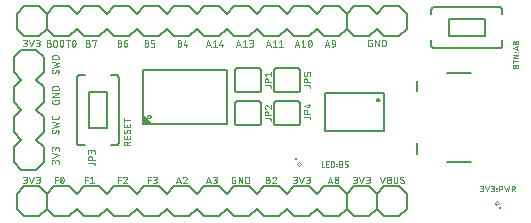
<source format=gbr>
G04 EAGLE Gerber RS-274X export*
G75*
%MOMM*%
%FSLAX34Y34*%
%LPD*%
%INSilkscreen Top*%
%IPPOS*%
%AMOC8*
5,1,8,0,0,1.08239X$1,22.5*%
G01*
%ADD10C,0.050800*%
%ADD11C,0.203200*%
%ADD12C,0.127000*%
%ADD13C,0.063400*%
%ADD14C,0.250000*%
%ADD15C,0.152400*%
%ADD16C,0.050000*%


D10*
X33274Y150678D02*
X34826Y150678D01*
X34903Y150676D01*
X34981Y150670D01*
X35057Y150661D01*
X35134Y150647D01*
X35209Y150630D01*
X35283Y150609D01*
X35357Y150584D01*
X35429Y150556D01*
X35499Y150524D01*
X35568Y150489D01*
X35635Y150450D01*
X35700Y150408D01*
X35763Y150363D01*
X35824Y150315D01*
X35882Y150264D01*
X35937Y150210D01*
X35990Y150153D01*
X36039Y150094D01*
X36086Y150032D01*
X36130Y149968D01*
X36170Y149902D01*
X36207Y149834D01*
X36241Y149764D01*
X36271Y149693D01*
X36297Y149620D01*
X36320Y149546D01*
X36339Y149471D01*
X36354Y149396D01*
X36366Y149319D01*
X36374Y149242D01*
X36378Y149165D01*
X36378Y149087D01*
X36374Y149010D01*
X36366Y148933D01*
X36354Y148856D01*
X36339Y148781D01*
X36320Y148706D01*
X36297Y148632D01*
X36271Y148559D01*
X36241Y148488D01*
X36207Y148418D01*
X36170Y148350D01*
X36130Y148284D01*
X36086Y148220D01*
X36039Y148158D01*
X35990Y148099D01*
X35937Y148042D01*
X35882Y147988D01*
X35824Y147937D01*
X35763Y147889D01*
X35700Y147844D01*
X35635Y147802D01*
X35568Y147763D01*
X35499Y147728D01*
X35429Y147696D01*
X35357Y147668D01*
X35283Y147643D01*
X35209Y147622D01*
X35134Y147605D01*
X35057Y147591D01*
X34981Y147582D01*
X34903Y147576D01*
X34826Y147574D01*
X33274Y147574D01*
X33274Y153162D01*
X34826Y153162D01*
X34896Y153160D01*
X34965Y153154D01*
X35034Y153144D01*
X35102Y153131D01*
X35170Y153113D01*
X35236Y153092D01*
X35301Y153067D01*
X35365Y153039D01*
X35427Y153007D01*
X35487Y152972D01*
X35545Y152933D01*
X35600Y152891D01*
X35654Y152846D01*
X35704Y152798D01*
X35752Y152748D01*
X35797Y152694D01*
X35839Y152639D01*
X35878Y152581D01*
X35913Y152521D01*
X35945Y152459D01*
X35973Y152395D01*
X35998Y152330D01*
X36019Y152264D01*
X36037Y152196D01*
X36050Y152128D01*
X36060Y152059D01*
X36066Y151990D01*
X36068Y151920D01*
X36066Y151850D01*
X36060Y151781D01*
X36050Y151712D01*
X36037Y151644D01*
X36019Y151576D01*
X35998Y151510D01*
X35973Y151445D01*
X35945Y151381D01*
X35913Y151319D01*
X35878Y151259D01*
X35839Y151201D01*
X35797Y151146D01*
X35752Y151092D01*
X35704Y151042D01*
X35654Y150994D01*
X35600Y150949D01*
X35545Y150907D01*
X35487Y150868D01*
X35427Y150833D01*
X35365Y150801D01*
X35301Y150773D01*
X35236Y150748D01*
X35170Y150727D01*
X35102Y150709D01*
X35034Y150696D01*
X34965Y150686D01*
X34896Y150680D01*
X34826Y150678D01*
X38495Y151610D02*
X38495Y149126D01*
X38495Y151610D02*
X38497Y151687D01*
X38503Y151765D01*
X38512Y151841D01*
X38526Y151918D01*
X38543Y151993D01*
X38564Y152067D01*
X38589Y152141D01*
X38617Y152213D01*
X38649Y152283D01*
X38684Y152352D01*
X38723Y152419D01*
X38765Y152484D01*
X38810Y152547D01*
X38858Y152608D01*
X38909Y152666D01*
X38963Y152721D01*
X39020Y152774D01*
X39079Y152823D01*
X39141Y152870D01*
X39205Y152914D01*
X39271Y152954D01*
X39339Y152991D01*
X39409Y153025D01*
X39480Y153055D01*
X39553Y153081D01*
X39627Y153104D01*
X39702Y153123D01*
X39777Y153138D01*
X39854Y153150D01*
X39931Y153158D01*
X40008Y153162D01*
X40086Y153162D01*
X40163Y153158D01*
X40240Y153150D01*
X40317Y153138D01*
X40392Y153123D01*
X40467Y153104D01*
X40541Y153081D01*
X40614Y153055D01*
X40685Y153025D01*
X40755Y152991D01*
X40823Y152954D01*
X40889Y152914D01*
X40953Y152870D01*
X41015Y152823D01*
X41074Y152774D01*
X41131Y152721D01*
X41185Y152666D01*
X41236Y152608D01*
X41284Y152547D01*
X41329Y152484D01*
X41371Y152419D01*
X41410Y152352D01*
X41445Y152283D01*
X41477Y152213D01*
X41505Y152141D01*
X41530Y152067D01*
X41551Y151993D01*
X41568Y151918D01*
X41582Y151841D01*
X41591Y151765D01*
X41597Y151687D01*
X41599Y151610D01*
X41599Y149126D01*
X41597Y149049D01*
X41591Y148971D01*
X41582Y148895D01*
X41568Y148818D01*
X41551Y148743D01*
X41530Y148669D01*
X41505Y148595D01*
X41477Y148523D01*
X41445Y148453D01*
X41410Y148384D01*
X41371Y148317D01*
X41329Y148252D01*
X41284Y148189D01*
X41236Y148128D01*
X41185Y148070D01*
X41131Y148015D01*
X41074Y147962D01*
X41015Y147913D01*
X40953Y147866D01*
X40889Y147822D01*
X40823Y147782D01*
X40755Y147745D01*
X40685Y147711D01*
X40614Y147681D01*
X40541Y147655D01*
X40467Y147632D01*
X40392Y147613D01*
X40317Y147598D01*
X40240Y147586D01*
X40163Y147578D01*
X40086Y147574D01*
X40008Y147574D01*
X39931Y147578D01*
X39854Y147586D01*
X39777Y147598D01*
X39702Y147613D01*
X39627Y147632D01*
X39553Y147655D01*
X39480Y147681D01*
X39409Y147711D01*
X39339Y147745D01*
X39271Y147782D01*
X39205Y147822D01*
X39141Y147866D01*
X39079Y147913D01*
X39020Y147962D01*
X38963Y148015D01*
X38909Y148070D01*
X38858Y148128D01*
X38810Y148189D01*
X38765Y148252D01*
X38723Y148317D01*
X38684Y148384D01*
X38649Y148453D01*
X38617Y148523D01*
X38589Y148595D01*
X38564Y148669D01*
X38543Y148743D01*
X38526Y148818D01*
X38512Y148895D01*
X38503Y148971D01*
X38497Y149049D01*
X38495Y149126D01*
X43981Y149126D02*
X43981Y151610D01*
X43983Y151687D01*
X43989Y151765D01*
X43998Y151841D01*
X44012Y151918D01*
X44029Y151993D01*
X44050Y152067D01*
X44075Y152141D01*
X44103Y152213D01*
X44135Y152283D01*
X44170Y152352D01*
X44209Y152419D01*
X44251Y152484D01*
X44296Y152547D01*
X44344Y152608D01*
X44395Y152666D01*
X44449Y152721D01*
X44506Y152774D01*
X44565Y152823D01*
X44627Y152870D01*
X44691Y152914D01*
X44757Y152954D01*
X44825Y152991D01*
X44895Y153025D01*
X44966Y153055D01*
X45039Y153081D01*
X45113Y153104D01*
X45188Y153123D01*
X45263Y153138D01*
X45340Y153150D01*
X45417Y153158D01*
X45494Y153162D01*
X45572Y153162D01*
X45649Y153158D01*
X45726Y153150D01*
X45803Y153138D01*
X45878Y153123D01*
X45953Y153104D01*
X46027Y153081D01*
X46100Y153055D01*
X46171Y153025D01*
X46241Y152991D01*
X46309Y152954D01*
X46375Y152914D01*
X46439Y152870D01*
X46501Y152823D01*
X46560Y152774D01*
X46617Y152721D01*
X46671Y152666D01*
X46722Y152608D01*
X46770Y152547D01*
X46815Y152484D01*
X46857Y152419D01*
X46896Y152352D01*
X46931Y152283D01*
X46963Y152213D01*
X46991Y152141D01*
X47016Y152067D01*
X47037Y151993D01*
X47054Y151918D01*
X47068Y151841D01*
X47077Y151765D01*
X47083Y151687D01*
X47085Y151610D01*
X47085Y149126D01*
X47083Y149049D01*
X47077Y148971D01*
X47068Y148895D01*
X47054Y148818D01*
X47037Y148743D01*
X47016Y148669D01*
X46991Y148595D01*
X46963Y148523D01*
X46931Y148453D01*
X46896Y148384D01*
X46857Y148317D01*
X46815Y148252D01*
X46770Y148189D01*
X46722Y148128D01*
X46671Y148070D01*
X46617Y148015D01*
X46560Y147962D01*
X46501Y147913D01*
X46439Y147866D01*
X46375Y147822D01*
X46309Y147782D01*
X46241Y147745D01*
X46171Y147711D01*
X46100Y147681D01*
X46027Y147655D01*
X45953Y147632D01*
X45878Y147613D01*
X45803Y147598D01*
X45726Y147586D01*
X45649Y147578D01*
X45572Y147574D01*
X45494Y147574D01*
X45417Y147578D01*
X45340Y147586D01*
X45263Y147598D01*
X45188Y147613D01*
X45113Y147632D01*
X45039Y147655D01*
X44966Y147681D01*
X44895Y147711D01*
X44825Y147745D01*
X44757Y147782D01*
X44691Y147822D01*
X44627Y147866D01*
X44565Y147913D01*
X44506Y147962D01*
X44449Y148015D01*
X44395Y148070D01*
X44344Y148128D01*
X44296Y148189D01*
X44251Y148252D01*
X44209Y148317D01*
X44170Y148384D01*
X44135Y148453D01*
X44103Y148523D01*
X44075Y148595D01*
X44050Y148669D01*
X44029Y148743D01*
X44012Y148818D01*
X43998Y148895D01*
X43989Y148971D01*
X43983Y149049D01*
X43981Y149126D01*
X50654Y147574D02*
X50654Y153162D01*
X49102Y153162D02*
X52206Y153162D01*
X54688Y152386D02*
X54632Y152268D01*
X54580Y152148D01*
X54531Y152027D01*
X54486Y151905D01*
X54444Y151781D01*
X54406Y151656D01*
X54371Y151530D01*
X54340Y151403D01*
X54312Y151276D01*
X54288Y151148D01*
X54268Y151019D01*
X54252Y150889D01*
X54239Y150759D01*
X54229Y150629D01*
X54224Y150499D01*
X54222Y150368D01*
X54687Y152386D02*
X54710Y152446D01*
X54736Y152506D01*
X54765Y152563D01*
X54798Y152619D01*
X54834Y152673D01*
X54872Y152725D01*
X54914Y152775D01*
X54958Y152822D01*
X55005Y152867D01*
X55055Y152909D01*
X55106Y152948D01*
X55160Y152984D01*
X55216Y153017D01*
X55273Y153047D01*
X55332Y153074D01*
X55393Y153097D01*
X55454Y153117D01*
X55517Y153133D01*
X55581Y153146D01*
X55645Y153155D01*
X55709Y153160D01*
X55774Y153162D01*
X55839Y153160D01*
X55903Y153155D01*
X55967Y153146D01*
X56031Y153133D01*
X56094Y153117D01*
X56155Y153097D01*
X56216Y153074D01*
X56275Y153047D01*
X56332Y153017D01*
X56388Y152984D01*
X56442Y152948D01*
X56493Y152909D01*
X56543Y152867D01*
X56590Y152822D01*
X56634Y152775D01*
X56676Y152725D01*
X56714Y152673D01*
X56750Y152619D01*
X56783Y152563D01*
X56812Y152506D01*
X56838Y152446D01*
X56861Y152386D01*
X56917Y152268D01*
X56969Y152148D01*
X57018Y152027D01*
X57063Y151905D01*
X57105Y151781D01*
X57143Y151656D01*
X57178Y151530D01*
X57209Y151404D01*
X57237Y151276D01*
X57261Y151148D01*
X57281Y151019D01*
X57297Y150889D01*
X57310Y150759D01*
X57320Y150629D01*
X57325Y150499D01*
X57327Y150368D01*
X54222Y150368D02*
X54224Y150237D01*
X54229Y150107D01*
X54239Y149977D01*
X54252Y149847D01*
X54268Y149717D01*
X54288Y149588D01*
X54312Y149460D01*
X54340Y149333D01*
X54371Y149206D01*
X54406Y149080D01*
X54444Y148955D01*
X54486Y148831D01*
X54531Y148709D01*
X54580Y148588D01*
X54632Y148468D01*
X54688Y148350D01*
X54687Y148350D02*
X54710Y148290D01*
X54736Y148230D01*
X54765Y148173D01*
X54798Y148117D01*
X54834Y148063D01*
X54872Y148011D01*
X54914Y147961D01*
X54958Y147914D01*
X55005Y147869D01*
X55055Y147827D01*
X55106Y147788D01*
X55160Y147752D01*
X55216Y147719D01*
X55273Y147689D01*
X55332Y147662D01*
X55393Y147639D01*
X55454Y147619D01*
X55517Y147603D01*
X55581Y147590D01*
X55645Y147581D01*
X55709Y147576D01*
X55774Y147574D01*
X56861Y148350D02*
X56917Y148468D01*
X56969Y148588D01*
X57018Y148709D01*
X57063Y148831D01*
X57105Y148955D01*
X57143Y149080D01*
X57178Y149206D01*
X57209Y149332D01*
X57237Y149460D01*
X57261Y149588D01*
X57281Y149717D01*
X57297Y149847D01*
X57310Y149977D01*
X57320Y150107D01*
X57325Y150237D01*
X57327Y150368D01*
X56861Y148350D02*
X56838Y148290D01*
X56812Y148230D01*
X56783Y148173D01*
X56750Y148117D01*
X56714Y148063D01*
X56676Y148011D01*
X56634Y147961D01*
X56590Y147914D01*
X56543Y147869D01*
X56493Y147827D01*
X56442Y147788D01*
X56388Y147752D01*
X56332Y147719D01*
X56275Y147689D01*
X56216Y147662D01*
X56155Y147639D01*
X56094Y147619D01*
X56031Y147603D01*
X55967Y147590D01*
X55903Y147581D01*
X55839Y147576D01*
X55774Y147574D01*
X54533Y148816D02*
X57016Y151920D01*
X66294Y150678D02*
X67846Y150678D01*
X67923Y150676D01*
X68001Y150670D01*
X68077Y150661D01*
X68154Y150647D01*
X68229Y150630D01*
X68303Y150609D01*
X68377Y150584D01*
X68449Y150556D01*
X68519Y150524D01*
X68588Y150489D01*
X68655Y150450D01*
X68720Y150408D01*
X68783Y150363D01*
X68844Y150315D01*
X68902Y150264D01*
X68957Y150210D01*
X69010Y150153D01*
X69059Y150094D01*
X69106Y150032D01*
X69150Y149968D01*
X69190Y149902D01*
X69227Y149834D01*
X69261Y149764D01*
X69291Y149693D01*
X69317Y149620D01*
X69340Y149546D01*
X69359Y149471D01*
X69374Y149396D01*
X69386Y149319D01*
X69394Y149242D01*
X69398Y149165D01*
X69398Y149087D01*
X69394Y149010D01*
X69386Y148933D01*
X69374Y148856D01*
X69359Y148781D01*
X69340Y148706D01*
X69317Y148632D01*
X69291Y148559D01*
X69261Y148488D01*
X69227Y148418D01*
X69190Y148350D01*
X69150Y148284D01*
X69106Y148220D01*
X69059Y148158D01*
X69010Y148099D01*
X68957Y148042D01*
X68902Y147988D01*
X68844Y147937D01*
X68783Y147889D01*
X68720Y147844D01*
X68655Y147802D01*
X68588Y147763D01*
X68519Y147728D01*
X68449Y147696D01*
X68377Y147668D01*
X68303Y147643D01*
X68229Y147622D01*
X68154Y147605D01*
X68077Y147591D01*
X68001Y147582D01*
X67923Y147576D01*
X67846Y147574D01*
X66294Y147574D01*
X66294Y153162D01*
X67846Y153162D01*
X67916Y153160D01*
X67985Y153154D01*
X68054Y153144D01*
X68122Y153131D01*
X68190Y153113D01*
X68256Y153092D01*
X68321Y153067D01*
X68385Y153039D01*
X68447Y153007D01*
X68507Y152972D01*
X68565Y152933D01*
X68620Y152891D01*
X68674Y152846D01*
X68724Y152798D01*
X68772Y152748D01*
X68817Y152694D01*
X68859Y152639D01*
X68898Y152581D01*
X68933Y152521D01*
X68965Y152459D01*
X68993Y152395D01*
X69018Y152330D01*
X69039Y152264D01*
X69057Y152196D01*
X69070Y152128D01*
X69080Y152059D01*
X69086Y151990D01*
X69088Y151920D01*
X69086Y151850D01*
X69080Y151781D01*
X69070Y151712D01*
X69057Y151644D01*
X69039Y151576D01*
X69018Y151510D01*
X68993Y151445D01*
X68965Y151381D01*
X68933Y151319D01*
X68898Y151259D01*
X68859Y151201D01*
X68817Y151146D01*
X68772Y151092D01*
X68724Y151042D01*
X68674Y150994D01*
X68620Y150949D01*
X68565Y150907D01*
X68507Y150868D01*
X68447Y150833D01*
X68385Y150801D01*
X68321Y150773D01*
X68256Y150748D01*
X68190Y150727D01*
X68122Y150709D01*
X68054Y150696D01*
X67985Y150686D01*
X67916Y150680D01*
X67846Y150678D01*
X71515Y152541D02*
X71515Y153162D01*
X74619Y153162D01*
X73067Y147574D01*
X92964Y150678D02*
X94516Y150678D01*
X94593Y150676D01*
X94671Y150670D01*
X94747Y150661D01*
X94824Y150647D01*
X94899Y150630D01*
X94973Y150609D01*
X95047Y150584D01*
X95119Y150556D01*
X95189Y150524D01*
X95258Y150489D01*
X95325Y150450D01*
X95390Y150408D01*
X95453Y150363D01*
X95514Y150315D01*
X95572Y150264D01*
X95627Y150210D01*
X95680Y150153D01*
X95729Y150094D01*
X95776Y150032D01*
X95820Y149968D01*
X95860Y149902D01*
X95897Y149834D01*
X95931Y149764D01*
X95961Y149693D01*
X95987Y149620D01*
X96010Y149546D01*
X96029Y149471D01*
X96044Y149396D01*
X96056Y149319D01*
X96064Y149242D01*
X96068Y149165D01*
X96068Y149087D01*
X96064Y149010D01*
X96056Y148933D01*
X96044Y148856D01*
X96029Y148781D01*
X96010Y148706D01*
X95987Y148632D01*
X95961Y148559D01*
X95931Y148488D01*
X95897Y148418D01*
X95860Y148350D01*
X95820Y148284D01*
X95776Y148220D01*
X95729Y148158D01*
X95680Y148099D01*
X95627Y148042D01*
X95572Y147988D01*
X95514Y147937D01*
X95453Y147889D01*
X95390Y147844D01*
X95325Y147802D01*
X95258Y147763D01*
X95189Y147728D01*
X95119Y147696D01*
X95047Y147668D01*
X94973Y147643D01*
X94899Y147622D01*
X94824Y147605D01*
X94747Y147591D01*
X94671Y147582D01*
X94593Y147576D01*
X94516Y147574D01*
X92964Y147574D01*
X92964Y153162D01*
X94516Y153162D01*
X94586Y153160D01*
X94655Y153154D01*
X94724Y153144D01*
X94792Y153131D01*
X94860Y153113D01*
X94926Y153092D01*
X94991Y153067D01*
X95055Y153039D01*
X95117Y153007D01*
X95177Y152972D01*
X95235Y152933D01*
X95290Y152891D01*
X95344Y152846D01*
X95394Y152798D01*
X95442Y152748D01*
X95487Y152694D01*
X95529Y152639D01*
X95568Y152581D01*
X95603Y152521D01*
X95635Y152459D01*
X95663Y152395D01*
X95688Y152330D01*
X95709Y152264D01*
X95727Y152196D01*
X95740Y152128D01*
X95750Y152059D01*
X95756Y151990D01*
X95758Y151920D01*
X95756Y151850D01*
X95750Y151781D01*
X95740Y151712D01*
X95727Y151644D01*
X95709Y151576D01*
X95688Y151510D01*
X95663Y151445D01*
X95635Y151381D01*
X95603Y151319D01*
X95568Y151259D01*
X95529Y151201D01*
X95487Y151146D01*
X95442Y151092D01*
X95394Y151042D01*
X95344Y150994D01*
X95290Y150949D01*
X95235Y150907D01*
X95177Y150868D01*
X95117Y150833D01*
X95055Y150801D01*
X94991Y150773D01*
X94926Y150748D01*
X94860Y150727D01*
X94792Y150709D01*
X94724Y150696D01*
X94655Y150686D01*
X94586Y150680D01*
X94516Y150678D01*
X98185Y150678D02*
X100047Y150678D01*
X100047Y150679D02*
X100117Y150677D01*
X100186Y150671D01*
X100255Y150661D01*
X100323Y150648D01*
X100391Y150630D01*
X100457Y150609D01*
X100522Y150584D01*
X100586Y150556D01*
X100648Y150524D01*
X100708Y150489D01*
X100766Y150450D01*
X100821Y150408D01*
X100875Y150363D01*
X100925Y150315D01*
X100973Y150265D01*
X101018Y150211D01*
X101060Y150156D01*
X101099Y150098D01*
X101134Y150038D01*
X101166Y149976D01*
X101194Y149912D01*
X101219Y149847D01*
X101240Y149781D01*
X101258Y149713D01*
X101271Y149645D01*
X101281Y149576D01*
X101287Y149507D01*
X101289Y149437D01*
X101289Y149126D01*
X101287Y149049D01*
X101281Y148971D01*
X101272Y148895D01*
X101258Y148818D01*
X101241Y148743D01*
X101220Y148669D01*
X101195Y148595D01*
X101167Y148523D01*
X101135Y148453D01*
X101100Y148384D01*
X101061Y148317D01*
X101019Y148252D01*
X100974Y148189D01*
X100926Y148128D01*
X100875Y148070D01*
X100821Y148015D01*
X100764Y147962D01*
X100705Y147913D01*
X100643Y147866D01*
X100579Y147822D01*
X100513Y147782D01*
X100445Y147745D01*
X100375Y147711D01*
X100304Y147681D01*
X100231Y147655D01*
X100157Y147632D01*
X100082Y147613D01*
X100007Y147598D01*
X99930Y147586D01*
X99853Y147578D01*
X99776Y147574D01*
X99698Y147574D01*
X99621Y147578D01*
X99544Y147586D01*
X99467Y147598D01*
X99392Y147613D01*
X99317Y147632D01*
X99243Y147655D01*
X99170Y147681D01*
X99099Y147711D01*
X99029Y147745D01*
X98961Y147782D01*
X98895Y147822D01*
X98831Y147866D01*
X98769Y147913D01*
X98710Y147962D01*
X98653Y148015D01*
X98599Y148070D01*
X98548Y148128D01*
X98500Y148189D01*
X98455Y148252D01*
X98413Y148317D01*
X98374Y148384D01*
X98339Y148453D01*
X98307Y148523D01*
X98279Y148595D01*
X98254Y148669D01*
X98233Y148743D01*
X98216Y148818D01*
X98202Y148895D01*
X98193Y148971D01*
X98187Y149049D01*
X98185Y149126D01*
X98185Y150678D01*
X98184Y150678D02*
X98186Y150776D01*
X98192Y150873D01*
X98201Y150970D01*
X98215Y151067D01*
X98232Y151163D01*
X98253Y151258D01*
X98277Y151352D01*
X98306Y151446D01*
X98338Y151538D01*
X98373Y151629D01*
X98412Y151718D01*
X98455Y151806D01*
X98501Y151892D01*
X98550Y151976D01*
X98603Y152058D01*
X98658Y152138D01*
X98717Y152216D01*
X98779Y152291D01*
X98844Y152364D01*
X98912Y152434D01*
X98982Y152502D01*
X99055Y152567D01*
X99130Y152629D01*
X99208Y152688D01*
X99288Y152743D01*
X99370Y152796D01*
X99454Y152845D01*
X99540Y152891D01*
X99628Y152934D01*
X99717Y152973D01*
X99808Y153008D01*
X99900Y153040D01*
X99994Y153069D01*
X100088Y153093D01*
X100183Y153114D01*
X100279Y153131D01*
X100376Y153145D01*
X100473Y153154D01*
X100570Y153160D01*
X100668Y153162D01*
X115824Y150678D02*
X117376Y150678D01*
X117453Y150676D01*
X117531Y150670D01*
X117607Y150661D01*
X117684Y150647D01*
X117759Y150630D01*
X117833Y150609D01*
X117907Y150584D01*
X117979Y150556D01*
X118049Y150524D01*
X118118Y150489D01*
X118185Y150450D01*
X118250Y150408D01*
X118313Y150363D01*
X118374Y150315D01*
X118432Y150264D01*
X118487Y150210D01*
X118540Y150153D01*
X118589Y150094D01*
X118636Y150032D01*
X118680Y149968D01*
X118720Y149902D01*
X118757Y149834D01*
X118791Y149764D01*
X118821Y149693D01*
X118847Y149620D01*
X118870Y149546D01*
X118889Y149471D01*
X118904Y149396D01*
X118916Y149319D01*
X118924Y149242D01*
X118928Y149165D01*
X118928Y149087D01*
X118924Y149010D01*
X118916Y148933D01*
X118904Y148856D01*
X118889Y148781D01*
X118870Y148706D01*
X118847Y148632D01*
X118821Y148559D01*
X118791Y148488D01*
X118757Y148418D01*
X118720Y148350D01*
X118680Y148284D01*
X118636Y148220D01*
X118589Y148158D01*
X118540Y148099D01*
X118487Y148042D01*
X118432Y147988D01*
X118374Y147937D01*
X118313Y147889D01*
X118250Y147844D01*
X118185Y147802D01*
X118118Y147763D01*
X118049Y147728D01*
X117979Y147696D01*
X117907Y147668D01*
X117833Y147643D01*
X117759Y147622D01*
X117684Y147605D01*
X117607Y147591D01*
X117531Y147582D01*
X117453Y147576D01*
X117376Y147574D01*
X115824Y147574D01*
X115824Y153162D01*
X117376Y153162D01*
X117446Y153160D01*
X117515Y153154D01*
X117584Y153144D01*
X117652Y153131D01*
X117720Y153113D01*
X117786Y153092D01*
X117851Y153067D01*
X117915Y153039D01*
X117977Y153007D01*
X118037Y152972D01*
X118095Y152933D01*
X118150Y152891D01*
X118204Y152846D01*
X118254Y152798D01*
X118302Y152748D01*
X118347Y152694D01*
X118389Y152639D01*
X118428Y152581D01*
X118463Y152521D01*
X118495Y152459D01*
X118523Y152395D01*
X118548Y152330D01*
X118569Y152264D01*
X118587Y152196D01*
X118600Y152128D01*
X118610Y152059D01*
X118616Y151990D01*
X118618Y151920D01*
X118616Y151850D01*
X118610Y151781D01*
X118600Y151712D01*
X118587Y151644D01*
X118569Y151576D01*
X118548Y151510D01*
X118523Y151445D01*
X118495Y151381D01*
X118463Y151319D01*
X118428Y151259D01*
X118389Y151201D01*
X118347Y151146D01*
X118302Y151092D01*
X118254Y151042D01*
X118204Y150994D01*
X118150Y150949D01*
X118095Y150907D01*
X118037Y150868D01*
X117977Y150833D01*
X117915Y150801D01*
X117851Y150773D01*
X117786Y150748D01*
X117720Y150727D01*
X117652Y150709D01*
X117584Y150696D01*
X117515Y150686D01*
X117446Y150680D01*
X117376Y150678D01*
X121045Y147574D02*
X122907Y147574D01*
X122977Y147576D01*
X123046Y147582D01*
X123115Y147592D01*
X123183Y147605D01*
X123251Y147623D01*
X123317Y147644D01*
X123382Y147669D01*
X123446Y147697D01*
X123508Y147729D01*
X123568Y147764D01*
X123626Y147803D01*
X123681Y147845D01*
X123735Y147890D01*
X123785Y147938D01*
X123833Y147988D01*
X123878Y148042D01*
X123920Y148097D01*
X123959Y148155D01*
X123994Y148215D01*
X124026Y148277D01*
X124054Y148341D01*
X124079Y148406D01*
X124100Y148472D01*
X124118Y148540D01*
X124131Y148608D01*
X124141Y148677D01*
X124147Y148746D01*
X124149Y148816D01*
X124149Y149437D01*
X124147Y149507D01*
X124141Y149576D01*
X124131Y149645D01*
X124118Y149713D01*
X124100Y149781D01*
X124079Y149847D01*
X124054Y149912D01*
X124026Y149976D01*
X123994Y150038D01*
X123959Y150098D01*
X123920Y150156D01*
X123878Y150211D01*
X123833Y150265D01*
X123785Y150315D01*
X123735Y150363D01*
X123681Y150408D01*
X123626Y150450D01*
X123568Y150489D01*
X123508Y150524D01*
X123446Y150556D01*
X123382Y150584D01*
X123317Y150609D01*
X123251Y150630D01*
X123183Y150648D01*
X123115Y150661D01*
X123046Y150671D01*
X122977Y150677D01*
X122907Y150679D01*
X122907Y150678D02*
X121045Y150678D01*
X121045Y153162D01*
X124149Y153162D01*
X143764Y150678D02*
X145316Y150678D01*
X145393Y150676D01*
X145471Y150670D01*
X145547Y150661D01*
X145624Y150647D01*
X145699Y150630D01*
X145773Y150609D01*
X145847Y150584D01*
X145919Y150556D01*
X145989Y150524D01*
X146058Y150489D01*
X146125Y150450D01*
X146190Y150408D01*
X146253Y150363D01*
X146314Y150315D01*
X146372Y150264D01*
X146427Y150210D01*
X146480Y150153D01*
X146529Y150094D01*
X146576Y150032D01*
X146620Y149968D01*
X146660Y149902D01*
X146697Y149834D01*
X146731Y149764D01*
X146761Y149693D01*
X146787Y149620D01*
X146810Y149546D01*
X146829Y149471D01*
X146844Y149396D01*
X146856Y149319D01*
X146864Y149242D01*
X146868Y149165D01*
X146868Y149087D01*
X146864Y149010D01*
X146856Y148933D01*
X146844Y148856D01*
X146829Y148781D01*
X146810Y148706D01*
X146787Y148632D01*
X146761Y148559D01*
X146731Y148488D01*
X146697Y148418D01*
X146660Y148350D01*
X146620Y148284D01*
X146576Y148220D01*
X146529Y148158D01*
X146480Y148099D01*
X146427Y148042D01*
X146372Y147988D01*
X146314Y147937D01*
X146253Y147889D01*
X146190Y147844D01*
X146125Y147802D01*
X146058Y147763D01*
X145989Y147728D01*
X145919Y147696D01*
X145847Y147668D01*
X145773Y147643D01*
X145699Y147622D01*
X145624Y147605D01*
X145547Y147591D01*
X145471Y147582D01*
X145393Y147576D01*
X145316Y147574D01*
X143764Y147574D01*
X143764Y153162D01*
X145316Y153162D01*
X145386Y153160D01*
X145455Y153154D01*
X145524Y153144D01*
X145592Y153131D01*
X145660Y153113D01*
X145726Y153092D01*
X145791Y153067D01*
X145855Y153039D01*
X145917Y153007D01*
X145977Y152972D01*
X146035Y152933D01*
X146090Y152891D01*
X146144Y152846D01*
X146194Y152798D01*
X146242Y152748D01*
X146287Y152694D01*
X146329Y152639D01*
X146368Y152581D01*
X146403Y152521D01*
X146435Y152459D01*
X146463Y152395D01*
X146488Y152330D01*
X146509Y152264D01*
X146527Y152196D01*
X146540Y152128D01*
X146550Y152059D01*
X146556Y151990D01*
X146558Y151920D01*
X146556Y151850D01*
X146550Y151781D01*
X146540Y151712D01*
X146527Y151644D01*
X146509Y151576D01*
X146488Y151510D01*
X146463Y151445D01*
X146435Y151381D01*
X146403Y151319D01*
X146368Y151259D01*
X146329Y151201D01*
X146287Y151146D01*
X146242Y151092D01*
X146194Y151042D01*
X146144Y150994D01*
X146090Y150949D01*
X146035Y150907D01*
X145977Y150868D01*
X145917Y150833D01*
X145855Y150801D01*
X145791Y150773D01*
X145726Y150748D01*
X145660Y150727D01*
X145592Y150709D01*
X145524Y150696D01*
X145455Y150686D01*
X145386Y150680D01*
X145316Y150678D01*
X148985Y148816D02*
X150226Y153162D01*
X148985Y148816D02*
X152089Y148816D01*
X151158Y150058D02*
X151158Y147574D01*
X167894Y147574D02*
X169757Y153162D01*
X171619Y147574D01*
X171154Y148971D02*
X168360Y148971D01*
X173691Y151920D02*
X175243Y153162D01*
X175243Y147574D01*
X173691Y147574D02*
X176795Y147574D01*
X179177Y148816D02*
X180419Y153162D01*
X179177Y148816D02*
X182282Y148816D01*
X181350Y150058D02*
X181350Y147574D01*
X193294Y147574D02*
X195157Y153162D01*
X197019Y147574D01*
X196554Y148971D02*
X193760Y148971D01*
X199091Y151920D02*
X200643Y153162D01*
X200643Y147574D01*
X199091Y147574D02*
X202195Y147574D01*
X204577Y147574D02*
X206129Y147574D01*
X206206Y147576D01*
X206284Y147582D01*
X206360Y147591D01*
X206437Y147605D01*
X206512Y147622D01*
X206586Y147643D01*
X206660Y147668D01*
X206732Y147696D01*
X206802Y147728D01*
X206871Y147763D01*
X206938Y147802D01*
X207003Y147844D01*
X207066Y147889D01*
X207127Y147937D01*
X207185Y147988D01*
X207240Y148042D01*
X207293Y148099D01*
X207342Y148158D01*
X207389Y148220D01*
X207433Y148284D01*
X207473Y148350D01*
X207510Y148418D01*
X207544Y148488D01*
X207574Y148559D01*
X207600Y148632D01*
X207623Y148706D01*
X207642Y148781D01*
X207657Y148856D01*
X207669Y148933D01*
X207677Y149010D01*
X207681Y149087D01*
X207681Y149165D01*
X207677Y149242D01*
X207669Y149319D01*
X207657Y149396D01*
X207642Y149471D01*
X207623Y149546D01*
X207600Y149620D01*
X207574Y149693D01*
X207544Y149764D01*
X207510Y149834D01*
X207473Y149902D01*
X207433Y149968D01*
X207389Y150032D01*
X207342Y150094D01*
X207293Y150153D01*
X207240Y150210D01*
X207185Y150264D01*
X207127Y150315D01*
X207066Y150363D01*
X207003Y150408D01*
X206938Y150450D01*
X206871Y150489D01*
X206802Y150524D01*
X206732Y150556D01*
X206660Y150584D01*
X206586Y150609D01*
X206512Y150630D01*
X206437Y150647D01*
X206360Y150661D01*
X206284Y150670D01*
X206206Y150676D01*
X206129Y150678D01*
X206440Y153162D02*
X204577Y153162D01*
X206440Y153162D02*
X206510Y153160D01*
X206579Y153154D01*
X206648Y153144D01*
X206716Y153131D01*
X206784Y153113D01*
X206850Y153092D01*
X206915Y153067D01*
X206979Y153039D01*
X207041Y153007D01*
X207101Y152972D01*
X207159Y152933D01*
X207214Y152891D01*
X207268Y152846D01*
X207318Y152798D01*
X207366Y152748D01*
X207411Y152694D01*
X207453Y152639D01*
X207492Y152581D01*
X207527Y152521D01*
X207559Y152459D01*
X207587Y152395D01*
X207612Y152330D01*
X207633Y152264D01*
X207651Y152196D01*
X207664Y152128D01*
X207674Y152059D01*
X207680Y151990D01*
X207682Y151920D01*
X207680Y151850D01*
X207674Y151781D01*
X207664Y151712D01*
X207651Y151644D01*
X207633Y151576D01*
X207612Y151510D01*
X207587Y151445D01*
X207559Y151381D01*
X207527Y151319D01*
X207492Y151259D01*
X207453Y151201D01*
X207411Y151146D01*
X207366Y151092D01*
X207318Y151042D01*
X207268Y150994D01*
X207214Y150949D01*
X207159Y150907D01*
X207101Y150868D01*
X207041Y150833D01*
X206979Y150801D01*
X206915Y150773D01*
X206850Y150748D01*
X206784Y150727D01*
X206716Y150709D01*
X206648Y150696D01*
X206579Y150686D01*
X206510Y150680D01*
X206440Y150678D01*
X205198Y150678D01*
X218694Y147574D02*
X220557Y153162D01*
X222419Y147574D01*
X221954Y148971D02*
X219160Y148971D01*
X224491Y151920D02*
X226043Y153162D01*
X226043Y147574D01*
X224491Y147574D02*
X227595Y147574D01*
X229977Y151920D02*
X231529Y153162D01*
X231529Y147574D01*
X229977Y147574D02*
X233082Y147574D01*
X242824Y147574D02*
X244687Y153162D01*
X246549Y147574D01*
X246084Y148971D02*
X243290Y148971D01*
X248621Y151920D02*
X250173Y153162D01*
X250173Y147574D01*
X248621Y147574D02*
X251725Y147574D01*
X254107Y150368D02*
X254109Y150499D01*
X254114Y150629D01*
X254124Y150759D01*
X254137Y150889D01*
X254153Y151019D01*
X254173Y151148D01*
X254197Y151276D01*
X254225Y151403D01*
X254256Y151530D01*
X254291Y151656D01*
X254329Y151781D01*
X254371Y151905D01*
X254416Y152027D01*
X254465Y152148D01*
X254517Y152268D01*
X254573Y152386D01*
X254572Y152386D02*
X254595Y152446D01*
X254621Y152506D01*
X254650Y152563D01*
X254683Y152619D01*
X254719Y152673D01*
X254757Y152725D01*
X254799Y152775D01*
X254843Y152822D01*
X254890Y152867D01*
X254940Y152909D01*
X254991Y152948D01*
X255045Y152984D01*
X255101Y153017D01*
X255158Y153047D01*
X255217Y153074D01*
X255278Y153097D01*
X255339Y153117D01*
X255402Y153133D01*
X255466Y153146D01*
X255530Y153155D01*
X255594Y153160D01*
X255659Y153162D01*
X255724Y153160D01*
X255788Y153155D01*
X255852Y153146D01*
X255916Y153133D01*
X255979Y153117D01*
X256040Y153097D01*
X256101Y153074D01*
X256160Y153047D01*
X256217Y153017D01*
X256273Y152984D01*
X256327Y152948D01*
X256378Y152909D01*
X256428Y152867D01*
X256475Y152822D01*
X256519Y152775D01*
X256561Y152725D01*
X256599Y152673D01*
X256635Y152619D01*
X256668Y152563D01*
X256697Y152506D01*
X256723Y152446D01*
X256746Y152386D01*
X256802Y152268D01*
X256854Y152148D01*
X256903Y152027D01*
X256948Y151905D01*
X256990Y151781D01*
X257028Y151656D01*
X257063Y151530D01*
X257094Y151404D01*
X257122Y151276D01*
X257146Y151148D01*
X257166Y151019D01*
X257182Y150889D01*
X257195Y150759D01*
X257205Y150629D01*
X257210Y150499D01*
X257212Y150368D01*
X254107Y150368D02*
X254109Y150237D01*
X254114Y150107D01*
X254124Y149977D01*
X254137Y149847D01*
X254153Y149717D01*
X254173Y149588D01*
X254197Y149460D01*
X254225Y149333D01*
X254256Y149206D01*
X254291Y149080D01*
X254329Y148955D01*
X254371Y148831D01*
X254416Y148709D01*
X254465Y148588D01*
X254517Y148468D01*
X254573Y148350D01*
X254572Y148350D02*
X254595Y148290D01*
X254621Y148230D01*
X254650Y148173D01*
X254683Y148117D01*
X254719Y148063D01*
X254757Y148011D01*
X254799Y147961D01*
X254843Y147914D01*
X254890Y147869D01*
X254940Y147827D01*
X254991Y147788D01*
X255045Y147752D01*
X255101Y147719D01*
X255158Y147689D01*
X255217Y147662D01*
X255278Y147639D01*
X255339Y147619D01*
X255402Y147603D01*
X255466Y147590D01*
X255530Y147581D01*
X255594Y147576D01*
X255659Y147574D01*
X256746Y148350D02*
X256802Y148468D01*
X256854Y148588D01*
X256903Y148709D01*
X256948Y148831D01*
X256990Y148955D01*
X257028Y149080D01*
X257063Y149206D01*
X257094Y149332D01*
X257122Y149460D01*
X257146Y149588D01*
X257166Y149717D01*
X257182Y149847D01*
X257195Y149977D01*
X257205Y150107D01*
X257210Y150237D01*
X257212Y150368D01*
X256746Y148350D02*
X256723Y148290D01*
X256697Y148230D01*
X256668Y148173D01*
X256635Y148117D01*
X256599Y148063D01*
X256561Y148011D01*
X256519Y147961D01*
X256475Y147914D01*
X256428Y147869D01*
X256378Y147827D01*
X256327Y147788D01*
X256273Y147752D01*
X256217Y147719D01*
X256160Y147689D01*
X256101Y147662D01*
X256040Y147639D01*
X255979Y147619D01*
X255916Y147603D01*
X255852Y147590D01*
X255788Y147581D01*
X255724Y147576D01*
X255659Y147574D01*
X254418Y148816D02*
X256901Y151920D01*
X268224Y147574D02*
X270087Y153162D01*
X271949Y147574D01*
X271484Y148971D02*
X268690Y148971D01*
X275263Y150058D02*
X277125Y150058D01*
X275263Y150057D02*
X275193Y150059D01*
X275124Y150065D01*
X275055Y150075D01*
X274987Y150088D01*
X274919Y150106D01*
X274853Y150127D01*
X274788Y150152D01*
X274724Y150180D01*
X274662Y150212D01*
X274602Y150247D01*
X274544Y150286D01*
X274489Y150328D01*
X274435Y150373D01*
X274385Y150421D01*
X274337Y150471D01*
X274292Y150525D01*
X274250Y150580D01*
X274211Y150638D01*
X274176Y150698D01*
X274144Y150760D01*
X274116Y150824D01*
X274091Y150889D01*
X274070Y150955D01*
X274052Y151023D01*
X274039Y151091D01*
X274029Y151160D01*
X274023Y151229D01*
X274021Y151299D01*
X274021Y151610D01*
X274023Y151687D01*
X274029Y151765D01*
X274038Y151841D01*
X274052Y151918D01*
X274069Y151993D01*
X274090Y152067D01*
X274115Y152141D01*
X274143Y152213D01*
X274175Y152283D01*
X274210Y152352D01*
X274249Y152419D01*
X274291Y152484D01*
X274336Y152547D01*
X274384Y152608D01*
X274435Y152666D01*
X274489Y152721D01*
X274546Y152774D01*
X274605Y152823D01*
X274667Y152870D01*
X274731Y152914D01*
X274797Y152954D01*
X274865Y152991D01*
X274935Y153025D01*
X275006Y153055D01*
X275079Y153081D01*
X275153Y153104D01*
X275228Y153123D01*
X275303Y153138D01*
X275380Y153150D01*
X275457Y153158D01*
X275534Y153162D01*
X275612Y153162D01*
X275689Y153158D01*
X275766Y153150D01*
X275843Y153138D01*
X275918Y153123D01*
X275993Y153104D01*
X276067Y153081D01*
X276140Y153055D01*
X276211Y153025D01*
X276281Y152991D01*
X276349Y152954D01*
X276415Y152914D01*
X276479Y152870D01*
X276541Y152823D01*
X276600Y152774D01*
X276657Y152721D01*
X276711Y152666D01*
X276762Y152608D01*
X276810Y152547D01*
X276855Y152484D01*
X276897Y152419D01*
X276936Y152352D01*
X276971Y152283D01*
X277003Y152213D01*
X277031Y152141D01*
X277056Y152067D01*
X277077Y151993D01*
X277094Y151918D01*
X277108Y151841D01*
X277117Y151765D01*
X277123Y151687D01*
X277125Y151610D01*
X277125Y150058D01*
X277126Y150058D02*
X277124Y149960D01*
X277118Y149863D01*
X277109Y149766D01*
X277095Y149669D01*
X277078Y149573D01*
X277057Y149478D01*
X277033Y149384D01*
X277004Y149290D01*
X276972Y149198D01*
X276937Y149107D01*
X276898Y149018D01*
X276855Y148930D01*
X276809Y148844D01*
X276760Y148760D01*
X276707Y148678D01*
X276652Y148598D01*
X276593Y148520D01*
X276531Y148445D01*
X276466Y148372D01*
X276398Y148302D01*
X276328Y148234D01*
X276255Y148169D01*
X276180Y148107D01*
X276102Y148048D01*
X276022Y147993D01*
X275940Y147940D01*
X275856Y147891D01*
X275770Y147845D01*
X275682Y147802D01*
X275593Y147763D01*
X275502Y147728D01*
X275410Y147696D01*
X275316Y147667D01*
X275222Y147643D01*
X275127Y147622D01*
X275031Y147605D01*
X274934Y147591D01*
X274837Y147582D01*
X274739Y147576D01*
X274642Y147574D01*
X272627Y37592D02*
X270764Y32004D01*
X274489Y32004D02*
X272627Y37592D01*
X274024Y33401D02*
X271230Y33401D01*
X276561Y33556D02*
X276563Y33633D01*
X276569Y33711D01*
X276578Y33787D01*
X276592Y33864D01*
X276609Y33939D01*
X276630Y34013D01*
X276655Y34087D01*
X276683Y34159D01*
X276715Y34229D01*
X276750Y34298D01*
X276789Y34365D01*
X276831Y34430D01*
X276876Y34493D01*
X276924Y34554D01*
X276975Y34612D01*
X277029Y34667D01*
X277086Y34720D01*
X277145Y34769D01*
X277207Y34816D01*
X277271Y34860D01*
X277337Y34900D01*
X277405Y34937D01*
X277475Y34971D01*
X277546Y35001D01*
X277619Y35027D01*
X277693Y35050D01*
X277768Y35069D01*
X277843Y35084D01*
X277920Y35096D01*
X277997Y35104D01*
X278074Y35108D01*
X278152Y35108D01*
X278229Y35104D01*
X278306Y35096D01*
X278383Y35084D01*
X278458Y35069D01*
X278533Y35050D01*
X278607Y35027D01*
X278680Y35001D01*
X278751Y34971D01*
X278821Y34937D01*
X278889Y34900D01*
X278955Y34860D01*
X279019Y34816D01*
X279081Y34769D01*
X279140Y34720D01*
X279197Y34667D01*
X279251Y34612D01*
X279302Y34554D01*
X279350Y34493D01*
X279395Y34430D01*
X279437Y34365D01*
X279476Y34298D01*
X279511Y34229D01*
X279543Y34159D01*
X279571Y34087D01*
X279596Y34013D01*
X279617Y33939D01*
X279634Y33864D01*
X279648Y33787D01*
X279657Y33711D01*
X279663Y33633D01*
X279665Y33556D01*
X279663Y33479D01*
X279657Y33401D01*
X279648Y33325D01*
X279634Y33248D01*
X279617Y33173D01*
X279596Y33099D01*
X279571Y33025D01*
X279543Y32953D01*
X279511Y32883D01*
X279476Y32814D01*
X279437Y32747D01*
X279395Y32682D01*
X279350Y32619D01*
X279302Y32558D01*
X279251Y32500D01*
X279197Y32445D01*
X279140Y32392D01*
X279081Y32343D01*
X279019Y32296D01*
X278955Y32252D01*
X278889Y32212D01*
X278821Y32175D01*
X278751Y32141D01*
X278680Y32111D01*
X278607Y32085D01*
X278533Y32062D01*
X278458Y32043D01*
X278383Y32028D01*
X278306Y32016D01*
X278229Y32008D01*
X278152Y32004D01*
X278074Y32004D01*
X277997Y32008D01*
X277920Y32016D01*
X277843Y32028D01*
X277768Y32043D01*
X277693Y32062D01*
X277619Y32085D01*
X277546Y32111D01*
X277475Y32141D01*
X277405Y32175D01*
X277337Y32212D01*
X277271Y32252D01*
X277207Y32296D01*
X277145Y32343D01*
X277086Y32392D01*
X277029Y32445D01*
X276975Y32500D01*
X276924Y32558D01*
X276876Y32619D01*
X276831Y32682D01*
X276789Y32747D01*
X276750Y32814D01*
X276715Y32883D01*
X276683Y32953D01*
X276655Y33025D01*
X276630Y33099D01*
X276609Y33173D01*
X276592Y33248D01*
X276578Y33325D01*
X276569Y33401D01*
X276563Y33479D01*
X276561Y33556D01*
X276871Y36350D02*
X276873Y36420D01*
X276879Y36489D01*
X276889Y36558D01*
X276902Y36626D01*
X276920Y36694D01*
X276941Y36760D01*
X276966Y36825D01*
X276994Y36889D01*
X277026Y36951D01*
X277061Y37011D01*
X277100Y37069D01*
X277142Y37124D01*
X277187Y37178D01*
X277235Y37228D01*
X277285Y37276D01*
X277339Y37321D01*
X277394Y37363D01*
X277452Y37402D01*
X277512Y37437D01*
X277574Y37469D01*
X277638Y37497D01*
X277703Y37522D01*
X277769Y37543D01*
X277837Y37561D01*
X277905Y37574D01*
X277974Y37584D01*
X278043Y37590D01*
X278113Y37592D01*
X278183Y37590D01*
X278252Y37584D01*
X278321Y37574D01*
X278389Y37561D01*
X278457Y37543D01*
X278523Y37522D01*
X278588Y37497D01*
X278652Y37469D01*
X278714Y37437D01*
X278774Y37402D01*
X278832Y37363D01*
X278887Y37321D01*
X278941Y37276D01*
X278991Y37228D01*
X279039Y37178D01*
X279084Y37124D01*
X279126Y37069D01*
X279165Y37011D01*
X279200Y36951D01*
X279232Y36889D01*
X279260Y36825D01*
X279285Y36760D01*
X279306Y36694D01*
X279324Y36626D01*
X279337Y36558D01*
X279347Y36489D01*
X279353Y36420D01*
X279355Y36350D01*
X279353Y36280D01*
X279347Y36211D01*
X279337Y36142D01*
X279324Y36074D01*
X279306Y36006D01*
X279285Y35940D01*
X279260Y35875D01*
X279232Y35811D01*
X279200Y35749D01*
X279165Y35689D01*
X279126Y35631D01*
X279084Y35576D01*
X279039Y35522D01*
X278991Y35472D01*
X278941Y35424D01*
X278887Y35379D01*
X278832Y35337D01*
X278774Y35298D01*
X278714Y35263D01*
X278652Y35231D01*
X278588Y35203D01*
X278523Y35178D01*
X278457Y35157D01*
X278389Y35139D01*
X278321Y35126D01*
X278252Y35116D01*
X278183Y35110D01*
X278113Y35108D01*
X278043Y35110D01*
X277974Y35116D01*
X277905Y35126D01*
X277837Y35139D01*
X277769Y35157D01*
X277703Y35178D01*
X277638Y35203D01*
X277574Y35231D01*
X277512Y35263D01*
X277452Y35298D01*
X277394Y35337D01*
X277339Y35379D01*
X277285Y35424D01*
X277235Y35472D01*
X277187Y35522D01*
X277142Y35576D01*
X277100Y35631D01*
X277061Y35689D01*
X277026Y35749D01*
X276994Y35811D01*
X276966Y35875D01*
X276941Y35940D01*
X276920Y36006D01*
X276902Y36074D01*
X276889Y36142D01*
X276879Y36211D01*
X276873Y36280D01*
X276871Y36350D01*
X243106Y32004D02*
X241554Y32004D01*
X243106Y32004D02*
X243183Y32006D01*
X243261Y32012D01*
X243337Y32021D01*
X243414Y32035D01*
X243489Y32052D01*
X243563Y32073D01*
X243637Y32098D01*
X243709Y32126D01*
X243779Y32158D01*
X243848Y32193D01*
X243915Y32232D01*
X243980Y32274D01*
X244043Y32319D01*
X244104Y32367D01*
X244162Y32418D01*
X244217Y32472D01*
X244270Y32529D01*
X244319Y32588D01*
X244366Y32650D01*
X244410Y32714D01*
X244450Y32780D01*
X244487Y32848D01*
X244521Y32918D01*
X244551Y32989D01*
X244577Y33062D01*
X244600Y33136D01*
X244619Y33211D01*
X244634Y33286D01*
X244646Y33363D01*
X244654Y33440D01*
X244658Y33517D01*
X244658Y33595D01*
X244654Y33672D01*
X244646Y33749D01*
X244634Y33826D01*
X244619Y33901D01*
X244600Y33976D01*
X244577Y34050D01*
X244551Y34123D01*
X244521Y34194D01*
X244487Y34264D01*
X244450Y34332D01*
X244410Y34398D01*
X244366Y34462D01*
X244319Y34524D01*
X244270Y34583D01*
X244217Y34640D01*
X244162Y34694D01*
X244104Y34745D01*
X244043Y34793D01*
X243980Y34838D01*
X243915Y34880D01*
X243848Y34919D01*
X243779Y34954D01*
X243709Y34986D01*
X243637Y35014D01*
X243563Y35039D01*
X243489Y35060D01*
X243414Y35077D01*
X243337Y35091D01*
X243261Y35100D01*
X243183Y35106D01*
X243106Y35108D01*
X243417Y37592D02*
X241554Y37592D01*
X243417Y37592D02*
X243487Y37590D01*
X243556Y37584D01*
X243625Y37574D01*
X243693Y37561D01*
X243761Y37543D01*
X243827Y37522D01*
X243892Y37497D01*
X243956Y37469D01*
X244018Y37437D01*
X244078Y37402D01*
X244136Y37363D01*
X244191Y37321D01*
X244245Y37276D01*
X244295Y37228D01*
X244343Y37178D01*
X244388Y37124D01*
X244430Y37069D01*
X244469Y37011D01*
X244504Y36951D01*
X244536Y36889D01*
X244564Y36825D01*
X244589Y36760D01*
X244610Y36694D01*
X244628Y36626D01*
X244641Y36558D01*
X244651Y36489D01*
X244657Y36420D01*
X244659Y36350D01*
X244657Y36280D01*
X244651Y36211D01*
X244641Y36142D01*
X244628Y36074D01*
X244610Y36006D01*
X244589Y35940D01*
X244564Y35875D01*
X244536Y35811D01*
X244504Y35749D01*
X244469Y35689D01*
X244430Y35631D01*
X244388Y35576D01*
X244343Y35522D01*
X244295Y35472D01*
X244245Y35424D01*
X244191Y35379D01*
X244136Y35337D01*
X244078Y35298D01*
X244018Y35263D01*
X243956Y35231D01*
X243892Y35203D01*
X243827Y35178D01*
X243761Y35157D01*
X243693Y35139D01*
X243625Y35126D01*
X243556Y35116D01*
X243487Y35110D01*
X243417Y35108D01*
X242175Y35108D01*
X246730Y37592D02*
X248593Y32004D01*
X250455Y37592D01*
X252527Y32004D02*
X254079Y32004D01*
X254156Y32006D01*
X254234Y32012D01*
X254310Y32021D01*
X254387Y32035D01*
X254462Y32052D01*
X254536Y32073D01*
X254610Y32098D01*
X254682Y32126D01*
X254752Y32158D01*
X254821Y32193D01*
X254888Y32232D01*
X254953Y32274D01*
X255016Y32319D01*
X255077Y32367D01*
X255135Y32418D01*
X255190Y32472D01*
X255243Y32529D01*
X255292Y32588D01*
X255339Y32650D01*
X255383Y32714D01*
X255423Y32780D01*
X255460Y32848D01*
X255494Y32918D01*
X255524Y32989D01*
X255550Y33062D01*
X255573Y33136D01*
X255592Y33211D01*
X255607Y33286D01*
X255619Y33363D01*
X255627Y33440D01*
X255631Y33517D01*
X255631Y33595D01*
X255627Y33672D01*
X255619Y33749D01*
X255607Y33826D01*
X255592Y33901D01*
X255573Y33976D01*
X255550Y34050D01*
X255524Y34123D01*
X255494Y34194D01*
X255460Y34264D01*
X255423Y34332D01*
X255383Y34398D01*
X255339Y34462D01*
X255292Y34524D01*
X255243Y34583D01*
X255190Y34640D01*
X255135Y34694D01*
X255077Y34745D01*
X255016Y34793D01*
X254953Y34838D01*
X254888Y34880D01*
X254821Y34919D01*
X254752Y34954D01*
X254682Y34986D01*
X254610Y35014D01*
X254536Y35039D01*
X254462Y35060D01*
X254387Y35077D01*
X254310Y35091D01*
X254234Y35100D01*
X254156Y35106D01*
X254079Y35108D01*
X254389Y37592D02*
X252527Y37592D01*
X254389Y37592D02*
X254459Y37590D01*
X254528Y37584D01*
X254597Y37574D01*
X254665Y37561D01*
X254733Y37543D01*
X254799Y37522D01*
X254864Y37497D01*
X254928Y37469D01*
X254990Y37437D01*
X255050Y37402D01*
X255108Y37363D01*
X255163Y37321D01*
X255217Y37276D01*
X255267Y37228D01*
X255315Y37178D01*
X255360Y37124D01*
X255402Y37069D01*
X255441Y37011D01*
X255476Y36951D01*
X255508Y36889D01*
X255536Y36825D01*
X255561Y36760D01*
X255582Y36694D01*
X255600Y36626D01*
X255613Y36558D01*
X255623Y36489D01*
X255629Y36420D01*
X255631Y36350D01*
X255629Y36280D01*
X255623Y36211D01*
X255613Y36142D01*
X255600Y36074D01*
X255582Y36006D01*
X255561Y35940D01*
X255536Y35875D01*
X255508Y35811D01*
X255476Y35749D01*
X255441Y35689D01*
X255402Y35631D01*
X255360Y35576D01*
X255315Y35522D01*
X255267Y35472D01*
X255217Y35424D01*
X255163Y35379D01*
X255108Y35337D01*
X255050Y35298D01*
X254990Y35263D01*
X254928Y35231D01*
X254864Y35203D01*
X254799Y35178D01*
X254733Y35157D01*
X254665Y35139D01*
X254597Y35126D01*
X254528Y35116D01*
X254459Y35110D01*
X254389Y35108D01*
X253148Y35108D01*
X220246Y35108D02*
X218694Y35108D01*
X220246Y35108D02*
X220323Y35106D01*
X220401Y35100D01*
X220477Y35091D01*
X220554Y35077D01*
X220629Y35060D01*
X220703Y35039D01*
X220777Y35014D01*
X220849Y34986D01*
X220919Y34954D01*
X220988Y34919D01*
X221055Y34880D01*
X221120Y34838D01*
X221183Y34793D01*
X221244Y34745D01*
X221302Y34694D01*
X221357Y34640D01*
X221410Y34583D01*
X221459Y34524D01*
X221506Y34462D01*
X221550Y34398D01*
X221590Y34332D01*
X221627Y34264D01*
X221661Y34194D01*
X221691Y34123D01*
X221717Y34050D01*
X221740Y33976D01*
X221759Y33901D01*
X221774Y33826D01*
X221786Y33749D01*
X221794Y33672D01*
X221798Y33595D01*
X221798Y33517D01*
X221794Y33440D01*
X221786Y33363D01*
X221774Y33286D01*
X221759Y33211D01*
X221740Y33136D01*
X221717Y33062D01*
X221691Y32989D01*
X221661Y32918D01*
X221627Y32848D01*
X221590Y32780D01*
X221550Y32714D01*
X221506Y32650D01*
X221459Y32588D01*
X221410Y32529D01*
X221357Y32472D01*
X221302Y32418D01*
X221244Y32367D01*
X221183Y32319D01*
X221120Y32274D01*
X221055Y32232D01*
X220988Y32193D01*
X220919Y32158D01*
X220849Y32126D01*
X220777Y32098D01*
X220703Y32073D01*
X220629Y32052D01*
X220554Y32035D01*
X220477Y32021D01*
X220401Y32012D01*
X220323Y32006D01*
X220246Y32004D01*
X218694Y32004D01*
X218694Y37592D01*
X220246Y37592D01*
X220316Y37590D01*
X220385Y37584D01*
X220454Y37574D01*
X220522Y37561D01*
X220590Y37543D01*
X220656Y37522D01*
X220721Y37497D01*
X220785Y37469D01*
X220847Y37437D01*
X220907Y37402D01*
X220965Y37363D01*
X221020Y37321D01*
X221074Y37276D01*
X221124Y37228D01*
X221172Y37178D01*
X221217Y37124D01*
X221259Y37069D01*
X221298Y37011D01*
X221333Y36951D01*
X221365Y36889D01*
X221393Y36825D01*
X221418Y36760D01*
X221439Y36694D01*
X221457Y36626D01*
X221470Y36558D01*
X221480Y36489D01*
X221486Y36420D01*
X221488Y36350D01*
X221486Y36280D01*
X221480Y36211D01*
X221470Y36142D01*
X221457Y36074D01*
X221439Y36006D01*
X221418Y35940D01*
X221393Y35875D01*
X221365Y35811D01*
X221333Y35749D01*
X221298Y35689D01*
X221259Y35631D01*
X221217Y35576D01*
X221172Y35522D01*
X221124Y35472D01*
X221074Y35424D01*
X221020Y35379D01*
X220965Y35337D01*
X220907Y35298D01*
X220847Y35263D01*
X220785Y35231D01*
X220721Y35203D01*
X220656Y35178D01*
X220590Y35157D01*
X220522Y35139D01*
X220454Y35126D01*
X220385Y35116D01*
X220316Y35110D01*
X220246Y35108D01*
X225622Y37592D02*
X225695Y37590D01*
X225768Y37584D01*
X225841Y37575D01*
X225912Y37561D01*
X225984Y37544D01*
X226054Y37524D01*
X226123Y37499D01*
X226190Y37471D01*
X226256Y37440D01*
X226321Y37405D01*
X226383Y37367D01*
X226443Y37325D01*
X226501Y37281D01*
X226557Y37233D01*
X226610Y37183D01*
X226660Y37130D01*
X226708Y37074D01*
X226752Y37016D01*
X226794Y36956D01*
X226832Y36894D01*
X226867Y36829D01*
X226898Y36763D01*
X226926Y36696D01*
X226951Y36627D01*
X226971Y36557D01*
X226988Y36485D01*
X227002Y36414D01*
X227011Y36341D01*
X227017Y36268D01*
X227019Y36195D01*
X225622Y37592D02*
X225538Y37590D01*
X225455Y37584D01*
X225372Y37575D01*
X225290Y37561D01*
X225208Y37544D01*
X225127Y37522D01*
X225047Y37497D01*
X224969Y37469D01*
X224891Y37437D01*
X224816Y37401D01*
X224742Y37362D01*
X224670Y37319D01*
X224600Y37273D01*
X224533Y37224D01*
X224467Y37171D01*
X224405Y37116D01*
X224345Y37058D01*
X224287Y36997D01*
X224233Y36934D01*
X224181Y36868D01*
X224133Y36800D01*
X224088Y36729D01*
X224046Y36657D01*
X224008Y36582D01*
X223973Y36506D01*
X223942Y36429D01*
X223914Y36350D01*
X226553Y35109D02*
X226607Y35162D01*
X226658Y35219D01*
X226706Y35278D01*
X226751Y35339D01*
X226792Y35402D01*
X226831Y35468D01*
X226866Y35535D01*
X226898Y35604D01*
X226926Y35675D01*
X226950Y35746D01*
X226971Y35819D01*
X226988Y35893D01*
X227002Y35968D01*
X227011Y36043D01*
X227017Y36119D01*
X227019Y36195D01*
X226553Y35108D02*
X223915Y32004D01*
X227019Y32004D01*
X192588Y35108D02*
X191657Y35108D01*
X192588Y35108D02*
X192588Y32004D01*
X190726Y32004D01*
X190656Y32006D01*
X190587Y32012D01*
X190518Y32022D01*
X190450Y32035D01*
X190382Y32053D01*
X190316Y32074D01*
X190251Y32099D01*
X190187Y32127D01*
X190125Y32159D01*
X190065Y32194D01*
X190007Y32233D01*
X189952Y32275D01*
X189898Y32320D01*
X189848Y32368D01*
X189800Y32418D01*
X189755Y32472D01*
X189713Y32527D01*
X189674Y32585D01*
X189639Y32645D01*
X189607Y32707D01*
X189579Y32771D01*
X189554Y32836D01*
X189533Y32902D01*
X189515Y32970D01*
X189502Y33038D01*
X189492Y33107D01*
X189486Y33176D01*
X189484Y33246D01*
X189484Y36350D01*
X189486Y36420D01*
X189492Y36489D01*
X189502Y36558D01*
X189515Y36626D01*
X189533Y36694D01*
X189554Y36760D01*
X189579Y36825D01*
X189607Y36889D01*
X189639Y36951D01*
X189674Y37011D01*
X189713Y37069D01*
X189755Y37124D01*
X189800Y37178D01*
X189848Y37228D01*
X189898Y37276D01*
X189952Y37321D01*
X190007Y37363D01*
X190065Y37402D01*
X190125Y37437D01*
X190187Y37469D01*
X190251Y37497D01*
X190316Y37522D01*
X190382Y37543D01*
X190450Y37561D01*
X190518Y37574D01*
X190587Y37584D01*
X190656Y37590D01*
X190726Y37592D01*
X192588Y37592D01*
X195336Y37592D02*
X195336Y32004D01*
X198441Y32004D02*
X195336Y37592D01*
X198441Y37592D02*
X198441Y32004D01*
X201188Y32004D02*
X201188Y37592D01*
X202740Y37592D01*
X202816Y37590D01*
X202892Y37585D01*
X202968Y37575D01*
X203043Y37562D01*
X203117Y37545D01*
X203191Y37525D01*
X203263Y37501D01*
X203334Y37474D01*
X203404Y37443D01*
X203472Y37409D01*
X203538Y37371D01*
X203602Y37330D01*
X203665Y37287D01*
X203725Y37240D01*
X203782Y37190D01*
X203837Y37137D01*
X203890Y37082D01*
X203940Y37025D01*
X203987Y36965D01*
X204030Y36902D01*
X204071Y36838D01*
X204109Y36772D01*
X204143Y36704D01*
X204174Y36634D01*
X204201Y36563D01*
X204225Y36490D01*
X204245Y36417D01*
X204262Y36343D01*
X204275Y36268D01*
X204285Y36192D01*
X204290Y36116D01*
X204292Y36040D01*
X204293Y36040D02*
X204293Y33556D01*
X204292Y33556D02*
X204290Y33477D01*
X204284Y33399D01*
X204274Y33321D01*
X204260Y33244D01*
X204242Y33167D01*
X204221Y33091D01*
X204195Y33017D01*
X204166Y32944D01*
X204133Y32873D01*
X204097Y32803D01*
X204057Y32735D01*
X204014Y32669D01*
X203967Y32606D01*
X203918Y32545D01*
X203865Y32487D01*
X203809Y32431D01*
X203751Y32378D01*
X203690Y32329D01*
X203627Y32282D01*
X203561Y32239D01*
X203493Y32199D01*
X203424Y32163D01*
X203352Y32130D01*
X203279Y32101D01*
X203205Y32075D01*
X203129Y32054D01*
X203052Y32036D01*
X202975Y32022D01*
X202897Y32012D01*
X202819Y32006D01*
X202740Y32004D01*
X201188Y32004D01*
X169757Y37592D02*
X167894Y32004D01*
X171619Y32004D02*
X169757Y37592D01*
X171154Y33401D02*
X168360Y33401D01*
X173691Y32004D02*
X175243Y32004D01*
X175320Y32006D01*
X175398Y32012D01*
X175474Y32021D01*
X175551Y32035D01*
X175626Y32052D01*
X175700Y32073D01*
X175774Y32098D01*
X175846Y32126D01*
X175916Y32158D01*
X175985Y32193D01*
X176052Y32232D01*
X176117Y32274D01*
X176180Y32319D01*
X176241Y32367D01*
X176299Y32418D01*
X176354Y32472D01*
X176407Y32529D01*
X176456Y32588D01*
X176503Y32650D01*
X176547Y32714D01*
X176587Y32780D01*
X176624Y32848D01*
X176658Y32918D01*
X176688Y32989D01*
X176714Y33062D01*
X176737Y33136D01*
X176756Y33211D01*
X176771Y33286D01*
X176783Y33363D01*
X176791Y33440D01*
X176795Y33517D01*
X176795Y33595D01*
X176791Y33672D01*
X176783Y33749D01*
X176771Y33826D01*
X176756Y33901D01*
X176737Y33976D01*
X176714Y34050D01*
X176688Y34123D01*
X176658Y34194D01*
X176624Y34264D01*
X176587Y34332D01*
X176547Y34398D01*
X176503Y34462D01*
X176456Y34524D01*
X176407Y34583D01*
X176354Y34640D01*
X176299Y34694D01*
X176241Y34745D01*
X176180Y34793D01*
X176117Y34838D01*
X176052Y34880D01*
X175985Y34919D01*
X175916Y34954D01*
X175846Y34986D01*
X175774Y35014D01*
X175700Y35039D01*
X175626Y35060D01*
X175551Y35077D01*
X175474Y35091D01*
X175398Y35100D01*
X175320Y35106D01*
X175243Y35108D01*
X175553Y37592D02*
X173691Y37592D01*
X175553Y37592D02*
X175623Y37590D01*
X175692Y37584D01*
X175761Y37574D01*
X175829Y37561D01*
X175897Y37543D01*
X175963Y37522D01*
X176028Y37497D01*
X176092Y37469D01*
X176154Y37437D01*
X176214Y37402D01*
X176272Y37363D01*
X176327Y37321D01*
X176381Y37276D01*
X176431Y37228D01*
X176479Y37178D01*
X176524Y37124D01*
X176566Y37069D01*
X176605Y37011D01*
X176640Y36951D01*
X176672Y36889D01*
X176700Y36825D01*
X176725Y36760D01*
X176746Y36694D01*
X176764Y36626D01*
X176777Y36558D01*
X176787Y36489D01*
X176793Y36420D01*
X176795Y36350D01*
X176793Y36280D01*
X176787Y36211D01*
X176777Y36142D01*
X176764Y36074D01*
X176746Y36006D01*
X176725Y35940D01*
X176700Y35875D01*
X176672Y35811D01*
X176640Y35749D01*
X176605Y35689D01*
X176566Y35631D01*
X176524Y35576D01*
X176479Y35522D01*
X176431Y35472D01*
X176381Y35424D01*
X176327Y35379D01*
X176272Y35337D01*
X176214Y35298D01*
X176154Y35263D01*
X176092Y35231D01*
X176028Y35203D01*
X175963Y35178D01*
X175897Y35157D01*
X175829Y35139D01*
X175761Y35126D01*
X175692Y35116D01*
X175623Y35110D01*
X175553Y35108D01*
X174312Y35108D01*
X144357Y37592D02*
X142494Y32004D01*
X146219Y32004D02*
X144357Y37592D01*
X145754Y33401D02*
X142960Y33401D01*
X149998Y37592D02*
X150071Y37590D01*
X150144Y37584D01*
X150217Y37575D01*
X150288Y37561D01*
X150360Y37544D01*
X150430Y37524D01*
X150499Y37499D01*
X150566Y37471D01*
X150632Y37440D01*
X150697Y37405D01*
X150759Y37367D01*
X150819Y37325D01*
X150877Y37281D01*
X150933Y37233D01*
X150986Y37183D01*
X151036Y37130D01*
X151084Y37074D01*
X151128Y37016D01*
X151170Y36956D01*
X151208Y36894D01*
X151243Y36829D01*
X151274Y36763D01*
X151302Y36696D01*
X151327Y36627D01*
X151347Y36557D01*
X151364Y36485D01*
X151378Y36414D01*
X151387Y36341D01*
X151393Y36268D01*
X151395Y36195D01*
X149998Y37592D02*
X149914Y37590D01*
X149831Y37584D01*
X149748Y37575D01*
X149666Y37561D01*
X149584Y37544D01*
X149503Y37522D01*
X149423Y37497D01*
X149345Y37469D01*
X149267Y37437D01*
X149192Y37401D01*
X149118Y37362D01*
X149046Y37319D01*
X148976Y37273D01*
X148909Y37224D01*
X148843Y37171D01*
X148781Y37116D01*
X148721Y37058D01*
X148663Y36997D01*
X148609Y36934D01*
X148557Y36868D01*
X148509Y36800D01*
X148464Y36729D01*
X148422Y36657D01*
X148384Y36582D01*
X148349Y36506D01*
X148318Y36429D01*
X148290Y36350D01*
X150929Y35109D02*
X150983Y35162D01*
X151034Y35219D01*
X151082Y35278D01*
X151127Y35339D01*
X151168Y35402D01*
X151207Y35468D01*
X151242Y35535D01*
X151274Y35604D01*
X151302Y35675D01*
X151326Y35746D01*
X151347Y35819D01*
X151364Y35893D01*
X151378Y35968D01*
X151387Y36043D01*
X151393Y36119D01*
X151395Y36195D01*
X150930Y35108D02*
X148291Y32004D01*
X151395Y32004D01*
X118364Y32004D02*
X118364Y37592D01*
X120848Y37592D01*
X120848Y35108D02*
X118364Y35108D01*
X122925Y32004D02*
X124477Y32004D01*
X124554Y32006D01*
X124632Y32012D01*
X124708Y32021D01*
X124785Y32035D01*
X124860Y32052D01*
X124934Y32073D01*
X125008Y32098D01*
X125080Y32126D01*
X125150Y32158D01*
X125219Y32193D01*
X125286Y32232D01*
X125351Y32274D01*
X125414Y32319D01*
X125475Y32367D01*
X125533Y32418D01*
X125588Y32472D01*
X125641Y32529D01*
X125690Y32588D01*
X125737Y32650D01*
X125781Y32714D01*
X125821Y32780D01*
X125858Y32848D01*
X125892Y32918D01*
X125922Y32989D01*
X125948Y33062D01*
X125971Y33136D01*
X125990Y33211D01*
X126005Y33286D01*
X126017Y33363D01*
X126025Y33440D01*
X126029Y33517D01*
X126029Y33595D01*
X126025Y33672D01*
X126017Y33749D01*
X126005Y33826D01*
X125990Y33901D01*
X125971Y33976D01*
X125948Y34050D01*
X125922Y34123D01*
X125892Y34194D01*
X125858Y34264D01*
X125821Y34332D01*
X125781Y34398D01*
X125737Y34462D01*
X125690Y34524D01*
X125641Y34583D01*
X125588Y34640D01*
X125533Y34694D01*
X125475Y34745D01*
X125414Y34793D01*
X125351Y34838D01*
X125286Y34880D01*
X125219Y34919D01*
X125150Y34954D01*
X125080Y34986D01*
X125008Y35014D01*
X124934Y35039D01*
X124860Y35060D01*
X124785Y35077D01*
X124708Y35091D01*
X124632Y35100D01*
X124554Y35106D01*
X124477Y35108D01*
X124788Y37592D02*
X122925Y37592D01*
X124788Y37592D02*
X124858Y37590D01*
X124927Y37584D01*
X124996Y37574D01*
X125064Y37561D01*
X125132Y37543D01*
X125198Y37522D01*
X125263Y37497D01*
X125327Y37469D01*
X125389Y37437D01*
X125449Y37402D01*
X125507Y37363D01*
X125562Y37321D01*
X125616Y37276D01*
X125666Y37228D01*
X125714Y37178D01*
X125759Y37124D01*
X125801Y37069D01*
X125840Y37011D01*
X125875Y36951D01*
X125907Y36889D01*
X125935Y36825D01*
X125960Y36760D01*
X125981Y36694D01*
X125999Y36626D01*
X126012Y36558D01*
X126022Y36489D01*
X126028Y36420D01*
X126030Y36350D01*
X126028Y36280D01*
X126022Y36211D01*
X126012Y36142D01*
X125999Y36074D01*
X125981Y36006D01*
X125960Y35940D01*
X125935Y35875D01*
X125907Y35811D01*
X125875Y35749D01*
X125840Y35689D01*
X125801Y35631D01*
X125759Y35576D01*
X125714Y35522D01*
X125666Y35472D01*
X125616Y35424D01*
X125562Y35379D01*
X125507Y35337D01*
X125449Y35298D01*
X125389Y35263D01*
X125327Y35231D01*
X125263Y35203D01*
X125198Y35178D01*
X125132Y35157D01*
X125064Y35139D01*
X124996Y35126D01*
X124927Y35116D01*
X124858Y35110D01*
X124788Y35108D01*
X123546Y35108D01*
X92964Y37592D02*
X92964Y32004D01*
X92964Y37592D02*
X95448Y37592D01*
X95448Y35108D02*
X92964Y35108D01*
X99232Y37592D02*
X99305Y37590D01*
X99378Y37584D01*
X99451Y37575D01*
X99522Y37561D01*
X99594Y37544D01*
X99664Y37524D01*
X99733Y37499D01*
X99800Y37471D01*
X99866Y37440D01*
X99931Y37405D01*
X99993Y37367D01*
X100053Y37325D01*
X100111Y37281D01*
X100167Y37233D01*
X100220Y37183D01*
X100270Y37130D01*
X100318Y37074D01*
X100362Y37016D01*
X100404Y36956D01*
X100442Y36894D01*
X100477Y36829D01*
X100508Y36763D01*
X100536Y36696D01*
X100561Y36627D01*
X100581Y36557D01*
X100598Y36485D01*
X100612Y36414D01*
X100621Y36341D01*
X100627Y36268D01*
X100629Y36195D01*
X99232Y37592D02*
X99148Y37590D01*
X99065Y37584D01*
X98982Y37575D01*
X98900Y37561D01*
X98818Y37544D01*
X98737Y37522D01*
X98657Y37497D01*
X98579Y37469D01*
X98501Y37437D01*
X98426Y37401D01*
X98352Y37362D01*
X98280Y37319D01*
X98210Y37273D01*
X98143Y37224D01*
X98077Y37171D01*
X98015Y37116D01*
X97955Y37058D01*
X97897Y36997D01*
X97843Y36934D01*
X97791Y36868D01*
X97743Y36800D01*
X97698Y36729D01*
X97656Y36657D01*
X97618Y36582D01*
X97583Y36506D01*
X97552Y36429D01*
X97524Y36350D01*
X100163Y35109D02*
X100217Y35162D01*
X100268Y35219D01*
X100316Y35278D01*
X100361Y35339D01*
X100402Y35402D01*
X100441Y35468D01*
X100476Y35535D01*
X100508Y35604D01*
X100536Y35675D01*
X100560Y35746D01*
X100581Y35819D01*
X100598Y35893D01*
X100612Y35968D01*
X100621Y36043D01*
X100627Y36119D01*
X100629Y36195D01*
X100164Y35108D02*
X97525Y32004D01*
X100629Y32004D01*
X65024Y32004D02*
X65024Y37592D01*
X67508Y37592D01*
X67508Y35108D02*
X65024Y35108D01*
X69585Y36350D02*
X71137Y37592D01*
X71137Y32004D01*
X69585Y32004D02*
X72689Y32004D01*
X39624Y32004D02*
X39624Y37592D01*
X42108Y37592D01*
X42108Y35108D02*
X39624Y35108D01*
X44185Y34798D02*
X44187Y34929D01*
X44192Y35059D01*
X44202Y35189D01*
X44215Y35319D01*
X44231Y35449D01*
X44251Y35578D01*
X44275Y35706D01*
X44303Y35833D01*
X44334Y35960D01*
X44369Y36086D01*
X44407Y36211D01*
X44449Y36335D01*
X44494Y36457D01*
X44543Y36578D01*
X44595Y36698D01*
X44651Y36816D01*
X44650Y36816D02*
X44673Y36876D01*
X44699Y36936D01*
X44728Y36993D01*
X44761Y37049D01*
X44797Y37103D01*
X44835Y37155D01*
X44877Y37205D01*
X44921Y37252D01*
X44968Y37297D01*
X45018Y37339D01*
X45069Y37378D01*
X45123Y37414D01*
X45179Y37447D01*
X45236Y37477D01*
X45295Y37504D01*
X45356Y37527D01*
X45417Y37547D01*
X45480Y37563D01*
X45544Y37576D01*
X45608Y37585D01*
X45672Y37590D01*
X45737Y37592D01*
X45802Y37590D01*
X45866Y37585D01*
X45930Y37576D01*
X45994Y37563D01*
X46057Y37547D01*
X46118Y37527D01*
X46179Y37504D01*
X46238Y37477D01*
X46295Y37447D01*
X46351Y37414D01*
X46405Y37378D01*
X46456Y37339D01*
X46506Y37297D01*
X46553Y37252D01*
X46597Y37205D01*
X46639Y37155D01*
X46677Y37103D01*
X46713Y37049D01*
X46746Y36993D01*
X46775Y36936D01*
X46801Y36876D01*
X46824Y36816D01*
X46880Y36698D01*
X46932Y36578D01*
X46981Y36457D01*
X47026Y36335D01*
X47068Y36211D01*
X47106Y36086D01*
X47141Y35960D01*
X47172Y35834D01*
X47200Y35706D01*
X47224Y35578D01*
X47244Y35449D01*
X47260Y35319D01*
X47273Y35189D01*
X47283Y35059D01*
X47288Y34929D01*
X47290Y34798D01*
X44185Y34798D02*
X44187Y34667D01*
X44192Y34537D01*
X44202Y34407D01*
X44215Y34277D01*
X44231Y34147D01*
X44251Y34018D01*
X44275Y33890D01*
X44303Y33763D01*
X44334Y33636D01*
X44369Y33510D01*
X44407Y33385D01*
X44449Y33261D01*
X44494Y33139D01*
X44543Y33018D01*
X44595Y32898D01*
X44651Y32780D01*
X44650Y32780D02*
X44673Y32720D01*
X44699Y32660D01*
X44728Y32603D01*
X44761Y32547D01*
X44797Y32493D01*
X44835Y32441D01*
X44877Y32391D01*
X44921Y32344D01*
X44968Y32299D01*
X45018Y32257D01*
X45069Y32218D01*
X45123Y32182D01*
X45179Y32149D01*
X45236Y32119D01*
X45295Y32092D01*
X45356Y32069D01*
X45417Y32049D01*
X45480Y32033D01*
X45544Y32020D01*
X45608Y32011D01*
X45672Y32006D01*
X45737Y32004D01*
X46823Y32780D02*
X46879Y32898D01*
X46931Y33018D01*
X46980Y33139D01*
X47025Y33261D01*
X47067Y33385D01*
X47105Y33510D01*
X47140Y33636D01*
X47171Y33762D01*
X47199Y33890D01*
X47223Y34018D01*
X47243Y34147D01*
X47259Y34277D01*
X47272Y34407D01*
X47282Y34537D01*
X47287Y34667D01*
X47289Y34798D01*
X46824Y32780D02*
X46801Y32720D01*
X46775Y32660D01*
X46746Y32603D01*
X46713Y32547D01*
X46677Y32493D01*
X46639Y32441D01*
X46597Y32391D01*
X46553Y32344D01*
X46506Y32299D01*
X46456Y32257D01*
X46405Y32218D01*
X46351Y32182D01*
X46295Y32149D01*
X46238Y32119D01*
X46179Y32092D01*
X46118Y32069D01*
X46057Y32049D01*
X45994Y32033D01*
X45930Y32020D01*
X45866Y32011D01*
X45802Y32006D01*
X45737Y32004D01*
X44495Y33246D02*
X46979Y36350D01*
X42926Y126577D02*
X42924Y126647D01*
X42918Y126716D01*
X42908Y126785D01*
X42895Y126853D01*
X42877Y126921D01*
X42856Y126987D01*
X42831Y127052D01*
X42803Y127116D01*
X42771Y127178D01*
X42736Y127238D01*
X42697Y127296D01*
X42655Y127351D01*
X42610Y127405D01*
X42562Y127455D01*
X42512Y127503D01*
X42458Y127548D01*
X42403Y127590D01*
X42345Y127629D01*
X42285Y127664D01*
X42223Y127696D01*
X42159Y127724D01*
X42094Y127749D01*
X42028Y127770D01*
X41960Y127788D01*
X41892Y127801D01*
X41823Y127811D01*
X41754Y127817D01*
X41684Y127819D01*
X42926Y126577D02*
X42924Y126478D01*
X42919Y126380D01*
X42909Y126282D01*
X42896Y126184D01*
X42880Y126087D01*
X42860Y125990D01*
X42836Y125895D01*
X42808Y125800D01*
X42777Y125706D01*
X42743Y125614D01*
X42705Y125523D01*
X42664Y125433D01*
X42619Y125345D01*
X42571Y125259D01*
X42520Y125175D01*
X42466Y125093D01*
X42408Y125012D01*
X42348Y124934D01*
X42285Y124859D01*
X42219Y124785D01*
X42150Y124715D01*
X38580Y124869D02*
X38510Y124871D01*
X38441Y124877D01*
X38372Y124887D01*
X38304Y124900D01*
X38236Y124918D01*
X38170Y124939D01*
X38105Y124964D01*
X38041Y124992D01*
X37979Y125024D01*
X37919Y125059D01*
X37861Y125098D01*
X37806Y125140D01*
X37752Y125185D01*
X37702Y125233D01*
X37654Y125283D01*
X37609Y125337D01*
X37567Y125392D01*
X37528Y125450D01*
X37493Y125510D01*
X37461Y125572D01*
X37433Y125636D01*
X37408Y125701D01*
X37387Y125767D01*
X37369Y125835D01*
X37356Y125903D01*
X37346Y125972D01*
X37340Y126041D01*
X37338Y126111D01*
X37340Y126205D01*
X37346Y126298D01*
X37355Y126391D01*
X37368Y126484D01*
X37385Y126576D01*
X37405Y126667D01*
X37430Y126758D01*
X37457Y126847D01*
X37489Y126935D01*
X37524Y127022D01*
X37562Y127108D01*
X37604Y127191D01*
X37649Y127274D01*
X37697Y127354D01*
X37749Y127432D01*
X37804Y127508D01*
X39666Y125490D02*
X39630Y125431D01*
X39590Y125375D01*
X39547Y125321D01*
X39502Y125269D01*
X39453Y125220D01*
X39402Y125174D01*
X39349Y125131D01*
X39293Y125090D01*
X39235Y125053D01*
X39175Y125018D01*
X39114Y124988D01*
X39051Y124960D01*
X38986Y124936D01*
X38920Y124916D01*
X38853Y124899D01*
X38786Y124886D01*
X38718Y124877D01*
X38649Y124871D01*
X38580Y124869D01*
X40598Y127197D02*
X40634Y127256D01*
X40674Y127312D01*
X40717Y127366D01*
X40762Y127418D01*
X40811Y127467D01*
X40862Y127513D01*
X40915Y127556D01*
X40971Y127597D01*
X41029Y127634D01*
X41089Y127669D01*
X41150Y127699D01*
X41213Y127727D01*
X41278Y127751D01*
X41344Y127771D01*
X41411Y127788D01*
X41478Y127801D01*
X41546Y127810D01*
X41615Y127816D01*
X41684Y127818D01*
X40598Y127198D02*
X39666Y125490D01*
X37338Y129818D02*
X42926Y131059D01*
X39201Y132301D01*
X42926Y133543D01*
X37338Y134785D01*
X37338Y137150D02*
X42926Y137150D01*
X37338Y137150D02*
X37338Y138702D01*
X37340Y138778D01*
X37345Y138854D01*
X37355Y138930D01*
X37368Y139005D01*
X37385Y139079D01*
X37405Y139153D01*
X37429Y139225D01*
X37456Y139296D01*
X37487Y139366D01*
X37521Y139434D01*
X37559Y139500D01*
X37600Y139564D01*
X37643Y139627D01*
X37690Y139687D01*
X37740Y139744D01*
X37793Y139799D01*
X37848Y139852D01*
X37905Y139902D01*
X37965Y139949D01*
X38028Y139992D01*
X38092Y140033D01*
X38158Y140071D01*
X38226Y140105D01*
X38296Y140136D01*
X38367Y140163D01*
X38440Y140187D01*
X38513Y140207D01*
X38587Y140224D01*
X38662Y140237D01*
X38738Y140247D01*
X38814Y140252D01*
X38890Y140254D01*
X41374Y140254D01*
X41450Y140252D01*
X41526Y140247D01*
X41602Y140237D01*
X41677Y140224D01*
X41751Y140207D01*
X41825Y140187D01*
X41897Y140163D01*
X41968Y140136D01*
X42038Y140105D01*
X42106Y140071D01*
X42172Y140033D01*
X42236Y139992D01*
X42299Y139949D01*
X42359Y139902D01*
X42416Y139852D01*
X42471Y139799D01*
X42524Y139744D01*
X42574Y139687D01*
X42621Y139627D01*
X42664Y139564D01*
X42705Y139500D01*
X42743Y139434D01*
X42777Y139366D01*
X42808Y139296D01*
X42835Y139225D01*
X42859Y139153D01*
X42879Y139079D01*
X42896Y139005D01*
X42909Y138930D01*
X42919Y138854D01*
X42924Y138778D01*
X42926Y138702D01*
X42926Y137150D01*
X39822Y102418D02*
X39822Y101487D01*
X39822Y102418D02*
X42926Y102418D01*
X42926Y100556D01*
X42924Y100486D01*
X42918Y100417D01*
X42908Y100348D01*
X42895Y100280D01*
X42877Y100212D01*
X42856Y100146D01*
X42831Y100081D01*
X42803Y100017D01*
X42771Y99955D01*
X42736Y99895D01*
X42697Y99837D01*
X42655Y99782D01*
X42610Y99728D01*
X42562Y99678D01*
X42512Y99630D01*
X42458Y99585D01*
X42403Y99543D01*
X42345Y99504D01*
X42285Y99469D01*
X42223Y99437D01*
X42159Y99409D01*
X42094Y99384D01*
X42028Y99363D01*
X41960Y99345D01*
X41892Y99332D01*
X41823Y99322D01*
X41754Y99316D01*
X41684Y99314D01*
X38580Y99314D01*
X38510Y99316D01*
X38441Y99322D01*
X38372Y99332D01*
X38304Y99345D01*
X38236Y99363D01*
X38170Y99384D01*
X38105Y99409D01*
X38041Y99437D01*
X37979Y99469D01*
X37919Y99504D01*
X37861Y99543D01*
X37806Y99585D01*
X37752Y99630D01*
X37702Y99678D01*
X37654Y99728D01*
X37609Y99782D01*
X37567Y99837D01*
X37528Y99895D01*
X37493Y99955D01*
X37461Y100017D01*
X37433Y100081D01*
X37408Y100146D01*
X37387Y100212D01*
X37369Y100280D01*
X37356Y100348D01*
X37346Y100417D01*
X37340Y100486D01*
X37338Y100556D01*
X37338Y102418D01*
X37338Y105166D02*
X42926Y105166D01*
X42926Y108271D02*
X37338Y105166D01*
X37338Y108271D02*
X42926Y108271D01*
X42926Y111018D02*
X37338Y111018D01*
X37338Y112570D01*
X37340Y112646D01*
X37345Y112722D01*
X37355Y112798D01*
X37368Y112873D01*
X37385Y112947D01*
X37405Y113021D01*
X37429Y113093D01*
X37456Y113164D01*
X37487Y113234D01*
X37521Y113302D01*
X37559Y113368D01*
X37600Y113432D01*
X37643Y113495D01*
X37690Y113555D01*
X37740Y113612D01*
X37793Y113667D01*
X37848Y113720D01*
X37905Y113770D01*
X37965Y113817D01*
X38028Y113860D01*
X38092Y113901D01*
X38158Y113939D01*
X38226Y113973D01*
X38296Y114004D01*
X38367Y114031D01*
X38440Y114055D01*
X38513Y114075D01*
X38587Y114092D01*
X38662Y114105D01*
X38738Y114115D01*
X38814Y114120D01*
X38890Y114122D01*
X38890Y114123D02*
X41374Y114123D01*
X41374Y114122D02*
X41450Y114120D01*
X41526Y114115D01*
X41602Y114105D01*
X41677Y114092D01*
X41751Y114075D01*
X41825Y114055D01*
X41897Y114031D01*
X41968Y114004D01*
X42038Y113973D01*
X42106Y113939D01*
X42172Y113901D01*
X42236Y113860D01*
X42299Y113817D01*
X42359Y113770D01*
X42416Y113720D01*
X42471Y113667D01*
X42524Y113612D01*
X42574Y113555D01*
X42621Y113495D01*
X42664Y113432D01*
X42705Y113368D01*
X42743Y113302D01*
X42777Y113234D01*
X42808Y113164D01*
X42835Y113093D01*
X42859Y113021D01*
X42879Y112947D01*
X42896Y112873D01*
X42909Y112798D01*
X42919Y112722D01*
X42924Y112646D01*
X42926Y112570D01*
X42926Y111018D01*
X41684Y77019D02*
X41754Y77017D01*
X41823Y77011D01*
X41892Y77001D01*
X41960Y76988D01*
X42028Y76970D01*
X42094Y76949D01*
X42159Y76924D01*
X42223Y76896D01*
X42285Y76864D01*
X42345Y76829D01*
X42403Y76790D01*
X42458Y76748D01*
X42512Y76703D01*
X42562Y76655D01*
X42610Y76605D01*
X42655Y76551D01*
X42697Y76496D01*
X42736Y76438D01*
X42771Y76378D01*
X42803Y76316D01*
X42831Y76252D01*
X42856Y76187D01*
X42877Y76121D01*
X42895Y76053D01*
X42908Y75985D01*
X42918Y75916D01*
X42924Y75847D01*
X42926Y75777D01*
X42924Y75678D01*
X42919Y75580D01*
X42909Y75482D01*
X42896Y75384D01*
X42880Y75287D01*
X42860Y75190D01*
X42836Y75095D01*
X42808Y75000D01*
X42777Y74906D01*
X42743Y74814D01*
X42705Y74723D01*
X42664Y74633D01*
X42619Y74545D01*
X42571Y74459D01*
X42520Y74375D01*
X42466Y74293D01*
X42408Y74212D01*
X42348Y74134D01*
X42285Y74059D01*
X42219Y73985D01*
X42150Y73915D01*
X38580Y74069D02*
X38510Y74071D01*
X38441Y74077D01*
X38372Y74087D01*
X38304Y74100D01*
X38236Y74118D01*
X38170Y74139D01*
X38105Y74164D01*
X38041Y74192D01*
X37979Y74224D01*
X37919Y74259D01*
X37861Y74298D01*
X37806Y74340D01*
X37752Y74385D01*
X37702Y74433D01*
X37654Y74483D01*
X37609Y74537D01*
X37567Y74592D01*
X37528Y74650D01*
X37493Y74710D01*
X37461Y74772D01*
X37433Y74836D01*
X37408Y74901D01*
X37387Y74967D01*
X37369Y75035D01*
X37356Y75103D01*
X37346Y75172D01*
X37340Y75241D01*
X37338Y75311D01*
X37340Y75405D01*
X37346Y75498D01*
X37355Y75591D01*
X37368Y75684D01*
X37385Y75776D01*
X37405Y75867D01*
X37430Y75958D01*
X37457Y76047D01*
X37489Y76135D01*
X37524Y76222D01*
X37562Y76308D01*
X37604Y76391D01*
X37649Y76474D01*
X37697Y76554D01*
X37749Y76632D01*
X37804Y76708D01*
X39666Y74690D02*
X39630Y74631D01*
X39590Y74575D01*
X39547Y74521D01*
X39502Y74469D01*
X39453Y74420D01*
X39402Y74374D01*
X39349Y74331D01*
X39293Y74290D01*
X39235Y74253D01*
X39175Y74218D01*
X39114Y74188D01*
X39051Y74160D01*
X38986Y74136D01*
X38920Y74116D01*
X38853Y74099D01*
X38786Y74086D01*
X38718Y74077D01*
X38649Y74071D01*
X38580Y74069D01*
X40598Y76397D02*
X40634Y76456D01*
X40674Y76512D01*
X40717Y76566D01*
X40762Y76618D01*
X40811Y76667D01*
X40862Y76713D01*
X40915Y76756D01*
X40971Y76797D01*
X41029Y76834D01*
X41089Y76869D01*
X41150Y76899D01*
X41213Y76927D01*
X41278Y76951D01*
X41344Y76971D01*
X41411Y76988D01*
X41478Y77001D01*
X41546Y77010D01*
X41615Y77016D01*
X41684Y77018D01*
X40598Y76398D02*
X39666Y74690D01*
X37338Y79018D02*
X42926Y80259D01*
X39201Y81501D01*
X42926Y82743D01*
X37338Y83985D01*
X42926Y87392D02*
X42926Y88634D01*
X42926Y87392D02*
X42924Y87322D01*
X42918Y87253D01*
X42908Y87184D01*
X42895Y87116D01*
X42877Y87048D01*
X42856Y86982D01*
X42831Y86917D01*
X42803Y86853D01*
X42771Y86791D01*
X42736Y86731D01*
X42697Y86673D01*
X42655Y86618D01*
X42610Y86564D01*
X42562Y86514D01*
X42512Y86466D01*
X42458Y86421D01*
X42403Y86379D01*
X42345Y86340D01*
X42285Y86305D01*
X42223Y86273D01*
X42159Y86245D01*
X42094Y86220D01*
X42028Y86199D01*
X41960Y86181D01*
X41892Y86168D01*
X41823Y86158D01*
X41754Y86152D01*
X41684Y86150D01*
X41684Y86151D02*
X38580Y86151D01*
X38580Y86150D02*
X38510Y86152D01*
X38441Y86158D01*
X38372Y86168D01*
X38304Y86181D01*
X38236Y86199D01*
X38170Y86220D01*
X38105Y86245D01*
X38041Y86273D01*
X37979Y86305D01*
X37919Y86340D01*
X37861Y86379D01*
X37806Y86421D01*
X37752Y86466D01*
X37702Y86514D01*
X37654Y86564D01*
X37609Y86618D01*
X37567Y86673D01*
X37528Y86731D01*
X37493Y86791D01*
X37461Y86853D01*
X37433Y86917D01*
X37408Y86982D01*
X37387Y87048D01*
X37369Y87116D01*
X37356Y87184D01*
X37346Y87253D01*
X37340Y87322D01*
X37338Y87392D01*
X37338Y88634D01*
X292354Y32004D02*
X293906Y32004D01*
X293983Y32006D01*
X294061Y32012D01*
X294137Y32021D01*
X294214Y32035D01*
X294289Y32052D01*
X294363Y32073D01*
X294437Y32098D01*
X294509Y32126D01*
X294579Y32158D01*
X294648Y32193D01*
X294715Y32232D01*
X294780Y32274D01*
X294843Y32319D01*
X294904Y32367D01*
X294962Y32418D01*
X295017Y32472D01*
X295070Y32529D01*
X295119Y32588D01*
X295166Y32650D01*
X295210Y32714D01*
X295250Y32780D01*
X295287Y32848D01*
X295321Y32918D01*
X295351Y32989D01*
X295377Y33062D01*
X295400Y33136D01*
X295419Y33211D01*
X295434Y33286D01*
X295446Y33363D01*
X295454Y33440D01*
X295458Y33517D01*
X295458Y33595D01*
X295454Y33672D01*
X295446Y33749D01*
X295434Y33826D01*
X295419Y33901D01*
X295400Y33976D01*
X295377Y34050D01*
X295351Y34123D01*
X295321Y34194D01*
X295287Y34264D01*
X295250Y34332D01*
X295210Y34398D01*
X295166Y34462D01*
X295119Y34524D01*
X295070Y34583D01*
X295017Y34640D01*
X294962Y34694D01*
X294904Y34745D01*
X294843Y34793D01*
X294780Y34838D01*
X294715Y34880D01*
X294648Y34919D01*
X294579Y34954D01*
X294509Y34986D01*
X294437Y35014D01*
X294363Y35039D01*
X294289Y35060D01*
X294214Y35077D01*
X294137Y35091D01*
X294061Y35100D01*
X293983Y35106D01*
X293906Y35108D01*
X294217Y37592D02*
X292354Y37592D01*
X294217Y37592D02*
X294287Y37590D01*
X294356Y37584D01*
X294425Y37574D01*
X294493Y37561D01*
X294561Y37543D01*
X294627Y37522D01*
X294692Y37497D01*
X294756Y37469D01*
X294818Y37437D01*
X294878Y37402D01*
X294936Y37363D01*
X294991Y37321D01*
X295045Y37276D01*
X295095Y37228D01*
X295143Y37178D01*
X295188Y37124D01*
X295230Y37069D01*
X295269Y37011D01*
X295304Y36951D01*
X295336Y36889D01*
X295364Y36825D01*
X295389Y36760D01*
X295410Y36694D01*
X295428Y36626D01*
X295441Y36558D01*
X295451Y36489D01*
X295457Y36420D01*
X295459Y36350D01*
X295457Y36280D01*
X295451Y36211D01*
X295441Y36142D01*
X295428Y36074D01*
X295410Y36006D01*
X295389Y35940D01*
X295364Y35875D01*
X295336Y35811D01*
X295304Y35749D01*
X295269Y35689D01*
X295230Y35631D01*
X295188Y35576D01*
X295143Y35522D01*
X295095Y35472D01*
X295045Y35424D01*
X294991Y35379D01*
X294936Y35337D01*
X294878Y35298D01*
X294818Y35263D01*
X294756Y35231D01*
X294692Y35203D01*
X294627Y35178D01*
X294561Y35157D01*
X294493Y35139D01*
X294425Y35126D01*
X294356Y35116D01*
X294287Y35110D01*
X294217Y35108D01*
X292975Y35108D01*
X297530Y37592D02*
X299393Y32004D01*
X301255Y37592D01*
X303327Y32004D02*
X304879Y32004D01*
X304956Y32006D01*
X305034Y32012D01*
X305110Y32021D01*
X305187Y32035D01*
X305262Y32052D01*
X305336Y32073D01*
X305410Y32098D01*
X305482Y32126D01*
X305552Y32158D01*
X305621Y32193D01*
X305688Y32232D01*
X305753Y32274D01*
X305816Y32319D01*
X305877Y32367D01*
X305935Y32418D01*
X305990Y32472D01*
X306043Y32529D01*
X306092Y32588D01*
X306139Y32650D01*
X306183Y32714D01*
X306223Y32780D01*
X306260Y32848D01*
X306294Y32918D01*
X306324Y32989D01*
X306350Y33062D01*
X306373Y33136D01*
X306392Y33211D01*
X306407Y33286D01*
X306419Y33363D01*
X306427Y33440D01*
X306431Y33517D01*
X306431Y33595D01*
X306427Y33672D01*
X306419Y33749D01*
X306407Y33826D01*
X306392Y33901D01*
X306373Y33976D01*
X306350Y34050D01*
X306324Y34123D01*
X306294Y34194D01*
X306260Y34264D01*
X306223Y34332D01*
X306183Y34398D01*
X306139Y34462D01*
X306092Y34524D01*
X306043Y34583D01*
X305990Y34640D01*
X305935Y34694D01*
X305877Y34745D01*
X305816Y34793D01*
X305753Y34838D01*
X305688Y34880D01*
X305621Y34919D01*
X305552Y34954D01*
X305482Y34986D01*
X305410Y35014D01*
X305336Y35039D01*
X305262Y35060D01*
X305187Y35077D01*
X305110Y35091D01*
X305034Y35100D01*
X304956Y35106D01*
X304879Y35108D01*
X305189Y37592D02*
X303327Y37592D01*
X305189Y37592D02*
X305259Y37590D01*
X305328Y37584D01*
X305397Y37574D01*
X305465Y37561D01*
X305533Y37543D01*
X305599Y37522D01*
X305664Y37497D01*
X305728Y37469D01*
X305790Y37437D01*
X305850Y37402D01*
X305908Y37363D01*
X305963Y37321D01*
X306017Y37276D01*
X306067Y37228D01*
X306115Y37178D01*
X306160Y37124D01*
X306202Y37069D01*
X306241Y37011D01*
X306276Y36951D01*
X306308Y36889D01*
X306336Y36825D01*
X306361Y36760D01*
X306382Y36694D01*
X306400Y36626D01*
X306413Y36558D01*
X306423Y36489D01*
X306429Y36420D01*
X306431Y36350D01*
X306429Y36280D01*
X306423Y36211D01*
X306413Y36142D01*
X306400Y36074D01*
X306382Y36006D01*
X306361Y35940D01*
X306336Y35875D01*
X306308Y35811D01*
X306276Y35749D01*
X306241Y35689D01*
X306202Y35631D01*
X306160Y35576D01*
X306115Y35522D01*
X306067Y35472D01*
X306017Y35424D01*
X305963Y35379D01*
X305908Y35337D01*
X305850Y35298D01*
X305790Y35263D01*
X305728Y35231D01*
X305664Y35203D01*
X305599Y35178D01*
X305533Y35157D01*
X305465Y35139D01*
X305397Y35126D01*
X305328Y35116D01*
X305259Y35110D01*
X305189Y35108D01*
X303948Y35108D01*
X315214Y37592D02*
X317077Y32004D01*
X318939Y37592D01*
X321277Y35108D02*
X322829Y35108D01*
X322906Y35106D01*
X322984Y35100D01*
X323060Y35091D01*
X323137Y35077D01*
X323212Y35060D01*
X323286Y35039D01*
X323360Y35014D01*
X323432Y34986D01*
X323502Y34954D01*
X323571Y34919D01*
X323638Y34880D01*
X323703Y34838D01*
X323766Y34793D01*
X323827Y34745D01*
X323885Y34694D01*
X323940Y34640D01*
X323993Y34583D01*
X324042Y34524D01*
X324089Y34462D01*
X324133Y34398D01*
X324173Y34332D01*
X324210Y34264D01*
X324244Y34194D01*
X324274Y34123D01*
X324300Y34050D01*
X324323Y33976D01*
X324342Y33901D01*
X324357Y33826D01*
X324369Y33749D01*
X324377Y33672D01*
X324381Y33595D01*
X324381Y33517D01*
X324377Y33440D01*
X324369Y33363D01*
X324357Y33286D01*
X324342Y33211D01*
X324323Y33136D01*
X324300Y33062D01*
X324274Y32989D01*
X324244Y32918D01*
X324210Y32848D01*
X324173Y32780D01*
X324133Y32714D01*
X324089Y32650D01*
X324042Y32588D01*
X323993Y32529D01*
X323940Y32472D01*
X323885Y32418D01*
X323827Y32367D01*
X323766Y32319D01*
X323703Y32274D01*
X323638Y32232D01*
X323571Y32193D01*
X323502Y32158D01*
X323432Y32126D01*
X323360Y32098D01*
X323286Y32073D01*
X323212Y32052D01*
X323137Y32035D01*
X323060Y32021D01*
X322984Y32012D01*
X322906Y32006D01*
X322829Y32004D01*
X321277Y32004D01*
X321277Y37592D01*
X322829Y37592D01*
X322899Y37590D01*
X322968Y37584D01*
X323037Y37574D01*
X323105Y37561D01*
X323173Y37543D01*
X323239Y37522D01*
X323304Y37497D01*
X323368Y37469D01*
X323430Y37437D01*
X323490Y37402D01*
X323548Y37363D01*
X323603Y37321D01*
X323657Y37276D01*
X323707Y37228D01*
X323755Y37178D01*
X323800Y37124D01*
X323842Y37069D01*
X323881Y37011D01*
X323916Y36951D01*
X323948Y36889D01*
X323976Y36825D01*
X324001Y36760D01*
X324022Y36694D01*
X324040Y36626D01*
X324053Y36558D01*
X324063Y36489D01*
X324069Y36420D01*
X324071Y36350D01*
X324069Y36280D01*
X324063Y36211D01*
X324053Y36142D01*
X324040Y36074D01*
X324022Y36006D01*
X324001Y35940D01*
X323976Y35875D01*
X323948Y35811D01*
X323916Y35749D01*
X323881Y35689D01*
X323842Y35631D01*
X323800Y35576D01*
X323755Y35522D01*
X323707Y35472D01*
X323657Y35424D01*
X323603Y35379D01*
X323548Y35337D01*
X323490Y35298D01*
X323430Y35263D01*
X323368Y35231D01*
X323304Y35203D01*
X323239Y35178D01*
X323173Y35157D01*
X323105Y35139D01*
X323037Y35126D01*
X322968Y35116D01*
X322899Y35110D01*
X322829Y35108D01*
X326680Y33556D02*
X326680Y37592D01*
X326680Y33556D02*
X326682Y33479D01*
X326688Y33401D01*
X326697Y33325D01*
X326711Y33248D01*
X326728Y33173D01*
X326749Y33099D01*
X326774Y33025D01*
X326802Y32953D01*
X326834Y32883D01*
X326869Y32814D01*
X326908Y32747D01*
X326950Y32682D01*
X326995Y32619D01*
X327043Y32558D01*
X327094Y32500D01*
X327148Y32445D01*
X327205Y32392D01*
X327264Y32343D01*
X327326Y32296D01*
X327390Y32252D01*
X327456Y32212D01*
X327524Y32175D01*
X327594Y32141D01*
X327665Y32111D01*
X327738Y32085D01*
X327812Y32062D01*
X327887Y32043D01*
X327962Y32028D01*
X328039Y32016D01*
X328116Y32008D01*
X328193Y32004D01*
X328271Y32004D01*
X328348Y32008D01*
X328425Y32016D01*
X328502Y32028D01*
X328577Y32043D01*
X328652Y32062D01*
X328726Y32085D01*
X328799Y32111D01*
X328870Y32141D01*
X328940Y32175D01*
X329008Y32212D01*
X329074Y32252D01*
X329138Y32296D01*
X329200Y32343D01*
X329259Y32392D01*
X329316Y32445D01*
X329370Y32500D01*
X329421Y32558D01*
X329469Y32619D01*
X329514Y32682D01*
X329556Y32747D01*
X329595Y32814D01*
X329630Y32883D01*
X329662Y32953D01*
X329690Y33025D01*
X329715Y33099D01*
X329736Y33173D01*
X329753Y33248D01*
X329767Y33325D01*
X329776Y33401D01*
X329782Y33479D01*
X329784Y33556D01*
X329784Y37592D01*
X335271Y33246D02*
X335269Y33176D01*
X335263Y33107D01*
X335253Y33038D01*
X335240Y32970D01*
X335222Y32902D01*
X335201Y32836D01*
X335176Y32771D01*
X335148Y32707D01*
X335116Y32645D01*
X335081Y32585D01*
X335042Y32527D01*
X335000Y32472D01*
X334955Y32418D01*
X334907Y32368D01*
X334857Y32320D01*
X334803Y32275D01*
X334748Y32233D01*
X334690Y32194D01*
X334630Y32159D01*
X334568Y32127D01*
X334504Y32099D01*
X334439Y32074D01*
X334373Y32053D01*
X334305Y32035D01*
X334237Y32022D01*
X334168Y32012D01*
X334099Y32006D01*
X334029Y32004D01*
X333930Y32006D01*
X333832Y32011D01*
X333734Y32021D01*
X333636Y32034D01*
X333539Y32050D01*
X333442Y32070D01*
X333347Y32094D01*
X333252Y32122D01*
X333158Y32153D01*
X333066Y32187D01*
X332975Y32225D01*
X332885Y32266D01*
X332797Y32311D01*
X332711Y32359D01*
X332627Y32410D01*
X332545Y32464D01*
X332464Y32522D01*
X332386Y32582D01*
X332311Y32645D01*
X332237Y32711D01*
X332167Y32780D01*
X332321Y36350D02*
X332323Y36420D01*
X332329Y36489D01*
X332339Y36558D01*
X332352Y36626D01*
X332370Y36694D01*
X332391Y36760D01*
X332416Y36825D01*
X332444Y36889D01*
X332476Y36951D01*
X332511Y37011D01*
X332550Y37069D01*
X332592Y37124D01*
X332637Y37178D01*
X332685Y37228D01*
X332735Y37276D01*
X332789Y37321D01*
X332844Y37363D01*
X332902Y37402D01*
X332962Y37437D01*
X333024Y37469D01*
X333088Y37497D01*
X333153Y37522D01*
X333219Y37543D01*
X333287Y37561D01*
X333355Y37574D01*
X333424Y37584D01*
X333493Y37590D01*
X333563Y37592D01*
X333657Y37590D01*
X333750Y37584D01*
X333843Y37575D01*
X333936Y37562D01*
X334028Y37545D01*
X334119Y37525D01*
X334210Y37500D01*
X334299Y37473D01*
X334387Y37441D01*
X334474Y37406D01*
X334560Y37368D01*
X334643Y37326D01*
X334725Y37281D01*
X334806Y37233D01*
X334884Y37181D01*
X334960Y37126D01*
X332943Y35264D02*
X332884Y35300D01*
X332828Y35340D01*
X332774Y35383D01*
X332722Y35428D01*
X332673Y35477D01*
X332627Y35528D01*
X332584Y35581D01*
X332543Y35637D01*
X332506Y35695D01*
X332471Y35755D01*
X332441Y35816D01*
X332413Y35879D01*
X332389Y35944D01*
X332369Y36010D01*
X332352Y36077D01*
X332339Y36144D01*
X332330Y36212D01*
X332324Y36281D01*
X332322Y36350D01*
X334650Y34332D02*
X334709Y34296D01*
X334765Y34256D01*
X334819Y34213D01*
X334871Y34168D01*
X334920Y34119D01*
X334966Y34068D01*
X335009Y34015D01*
X335050Y33959D01*
X335087Y33901D01*
X335122Y33841D01*
X335152Y33780D01*
X335180Y33717D01*
X335204Y33652D01*
X335224Y33586D01*
X335241Y33519D01*
X335254Y33452D01*
X335263Y33384D01*
X335269Y33315D01*
X335271Y33246D01*
X334650Y34332D02*
X332943Y35264D01*
X103586Y64074D02*
X97998Y64074D01*
X97998Y65626D01*
X98000Y65703D01*
X98006Y65781D01*
X98015Y65857D01*
X98029Y65934D01*
X98046Y66009D01*
X98067Y66083D01*
X98092Y66157D01*
X98120Y66229D01*
X98152Y66299D01*
X98187Y66368D01*
X98226Y66435D01*
X98268Y66500D01*
X98313Y66563D01*
X98361Y66624D01*
X98412Y66682D01*
X98466Y66737D01*
X98523Y66790D01*
X98582Y66839D01*
X98644Y66886D01*
X98708Y66930D01*
X98774Y66970D01*
X98842Y67007D01*
X98912Y67041D01*
X98983Y67071D01*
X99056Y67097D01*
X99130Y67120D01*
X99205Y67139D01*
X99280Y67154D01*
X99357Y67166D01*
X99434Y67174D01*
X99511Y67178D01*
X99589Y67178D01*
X99666Y67174D01*
X99743Y67166D01*
X99820Y67154D01*
X99895Y67139D01*
X99970Y67120D01*
X100044Y67097D01*
X100117Y67071D01*
X100188Y67041D01*
X100258Y67007D01*
X100326Y66970D01*
X100392Y66930D01*
X100456Y66886D01*
X100518Y66839D01*
X100577Y66790D01*
X100634Y66737D01*
X100688Y66682D01*
X100739Y66624D01*
X100787Y66563D01*
X100832Y66500D01*
X100874Y66435D01*
X100913Y66368D01*
X100948Y66299D01*
X100980Y66229D01*
X101008Y66157D01*
X101033Y66083D01*
X101054Y66009D01*
X101071Y65934D01*
X101085Y65857D01*
X101094Y65781D01*
X101100Y65703D01*
X101102Y65626D01*
X101102Y64074D01*
X101102Y65937D02*
X103586Y67178D01*
X103586Y69718D02*
X103586Y72202D01*
X103586Y69718D02*
X97998Y69718D01*
X97998Y72202D01*
X100482Y71581D02*
X100482Y69718D01*
X103586Y75959D02*
X103584Y76029D01*
X103578Y76098D01*
X103568Y76167D01*
X103555Y76235D01*
X103537Y76303D01*
X103516Y76369D01*
X103491Y76434D01*
X103463Y76498D01*
X103431Y76560D01*
X103396Y76620D01*
X103357Y76678D01*
X103315Y76733D01*
X103270Y76787D01*
X103222Y76837D01*
X103172Y76885D01*
X103118Y76930D01*
X103063Y76972D01*
X103005Y77011D01*
X102945Y77046D01*
X102883Y77078D01*
X102819Y77106D01*
X102754Y77131D01*
X102688Y77152D01*
X102620Y77170D01*
X102552Y77183D01*
X102483Y77193D01*
X102414Y77199D01*
X102344Y77201D01*
X103586Y75959D02*
X103584Y75860D01*
X103579Y75762D01*
X103569Y75664D01*
X103556Y75566D01*
X103540Y75469D01*
X103520Y75372D01*
X103496Y75277D01*
X103468Y75182D01*
X103437Y75088D01*
X103403Y74996D01*
X103365Y74905D01*
X103324Y74815D01*
X103279Y74727D01*
X103231Y74641D01*
X103180Y74557D01*
X103126Y74475D01*
X103068Y74394D01*
X103008Y74316D01*
X102945Y74241D01*
X102879Y74167D01*
X102810Y74097D01*
X99240Y74251D02*
X99170Y74253D01*
X99101Y74259D01*
X99032Y74269D01*
X98964Y74282D01*
X98896Y74300D01*
X98830Y74321D01*
X98765Y74346D01*
X98701Y74374D01*
X98639Y74406D01*
X98579Y74441D01*
X98521Y74480D01*
X98466Y74522D01*
X98412Y74567D01*
X98362Y74615D01*
X98314Y74665D01*
X98269Y74719D01*
X98227Y74774D01*
X98188Y74832D01*
X98153Y74892D01*
X98121Y74954D01*
X98093Y75018D01*
X98068Y75083D01*
X98047Y75149D01*
X98029Y75217D01*
X98016Y75285D01*
X98006Y75354D01*
X98000Y75423D01*
X97998Y75493D01*
X98000Y75587D01*
X98006Y75680D01*
X98015Y75773D01*
X98028Y75866D01*
X98045Y75958D01*
X98065Y76049D01*
X98090Y76140D01*
X98117Y76229D01*
X98149Y76317D01*
X98184Y76404D01*
X98222Y76490D01*
X98264Y76573D01*
X98309Y76656D01*
X98357Y76736D01*
X98409Y76814D01*
X98464Y76890D01*
X100326Y74873D02*
X100290Y74814D01*
X100250Y74758D01*
X100207Y74704D01*
X100162Y74652D01*
X100113Y74603D01*
X100062Y74557D01*
X100009Y74514D01*
X99953Y74473D01*
X99895Y74436D01*
X99835Y74401D01*
X99774Y74371D01*
X99711Y74343D01*
X99646Y74319D01*
X99580Y74299D01*
X99513Y74282D01*
X99446Y74269D01*
X99378Y74260D01*
X99309Y74254D01*
X99240Y74252D01*
X101258Y76579D02*
X101294Y76638D01*
X101334Y76694D01*
X101377Y76748D01*
X101422Y76800D01*
X101471Y76849D01*
X101522Y76895D01*
X101575Y76938D01*
X101631Y76979D01*
X101689Y77016D01*
X101749Y77051D01*
X101810Y77081D01*
X101873Y77109D01*
X101938Y77133D01*
X102004Y77153D01*
X102071Y77170D01*
X102138Y77183D01*
X102206Y77192D01*
X102275Y77198D01*
X102344Y77200D01*
X101258Y76580D02*
X100326Y74872D01*
X103586Y79594D02*
X103586Y82077D01*
X103586Y79594D02*
X97998Y79594D01*
X97998Y82077D01*
X100482Y81456D02*
X100482Y79594D01*
X97998Y85341D02*
X103586Y85341D01*
X97998Y83789D02*
X97998Y86893D01*
D11*
X312420Y22860D02*
X312420Y10160D01*
D10*
X308098Y150918D02*
X307167Y150918D01*
X308098Y150918D02*
X308098Y147814D01*
X306236Y147814D01*
X306166Y147816D01*
X306097Y147822D01*
X306028Y147832D01*
X305960Y147845D01*
X305892Y147863D01*
X305826Y147884D01*
X305761Y147909D01*
X305697Y147937D01*
X305635Y147969D01*
X305575Y148004D01*
X305517Y148043D01*
X305462Y148085D01*
X305408Y148130D01*
X305358Y148178D01*
X305310Y148228D01*
X305265Y148282D01*
X305223Y148337D01*
X305184Y148395D01*
X305149Y148455D01*
X305117Y148517D01*
X305089Y148581D01*
X305064Y148646D01*
X305043Y148712D01*
X305025Y148780D01*
X305012Y148848D01*
X305002Y148917D01*
X304996Y148986D01*
X304994Y149056D01*
X304994Y152160D01*
X304996Y152230D01*
X305002Y152299D01*
X305012Y152368D01*
X305025Y152436D01*
X305043Y152504D01*
X305064Y152570D01*
X305089Y152635D01*
X305117Y152699D01*
X305149Y152761D01*
X305184Y152821D01*
X305223Y152879D01*
X305265Y152934D01*
X305310Y152988D01*
X305358Y153038D01*
X305408Y153086D01*
X305462Y153131D01*
X305517Y153173D01*
X305575Y153212D01*
X305635Y153247D01*
X305697Y153279D01*
X305761Y153307D01*
X305826Y153332D01*
X305892Y153353D01*
X305960Y153371D01*
X306028Y153384D01*
X306097Y153394D01*
X306166Y153400D01*
X306236Y153402D01*
X308098Y153402D01*
X310846Y153402D02*
X310846Y147814D01*
X313951Y147814D02*
X310846Y153402D01*
X313951Y153402D02*
X313951Y147814D01*
X316698Y147814D02*
X316698Y153402D01*
X318250Y153402D01*
X318326Y153400D01*
X318402Y153395D01*
X318478Y153385D01*
X318553Y153372D01*
X318627Y153355D01*
X318701Y153335D01*
X318773Y153311D01*
X318844Y153284D01*
X318914Y153253D01*
X318982Y153219D01*
X319048Y153181D01*
X319112Y153140D01*
X319175Y153097D01*
X319235Y153050D01*
X319292Y153000D01*
X319347Y152947D01*
X319400Y152892D01*
X319450Y152835D01*
X319497Y152775D01*
X319540Y152712D01*
X319581Y152648D01*
X319619Y152582D01*
X319653Y152514D01*
X319684Y152444D01*
X319711Y152373D01*
X319735Y152300D01*
X319755Y152227D01*
X319772Y152153D01*
X319785Y152078D01*
X319795Y152002D01*
X319800Y151926D01*
X319802Y151850D01*
X319803Y151850D02*
X319803Y149366D01*
X319802Y149366D02*
X319800Y149287D01*
X319794Y149209D01*
X319784Y149131D01*
X319770Y149054D01*
X319752Y148977D01*
X319731Y148901D01*
X319705Y148827D01*
X319676Y148754D01*
X319643Y148683D01*
X319607Y148613D01*
X319567Y148545D01*
X319524Y148479D01*
X319477Y148416D01*
X319428Y148355D01*
X319375Y148297D01*
X319319Y148241D01*
X319261Y148188D01*
X319200Y148139D01*
X319137Y148092D01*
X319071Y148049D01*
X319003Y148009D01*
X318934Y147973D01*
X318862Y147940D01*
X318789Y147911D01*
X318715Y147885D01*
X318639Y147864D01*
X318562Y147846D01*
X318485Y147832D01*
X318407Y147822D01*
X318329Y147816D01*
X318250Y147814D01*
X316698Y147814D01*
X429706Y131074D02*
X429706Y129804D01*
X429706Y131074D02*
X429708Y131144D01*
X429714Y131214D01*
X429723Y131283D01*
X429737Y131352D01*
X429754Y131420D01*
X429775Y131486D01*
X429799Y131552D01*
X429827Y131616D01*
X429859Y131678D01*
X429894Y131739D01*
X429932Y131798D01*
X429974Y131854D01*
X430018Y131908D01*
X430066Y131960D01*
X430116Y132008D01*
X430169Y132054D01*
X430224Y132097D01*
X430281Y132137D01*
X430341Y132174D01*
X430403Y132207D01*
X430466Y132237D01*
X430531Y132263D01*
X430597Y132286D01*
X430664Y132305D01*
X430733Y132320D01*
X430802Y132332D01*
X430871Y132340D01*
X430941Y132344D01*
X431011Y132344D01*
X431081Y132340D01*
X431150Y132332D01*
X431219Y132320D01*
X431288Y132305D01*
X431355Y132286D01*
X431421Y132263D01*
X431486Y132237D01*
X431549Y132207D01*
X431611Y132174D01*
X431671Y132137D01*
X431728Y132097D01*
X431783Y132054D01*
X431836Y132008D01*
X431886Y131960D01*
X431934Y131908D01*
X431978Y131854D01*
X432020Y131798D01*
X432058Y131739D01*
X432093Y131678D01*
X432125Y131616D01*
X432153Y131552D01*
X432177Y131486D01*
X432198Y131420D01*
X432215Y131352D01*
X432229Y131283D01*
X432238Y131214D01*
X432244Y131144D01*
X432246Y131074D01*
X432246Y129804D01*
X427674Y129804D01*
X427674Y131074D01*
X427676Y131137D01*
X427682Y131199D01*
X427691Y131261D01*
X427705Y131322D01*
X427722Y131382D01*
X427743Y131441D01*
X427767Y131499D01*
X427795Y131555D01*
X427826Y131609D01*
X427861Y131661D01*
X427898Y131711D01*
X427939Y131758D01*
X427983Y131803D01*
X428029Y131846D01*
X428078Y131885D01*
X428129Y131921D01*
X428182Y131954D01*
X428237Y131983D01*
X428294Y132010D01*
X428352Y132032D01*
X428412Y132051D01*
X428473Y132066D01*
X428534Y132078D01*
X428596Y132086D01*
X428659Y132090D01*
X428721Y132090D01*
X428784Y132086D01*
X428846Y132078D01*
X428907Y132066D01*
X428968Y132051D01*
X429028Y132032D01*
X429086Y132010D01*
X429143Y131983D01*
X429198Y131954D01*
X429251Y131921D01*
X429302Y131885D01*
X429351Y131846D01*
X429397Y131803D01*
X429441Y131758D01*
X429482Y131711D01*
X429519Y131661D01*
X429554Y131609D01*
X429585Y131555D01*
X429613Y131499D01*
X429637Y131441D01*
X429658Y131382D01*
X429675Y131322D01*
X429689Y131261D01*
X429698Y131199D01*
X429704Y131137D01*
X429706Y131074D01*
X427674Y135113D02*
X432246Y135113D01*
X427674Y133843D02*
X427674Y136383D01*
X427674Y138262D02*
X432246Y138262D01*
X432246Y140802D02*
X427674Y138262D01*
X427674Y140802D02*
X432246Y140802D01*
X431865Y142910D02*
X431611Y142910D01*
X431611Y143164D01*
X431865Y143164D01*
X431865Y142910D01*
X429833Y142910D02*
X429579Y142910D01*
X429579Y143164D01*
X429833Y143164D01*
X429833Y142910D01*
X432246Y144866D02*
X427674Y146390D01*
X432246Y147914D01*
X431103Y147533D02*
X431103Y145247D01*
X430976Y149692D02*
X430906Y149694D01*
X430836Y149700D01*
X430767Y149709D01*
X430698Y149723D01*
X430630Y149740D01*
X430564Y149761D01*
X430498Y149785D01*
X430434Y149813D01*
X430372Y149845D01*
X430311Y149880D01*
X430252Y149918D01*
X430196Y149960D01*
X430142Y150004D01*
X430090Y150052D01*
X430042Y150102D01*
X429996Y150155D01*
X429953Y150210D01*
X429913Y150267D01*
X429876Y150327D01*
X429843Y150389D01*
X429813Y150452D01*
X429787Y150517D01*
X429764Y150583D01*
X429745Y150650D01*
X429730Y150719D01*
X429718Y150788D01*
X429710Y150857D01*
X429706Y150927D01*
X429706Y150997D01*
X429710Y151067D01*
X429718Y151136D01*
X429730Y151205D01*
X429745Y151274D01*
X429764Y151341D01*
X429787Y151407D01*
X429813Y151472D01*
X429843Y151535D01*
X429876Y151597D01*
X429913Y151657D01*
X429953Y151714D01*
X429996Y151769D01*
X430042Y151822D01*
X430090Y151872D01*
X430142Y151920D01*
X430196Y151964D01*
X430252Y152006D01*
X430311Y152044D01*
X430372Y152079D01*
X430434Y152111D01*
X430498Y152139D01*
X430564Y152163D01*
X430630Y152184D01*
X430698Y152201D01*
X430767Y152215D01*
X430836Y152224D01*
X430906Y152230D01*
X430976Y152232D01*
X431046Y152230D01*
X431116Y152224D01*
X431185Y152215D01*
X431254Y152201D01*
X431322Y152184D01*
X431388Y152163D01*
X431454Y152139D01*
X431518Y152111D01*
X431580Y152079D01*
X431641Y152044D01*
X431700Y152006D01*
X431756Y151964D01*
X431810Y151920D01*
X431862Y151872D01*
X431910Y151822D01*
X431956Y151769D01*
X431999Y151714D01*
X432039Y151657D01*
X432076Y151597D01*
X432109Y151535D01*
X432139Y151472D01*
X432165Y151407D01*
X432188Y151341D01*
X432207Y151274D01*
X432222Y151205D01*
X432234Y151136D01*
X432242Y151067D01*
X432246Y150997D01*
X432246Y150927D01*
X432242Y150857D01*
X432234Y150788D01*
X432222Y150719D01*
X432207Y150650D01*
X432188Y150583D01*
X432165Y150517D01*
X432139Y150452D01*
X432109Y150389D01*
X432076Y150327D01*
X432039Y150267D01*
X431999Y150210D01*
X431956Y150155D01*
X431910Y150102D01*
X431862Y150052D01*
X431810Y150004D01*
X431756Y149960D01*
X431700Y149918D01*
X431641Y149880D01*
X431580Y149845D01*
X431518Y149813D01*
X431454Y149785D01*
X431388Y149761D01*
X431322Y149740D01*
X431254Y149723D01*
X431185Y149709D01*
X431116Y149700D01*
X431046Y149694D01*
X430976Y149692D01*
X428690Y149946D02*
X428627Y149948D01*
X428565Y149954D01*
X428503Y149963D01*
X428442Y149977D01*
X428382Y149994D01*
X428323Y150015D01*
X428265Y150039D01*
X428209Y150067D01*
X428155Y150098D01*
X428103Y150133D01*
X428053Y150170D01*
X428006Y150211D01*
X427961Y150255D01*
X427918Y150301D01*
X427879Y150350D01*
X427843Y150401D01*
X427810Y150454D01*
X427781Y150509D01*
X427754Y150566D01*
X427732Y150624D01*
X427713Y150684D01*
X427698Y150745D01*
X427686Y150806D01*
X427678Y150868D01*
X427674Y150931D01*
X427674Y150993D01*
X427678Y151056D01*
X427686Y151118D01*
X427698Y151179D01*
X427713Y151240D01*
X427732Y151300D01*
X427754Y151358D01*
X427781Y151415D01*
X427810Y151470D01*
X427843Y151523D01*
X427879Y151574D01*
X427918Y151623D01*
X427961Y151669D01*
X428006Y151713D01*
X428053Y151754D01*
X428103Y151791D01*
X428155Y151826D01*
X428209Y151857D01*
X428265Y151885D01*
X428323Y151909D01*
X428382Y151930D01*
X428442Y151947D01*
X428503Y151961D01*
X428565Y151970D01*
X428627Y151976D01*
X428690Y151978D01*
X428753Y151976D01*
X428815Y151970D01*
X428877Y151961D01*
X428938Y151947D01*
X428998Y151930D01*
X429057Y151909D01*
X429115Y151885D01*
X429171Y151857D01*
X429225Y151826D01*
X429277Y151791D01*
X429327Y151754D01*
X429374Y151713D01*
X429419Y151669D01*
X429462Y151623D01*
X429501Y151574D01*
X429537Y151523D01*
X429570Y151470D01*
X429599Y151415D01*
X429626Y151358D01*
X429648Y151300D01*
X429667Y151240D01*
X429682Y151179D01*
X429694Y151118D01*
X429702Y151056D01*
X429706Y150993D01*
X429706Y150931D01*
X429702Y150868D01*
X429694Y150806D01*
X429682Y150745D01*
X429667Y150684D01*
X429648Y150624D01*
X429626Y150566D01*
X429599Y150509D01*
X429570Y150454D01*
X429537Y150401D01*
X429501Y150350D01*
X429462Y150301D01*
X429419Y150255D01*
X429374Y150211D01*
X429327Y150170D01*
X429277Y150133D01*
X429225Y150098D01*
X429171Y150067D01*
X429115Y150039D01*
X429057Y150015D01*
X428998Y149994D01*
X428938Y149977D01*
X428877Y149963D01*
X428815Y149954D01*
X428753Y149948D01*
X428690Y149946D01*
X42926Y50066D02*
X42926Y48514D01*
X42926Y50066D02*
X42924Y50143D01*
X42918Y50221D01*
X42909Y50297D01*
X42895Y50374D01*
X42878Y50449D01*
X42857Y50523D01*
X42832Y50597D01*
X42804Y50669D01*
X42772Y50739D01*
X42737Y50808D01*
X42698Y50875D01*
X42656Y50940D01*
X42611Y51003D01*
X42563Y51064D01*
X42512Y51122D01*
X42458Y51177D01*
X42401Y51230D01*
X42342Y51279D01*
X42280Y51326D01*
X42216Y51370D01*
X42150Y51410D01*
X42082Y51447D01*
X42012Y51481D01*
X41941Y51511D01*
X41868Y51537D01*
X41794Y51560D01*
X41719Y51579D01*
X41644Y51594D01*
X41567Y51606D01*
X41490Y51614D01*
X41413Y51618D01*
X41335Y51618D01*
X41258Y51614D01*
X41181Y51606D01*
X41104Y51594D01*
X41029Y51579D01*
X40954Y51560D01*
X40880Y51537D01*
X40807Y51511D01*
X40736Y51481D01*
X40666Y51447D01*
X40598Y51410D01*
X40532Y51370D01*
X40468Y51326D01*
X40406Y51279D01*
X40347Y51230D01*
X40290Y51177D01*
X40236Y51122D01*
X40185Y51064D01*
X40137Y51003D01*
X40092Y50940D01*
X40050Y50875D01*
X40011Y50808D01*
X39976Y50739D01*
X39944Y50669D01*
X39916Y50597D01*
X39891Y50523D01*
X39870Y50449D01*
X39853Y50374D01*
X39839Y50297D01*
X39830Y50221D01*
X39824Y50143D01*
X39822Y50066D01*
X37338Y50377D02*
X37338Y48514D01*
X37338Y50377D02*
X37340Y50447D01*
X37346Y50516D01*
X37356Y50585D01*
X37369Y50653D01*
X37387Y50721D01*
X37408Y50787D01*
X37433Y50852D01*
X37461Y50916D01*
X37493Y50978D01*
X37528Y51038D01*
X37567Y51096D01*
X37609Y51151D01*
X37654Y51205D01*
X37702Y51255D01*
X37752Y51303D01*
X37806Y51348D01*
X37861Y51390D01*
X37919Y51429D01*
X37979Y51464D01*
X38041Y51496D01*
X38105Y51524D01*
X38170Y51549D01*
X38236Y51570D01*
X38304Y51588D01*
X38372Y51601D01*
X38441Y51611D01*
X38510Y51617D01*
X38580Y51619D01*
X38650Y51617D01*
X38719Y51611D01*
X38788Y51601D01*
X38856Y51588D01*
X38924Y51570D01*
X38990Y51549D01*
X39055Y51524D01*
X39119Y51496D01*
X39181Y51464D01*
X39241Y51429D01*
X39299Y51390D01*
X39354Y51348D01*
X39408Y51303D01*
X39458Y51255D01*
X39506Y51205D01*
X39551Y51151D01*
X39593Y51096D01*
X39632Y51038D01*
X39667Y50978D01*
X39699Y50916D01*
X39727Y50852D01*
X39752Y50787D01*
X39773Y50721D01*
X39791Y50653D01*
X39804Y50585D01*
X39814Y50516D01*
X39820Y50447D01*
X39822Y50377D01*
X39822Y49135D01*
X37338Y53690D02*
X42926Y55553D01*
X37338Y57415D01*
X42926Y59487D02*
X42926Y61039D01*
X42924Y61116D01*
X42918Y61194D01*
X42909Y61270D01*
X42895Y61347D01*
X42878Y61422D01*
X42857Y61496D01*
X42832Y61570D01*
X42804Y61642D01*
X42772Y61712D01*
X42737Y61781D01*
X42698Y61848D01*
X42656Y61913D01*
X42611Y61976D01*
X42563Y62037D01*
X42512Y62095D01*
X42458Y62150D01*
X42401Y62203D01*
X42342Y62252D01*
X42280Y62299D01*
X42216Y62343D01*
X42150Y62383D01*
X42082Y62420D01*
X42012Y62454D01*
X41941Y62484D01*
X41868Y62510D01*
X41794Y62533D01*
X41719Y62552D01*
X41644Y62567D01*
X41567Y62579D01*
X41490Y62587D01*
X41413Y62591D01*
X41335Y62591D01*
X41258Y62587D01*
X41181Y62579D01*
X41104Y62567D01*
X41029Y62552D01*
X40954Y62533D01*
X40880Y62510D01*
X40807Y62484D01*
X40736Y62454D01*
X40666Y62420D01*
X40598Y62383D01*
X40532Y62343D01*
X40468Y62299D01*
X40406Y62252D01*
X40347Y62203D01*
X40290Y62150D01*
X40236Y62095D01*
X40185Y62037D01*
X40137Y61976D01*
X40092Y61913D01*
X40050Y61848D01*
X40011Y61781D01*
X39976Y61712D01*
X39944Y61642D01*
X39916Y61570D01*
X39891Y61496D01*
X39870Y61422D01*
X39853Y61347D01*
X39839Y61270D01*
X39830Y61194D01*
X39824Y61116D01*
X39822Y61039D01*
X37338Y61349D02*
X37338Y59487D01*
X37338Y61349D02*
X37340Y61419D01*
X37346Y61488D01*
X37356Y61557D01*
X37369Y61625D01*
X37387Y61693D01*
X37408Y61759D01*
X37433Y61824D01*
X37461Y61888D01*
X37493Y61950D01*
X37528Y62010D01*
X37567Y62068D01*
X37609Y62123D01*
X37654Y62177D01*
X37702Y62227D01*
X37752Y62275D01*
X37806Y62320D01*
X37861Y62362D01*
X37919Y62401D01*
X37979Y62436D01*
X38041Y62468D01*
X38105Y62496D01*
X38170Y62521D01*
X38236Y62542D01*
X38304Y62560D01*
X38372Y62573D01*
X38441Y62583D01*
X38510Y62589D01*
X38580Y62591D01*
X38650Y62589D01*
X38719Y62583D01*
X38788Y62573D01*
X38856Y62560D01*
X38924Y62542D01*
X38990Y62521D01*
X39055Y62496D01*
X39119Y62468D01*
X39181Y62436D01*
X39241Y62401D01*
X39299Y62362D01*
X39354Y62320D01*
X39408Y62275D01*
X39458Y62227D01*
X39506Y62177D01*
X39551Y62123D01*
X39593Y62068D01*
X39632Y62010D01*
X39667Y61950D01*
X39699Y61888D01*
X39727Y61824D01*
X39752Y61759D01*
X39773Y61693D01*
X39791Y61625D01*
X39804Y61557D01*
X39814Y61488D01*
X39820Y61419D01*
X39822Y61349D01*
X39822Y60108D01*
X67818Y49107D02*
X72164Y49107D01*
X72234Y49105D01*
X72303Y49099D01*
X72372Y49089D01*
X72440Y49076D01*
X72508Y49058D01*
X72574Y49037D01*
X72639Y49012D01*
X72703Y48984D01*
X72765Y48952D01*
X72825Y48917D01*
X72883Y48878D01*
X72938Y48836D01*
X72992Y48791D01*
X73042Y48743D01*
X73090Y48693D01*
X73135Y48639D01*
X73177Y48584D01*
X73216Y48526D01*
X73251Y48466D01*
X73283Y48404D01*
X73311Y48340D01*
X73336Y48275D01*
X73357Y48209D01*
X73375Y48141D01*
X73388Y48073D01*
X73398Y48004D01*
X73404Y47935D01*
X73406Y47865D01*
X73406Y47244D01*
X73406Y51915D02*
X67818Y51915D01*
X67818Y53467D01*
X67820Y53544D01*
X67826Y53622D01*
X67835Y53698D01*
X67849Y53775D01*
X67866Y53850D01*
X67887Y53924D01*
X67912Y53998D01*
X67940Y54070D01*
X67972Y54140D01*
X68007Y54209D01*
X68046Y54276D01*
X68088Y54341D01*
X68133Y54404D01*
X68181Y54465D01*
X68232Y54523D01*
X68286Y54578D01*
X68343Y54631D01*
X68402Y54680D01*
X68464Y54727D01*
X68528Y54771D01*
X68594Y54811D01*
X68662Y54848D01*
X68732Y54882D01*
X68803Y54912D01*
X68876Y54938D01*
X68950Y54961D01*
X69025Y54980D01*
X69100Y54995D01*
X69177Y55007D01*
X69254Y55015D01*
X69331Y55019D01*
X69409Y55019D01*
X69486Y55015D01*
X69563Y55007D01*
X69640Y54995D01*
X69715Y54980D01*
X69790Y54961D01*
X69864Y54938D01*
X69937Y54912D01*
X70008Y54882D01*
X70078Y54848D01*
X70146Y54811D01*
X70212Y54771D01*
X70276Y54727D01*
X70338Y54680D01*
X70397Y54631D01*
X70454Y54578D01*
X70508Y54523D01*
X70559Y54465D01*
X70607Y54404D01*
X70652Y54341D01*
X70694Y54276D01*
X70733Y54209D01*
X70768Y54140D01*
X70800Y54070D01*
X70828Y53998D01*
X70853Y53924D01*
X70874Y53850D01*
X70891Y53775D01*
X70905Y53698D01*
X70914Y53622D01*
X70920Y53544D01*
X70922Y53467D01*
X70922Y51915D01*
X73406Y57135D02*
X73406Y58687D01*
X73404Y58764D01*
X73398Y58842D01*
X73389Y58918D01*
X73375Y58995D01*
X73358Y59070D01*
X73337Y59144D01*
X73312Y59218D01*
X73284Y59290D01*
X73252Y59360D01*
X73217Y59429D01*
X73178Y59496D01*
X73136Y59561D01*
X73091Y59624D01*
X73043Y59685D01*
X72992Y59743D01*
X72938Y59798D01*
X72881Y59851D01*
X72822Y59900D01*
X72760Y59947D01*
X72696Y59991D01*
X72630Y60031D01*
X72562Y60068D01*
X72492Y60102D01*
X72421Y60132D01*
X72348Y60158D01*
X72274Y60181D01*
X72199Y60200D01*
X72124Y60215D01*
X72047Y60227D01*
X71970Y60235D01*
X71893Y60239D01*
X71815Y60239D01*
X71738Y60235D01*
X71661Y60227D01*
X71584Y60215D01*
X71509Y60200D01*
X71434Y60181D01*
X71360Y60158D01*
X71287Y60132D01*
X71216Y60102D01*
X71146Y60068D01*
X71078Y60031D01*
X71012Y59991D01*
X70948Y59947D01*
X70886Y59900D01*
X70827Y59851D01*
X70770Y59798D01*
X70716Y59743D01*
X70665Y59685D01*
X70617Y59624D01*
X70572Y59561D01*
X70530Y59496D01*
X70491Y59429D01*
X70456Y59360D01*
X70424Y59290D01*
X70396Y59218D01*
X70371Y59144D01*
X70350Y59070D01*
X70333Y58995D01*
X70319Y58918D01*
X70310Y58842D01*
X70304Y58764D01*
X70302Y58687D01*
X67818Y58998D02*
X67818Y57135D01*
X67818Y58998D02*
X67820Y59068D01*
X67826Y59137D01*
X67836Y59206D01*
X67849Y59274D01*
X67867Y59342D01*
X67888Y59408D01*
X67913Y59473D01*
X67941Y59537D01*
X67973Y59599D01*
X68008Y59659D01*
X68047Y59717D01*
X68089Y59772D01*
X68134Y59826D01*
X68182Y59876D01*
X68232Y59924D01*
X68286Y59969D01*
X68341Y60011D01*
X68399Y60050D01*
X68459Y60085D01*
X68521Y60117D01*
X68585Y60145D01*
X68650Y60170D01*
X68716Y60191D01*
X68784Y60209D01*
X68852Y60222D01*
X68921Y60232D01*
X68990Y60238D01*
X69060Y60240D01*
X69130Y60238D01*
X69199Y60232D01*
X69268Y60222D01*
X69336Y60209D01*
X69404Y60191D01*
X69470Y60170D01*
X69535Y60145D01*
X69599Y60117D01*
X69661Y60085D01*
X69721Y60050D01*
X69779Y60011D01*
X69834Y59969D01*
X69888Y59924D01*
X69938Y59876D01*
X69986Y59826D01*
X70031Y59772D01*
X70073Y59717D01*
X70112Y59659D01*
X70147Y59599D01*
X70179Y59537D01*
X70207Y59473D01*
X70232Y59408D01*
X70253Y59342D01*
X70271Y59274D01*
X70284Y59206D01*
X70294Y59137D01*
X70300Y59068D01*
X70302Y58998D01*
X70302Y57756D01*
X265684Y50546D02*
X265684Y45974D01*
X267716Y45974D01*
X269646Y45974D02*
X271678Y45974D01*
X269646Y45974D02*
X269646Y50546D01*
X271678Y50546D01*
X271170Y48514D02*
X269646Y48514D01*
X273599Y50546D02*
X273599Y45974D01*
X273599Y50546D02*
X274869Y50546D01*
X274938Y50544D01*
X275006Y50539D01*
X275074Y50529D01*
X275142Y50516D01*
X275209Y50500D01*
X275275Y50480D01*
X275339Y50456D01*
X275402Y50429D01*
X275464Y50398D01*
X275524Y50364D01*
X275582Y50327D01*
X275638Y50287D01*
X275691Y50244D01*
X275742Y50198D01*
X275791Y50149D01*
X275837Y50098D01*
X275880Y50045D01*
X275920Y49989D01*
X275957Y49931D01*
X275991Y49871D01*
X276022Y49809D01*
X276049Y49746D01*
X276073Y49682D01*
X276093Y49616D01*
X276109Y49549D01*
X276122Y49481D01*
X276132Y49413D01*
X276137Y49345D01*
X276139Y49276D01*
X276139Y47244D01*
X276137Y47175D01*
X276132Y47107D01*
X276122Y47039D01*
X276109Y46971D01*
X276093Y46904D01*
X276073Y46838D01*
X276049Y46774D01*
X276022Y46711D01*
X275991Y46649D01*
X275957Y46589D01*
X275920Y46531D01*
X275880Y46475D01*
X275837Y46422D01*
X275791Y46371D01*
X275742Y46322D01*
X275691Y46276D01*
X275638Y46233D01*
X275582Y46193D01*
X275524Y46156D01*
X275464Y46122D01*
X275402Y46091D01*
X275339Y46064D01*
X275275Y46040D01*
X275209Y46020D01*
X275142Y46004D01*
X275074Y45991D01*
X275006Y45981D01*
X274938Y45976D01*
X274869Y45974D01*
X273599Y45974D01*
X278247Y46355D02*
X278247Y46609D01*
X278501Y46609D01*
X278501Y46355D01*
X278247Y46355D01*
X278247Y48387D02*
X278247Y48641D01*
X278501Y48641D01*
X278501Y48387D01*
X278247Y48387D01*
X280685Y48514D02*
X281955Y48514D01*
X282025Y48512D01*
X282095Y48506D01*
X282164Y48497D01*
X282233Y48483D01*
X282301Y48466D01*
X282367Y48445D01*
X282433Y48421D01*
X282497Y48393D01*
X282559Y48361D01*
X282620Y48326D01*
X282679Y48288D01*
X282735Y48246D01*
X282789Y48202D01*
X282841Y48154D01*
X282889Y48104D01*
X282935Y48051D01*
X282978Y47996D01*
X283018Y47939D01*
X283055Y47879D01*
X283088Y47817D01*
X283118Y47754D01*
X283144Y47689D01*
X283167Y47623D01*
X283186Y47556D01*
X283201Y47487D01*
X283213Y47418D01*
X283221Y47349D01*
X283225Y47279D01*
X283225Y47209D01*
X283221Y47139D01*
X283213Y47070D01*
X283201Y47001D01*
X283186Y46932D01*
X283167Y46865D01*
X283144Y46799D01*
X283118Y46734D01*
X283088Y46671D01*
X283055Y46609D01*
X283018Y46549D01*
X282978Y46492D01*
X282935Y46437D01*
X282889Y46384D01*
X282841Y46334D01*
X282789Y46286D01*
X282735Y46242D01*
X282679Y46200D01*
X282620Y46162D01*
X282559Y46127D01*
X282497Y46095D01*
X282433Y46067D01*
X282367Y46043D01*
X282301Y46022D01*
X282233Y46005D01*
X282164Y45991D01*
X282095Y45982D01*
X282025Y45976D01*
X281955Y45974D01*
X280685Y45974D01*
X280685Y50546D01*
X281955Y50546D01*
X282018Y50544D01*
X282080Y50538D01*
X282142Y50529D01*
X282203Y50515D01*
X282263Y50498D01*
X282322Y50477D01*
X282380Y50453D01*
X282436Y50425D01*
X282490Y50394D01*
X282542Y50359D01*
X282592Y50322D01*
X282639Y50281D01*
X282684Y50237D01*
X282727Y50191D01*
X282766Y50142D01*
X282802Y50091D01*
X282835Y50038D01*
X282864Y49983D01*
X282891Y49926D01*
X282913Y49868D01*
X282932Y49808D01*
X282947Y49747D01*
X282959Y49686D01*
X282967Y49624D01*
X282971Y49561D01*
X282971Y49499D01*
X282967Y49436D01*
X282959Y49374D01*
X282947Y49313D01*
X282932Y49252D01*
X282913Y49192D01*
X282891Y49134D01*
X282864Y49077D01*
X282835Y49022D01*
X282802Y48969D01*
X282766Y48918D01*
X282727Y48869D01*
X282684Y48823D01*
X282639Y48779D01*
X282592Y48738D01*
X282542Y48701D01*
X282490Y48666D01*
X282436Y48635D01*
X282380Y48607D01*
X282322Y48583D01*
X282263Y48562D01*
X282203Y48545D01*
X282142Y48531D01*
X282080Y48522D01*
X282018Y48516D01*
X281955Y48514D01*
X285028Y45974D02*
X286552Y45974D01*
X286613Y45976D01*
X286674Y45981D01*
X286735Y45991D01*
X286795Y46004D01*
X286854Y46020D01*
X286912Y46040D01*
X286969Y46064D01*
X287024Y46090D01*
X287078Y46121D01*
X287129Y46154D01*
X287179Y46190D01*
X287226Y46230D01*
X287270Y46272D01*
X287312Y46316D01*
X287352Y46363D01*
X287388Y46413D01*
X287421Y46464D01*
X287452Y46518D01*
X287478Y46573D01*
X287502Y46630D01*
X287522Y46688D01*
X287538Y46747D01*
X287551Y46807D01*
X287561Y46868D01*
X287566Y46929D01*
X287568Y46990D01*
X287568Y47498D01*
X287566Y47559D01*
X287561Y47620D01*
X287551Y47681D01*
X287538Y47741D01*
X287522Y47800D01*
X287502Y47858D01*
X287478Y47915D01*
X287452Y47970D01*
X287421Y48024D01*
X287388Y48075D01*
X287352Y48125D01*
X287312Y48172D01*
X287270Y48216D01*
X287226Y48258D01*
X287179Y48298D01*
X287129Y48334D01*
X287078Y48367D01*
X287024Y48398D01*
X286969Y48424D01*
X286912Y48448D01*
X286854Y48468D01*
X286795Y48484D01*
X286735Y48497D01*
X286674Y48507D01*
X286613Y48512D01*
X286552Y48514D01*
X285028Y48514D01*
X285028Y50546D01*
X287568Y50546D01*
X400058Y25084D02*
X401328Y25084D01*
X401398Y25086D01*
X401468Y25092D01*
X401537Y25101D01*
X401606Y25115D01*
X401674Y25132D01*
X401740Y25153D01*
X401806Y25177D01*
X401870Y25205D01*
X401932Y25237D01*
X401993Y25272D01*
X402052Y25310D01*
X402108Y25352D01*
X402162Y25396D01*
X402214Y25444D01*
X402262Y25494D01*
X402308Y25547D01*
X402351Y25602D01*
X402391Y25659D01*
X402428Y25719D01*
X402461Y25781D01*
X402491Y25844D01*
X402517Y25909D01*
X402540Y25975D01*
X402559Y26042D01*
X402574Y26111D01*
X402586Y26180D01*
X402594Y26249D01*
X402598Y26319D01*
X402598Y26389D01*
X402594Y26459D01*
X402586Y26528D01*
X402574Y26597D01*
X402559Y26666D01*
X402540Y26733D01*
X402517Y26799D01*
X402491Y26864D01*
X402461Y26927D01*
X402428Y26989D01*
X402391Y27049D01*
X402351Y27106D01*
X402308Y27161D01*
X402262Y27214D01*
X402214Y27264D01*
X402162Y27312D01*
X402108Y27356D01*
X402052Y27398D01*
X401993Y27436D01*
X401932Y27471D01*
X401870Y27503D01*
X401806Y27531D01*
X401740Y27555D01*
X401674Y27576D01*
X401606Y27593D01*
X401537Y27607D01*
X401468Y27616D01*
X401398Y27622D01*
X401328Y27624D01*
X401582Y29656D02*
X400058Y29656D01*
X401582Y29656D02*
X401645Y29654D01*
X401707Y29648D01*
X401769Y29639D01*
X401830Y29625D01*
X401890Y29608D01*
X401949Y29587D01*
X402007Y29563D01*
X402063Y29535D01*
X402117Y29504D01*
X402169Y29469D01*
X402219Y29432D01*
X402266Y29391D01*
X402311Y29347D01*
X402354Y29301D01*
X402393Y29252D01*
X402429Y29201D01*
X402462Y29148D01*
X402491Y29093D01*
X402518Y29036D01*
X402540Y28978D01*
X402559Y28918D01*
X402574Y28857D01*
X402586Y28796D01*
X402594Y28734D01*
X402598Y28671D01*
X402598Y28609D01*
X402594Y28546D01*
X402586Y28484D01*
X402574Y28423D01*
X402559Y28362D01*
X402540Y28302D01*
X402518Y28244D01*
X402491Y28187D01*
X402462Y28132D01*
X402429Y28079D01*
X402393Y28028D01*
X402354Y27979D01*
X402311Y27933D01*
X402266Y27889D01*
X402219Y27848D01*
X402169Y27811D01*
X402117Y27776D01*
X402063Y27745D01*
X402007Y27717D01*
X401949Y27693D01*
X401890Y27672D01*
X401830Y27655D01*
X401769Y27641D01*
X401707Y27632D01*
X401645Y27626D01*
X401582Y27624D01*
X400566Y27624D01*
X404376Y29656D02*
X405900Y25084D01*
X407424Y29656D01*
X409202Y25084D02*
X410472Y25084D01*
X410542Y25086D01*
X410612Y25092D01*
X410681Y25101D01*
X410750Y25115D01*
X410818Y25132D01*
X410884Y25153D01*
X410950Y25177D01*
X411014Y25205D01*
X411076Y25237D01*
X411137Y25272D01*
X411196Y25310D01*
X411252Y25352D01*
X411306Y25396D01*
X411358Y25444D01*
X411406Y25494D01*
X411452Y25547D01*
X411495Y25602D01*
X411535Y25659D01*
X411572Y25719D01*
X411605Y25781D01*
X411635Y25844D01*
X411661Y25909D01*
X411684Y25975D01*
X411703Y26042D01*
X411718Y26111D01*
X411730Y26180D01*
X411738Y26249D01*
X411742Y26319D01*
X411742Y26389D01*
X411738Y26459D01*
X411730Y26528D01*
X411718Y26597D01*
X411703Y26666D01*
X411684Y26733D01*
X411661Y26799D01*
X411635Y26864D01*
X411605Y26927D01*
X411572Y26989D01*
X411535Y27049D01*
X411495Y27106D01*
X411452Y27161D01*
X411406Y27214D01*
X411358Y27264D01*
X411306Y27312D01*
X411252Y27356D01*
X411196Y27398D01*
X411137Y27436D01*
X411076Y27471D01*
X411014Y27503D01*
X410950Y27531D01*
X410884Y27555D01*
X410818Y27576D01*
X410750Y27593D01*
X410681Y27607D01*
X410612Y27616D01*
X410542Y27622D01*
X410472Y27624D01*
X410726Y29656D02*
X409202Y29656D01*
X410726Y29656D02*
X410789Y29654D01*
X410851Y29648D01*
X410913Y29639D01*
X410974Y29625D01*
X411034Y29608D01*
X411093Y29587D01*
X411151Y29563D01*
X411207Y29535D01*
X411261Y29504D01*
X411313Y29469D01*
X411363Y29432D01*
X411410Y29391D01*
X411455Y29347D01*
X411498Y29301D01*
X411537Y29252D01*
X411573Y29201D01*
X411606Y29148D01*
X411635Y29093D01*
X411662Y29036D01*
X411684Y28978D01*
X411703Y28918D01*
X411718Y28857D01*
X411730Y28796D01*
X411738Y28734D01*
X411742Y28671D01*
X411742Y28609D01*
X411738Y28546D01*
X411730Y28484D01*
X411718Y28423D01*
X411703Y28362D01*
X411684Y28302D01*
X411662Y28244D01*
X411635Y28187D01*
X411606Y28132D01*
X411573Y28079D01*
X411537Y28028D01*
X411498Y27979D01*
X411455Y27933D01*
X411410Y27889D01*
X411363Y27848D01*
X411313Y27811D01*
X411261Y27776D01*
X411207Y27745D01*
X411151Y27717D01*
X411093Y27693D01*
X411034Y27672D01*
X410974Y27655D01*
X410913Y27641D01*
X410851Y27632D01*
X410789Y27626D01*
X410726Y27624D01*
X409710Y27624D01*
X413698Y25719D02*
X413698Y25465D01*
X413698Y25719D02*
X413952Y25719D01*
X413952Y25465D01*
X413698Y25465D01*
X413698Y27497D02*
X413698Y27751D01*
X413952Y27751D01*
X413952Y27497D01*
X413698Y27497D01*
X416136Y29656D02*
X416136Y25084D01*
X416136Y29656D02*
X417406Y29656D01*
X417476Y29654D01*
X417546Y29648D01*
X417615Y29639D01*
X417684Y29625D01*
X417752Y29608D01*
X417818Y29587D01*
X417884Y29563D01*
X417948Y29535D01*
X418010Y29503D01*
X418071Y29468D01*
X418130Y29430D01*
X418186Y29388D01*
X418240Y29344D01*
X418292Y29296D01*
X418340Y29246D01*
X418386Y29193D01*
X418429Y29138D01*
X418469Y29081D01*
X418506Y29021D01*
X418539Y28959D01*
X418569Y28896D01*
X418595Y28831D01*
X418618Y28765D01*
X418637Y28698D01*
X418652Y28629D01*
X418664Y28560D01*
X418672Y28491D01*
X418676Y28421D01*
X418676Y28351D01*
X418672Y28281D01*
X418664Y28212D01*
X418652Y28143D01*
X418637Y28074D01*
X418618Y28007D01*
X418595Y27941D01*
X418569Y27876D01*
X418539Y27813D01*
X418506Y27751D01*
X418469Y27691D01*
X418429Y27634D01*
X418386Y27579D01*
X418340Y27526D01*
X418292Y27476D01*
X418240Y27428D01*
X418186Y27384D01*
X418130Y27342D01*
X418071Y27304D01*
X418010Y27269D01*
X417948Y27237D01*
X417884Y27209D01*
X417818Y27185D01*
X417752Y27164D01*
X417684Y27147D01*
X417615Y27133D01*
X417546Y27124D01*
X417476Y27118D01*
X417406Y27116D01*
X416136Y27116D01*
X420327Y29656D02*
X421343Y25084D01*
X422359Y28132D01*
X423375Y25084D01*
X424391Y29656D01*
X426456Y29656D02*
X426456Y25084D01*
X426456Y29656D02*
X427726Y29656D01*
X427796Y29654D01*
X427866Y29648D01*
X427935Y29639D01*
X428004Y29625D01*
X428072Y29608D01*
X428138Y29587D01*
X428204Y29563D01*
X428268Y29535D01*
X428330Y29503D01*
X428391Y29468D01*
X428450Y29430D01*
X428506Y29388D01*
X428560Y29344D01*
X428612Y29296D01*
X428660Y29246D01*
X428706Y29193D01*
X428749Y29138D01*
X428789Y29081D01*
X428826Y29021D01*
X428859Y28959D01*
X428889Y28896D01*
X428915Y28831D01*
X428938Y28765D01*
X428957Y28698D01*
X428972Y28629D01*
X428984Y28560D01*
X428992Y28491D01*
X428996Y28421D01*
X428996Y28351D01*
X428992Y28281D01*
X428984Y28212D01*
X428972Y28143D01*
X428957Y28074D01*
X428938Y28007D01*
X428915Y27941D01*
X428889Y27876D01*
X428859Y27813D01*
X428826Y27751D01*
X428789Y27691D01*
X428749Y27634D01*
X428706Y27579D01*
X428660Y27526D01*
X428612Y27476D01*
X428560Y27428D01*
X428506Y27384D01*
X428450Y27342D01*
X428391Y27304D01*
X428330Y27269D01*
X428268Y27237D01*
X428204Y27209D01*
X428138Y27185D01*
X428072Y27164D01*
X428004Y27147D01*
X427935Y27133D01*
X427866Y27124D01*
X427796Y27118D01*
X427726Y27116D01*
X426456Y27116D01*
X427980Y27116D02*
X428996Y25084D01*
D12*
X114300Y82550D02*
X114300Y85090D01*
X114300Y86360D01*
X114300Y87630D02*
X114300Y88900D01*
X120650Y82550D01*
X119380Y82550D01*
X114300Y87630D01*
X114300Y86360D01*
X118110Y82550D01*
X116840Y82550D01*
X115570Y83820D01*
X114300Y85090D01*
X115570Y83820D02*
X115570Y82550D01*
D10*
X14506Y32004D02*
X12954Y32004D01*
X14506Y32004D02*
X14583Y32006D01*
X14661Y32012D01*
X14737Y32021D01*
X14814Y32035D01*
X14889Y32052D01*
X14963Y32073D01*
X15037Y32098D01*
X15109Y32126D01*
X15179Y32158D01*
X15248Y32193D01*
X15315Y32232D01*
X15380Y32274D01*
X15443Y32319D01*
X15504Y32367D01*
X15562Y32418D01*
X15617Y32472D01*
X15670Y32529D01*
X15719Y32588D01*
X15766Y32650D01*
X15810Y32714D01*
X15850Y32780D01*
X15887Y32848D01*
X15921Y32918D01*
X15951Y32989D01*
X15977Y33062D01*
X16000Y33136D01*
X16019Y33211D01*
X16034Y33286D01*
X16046Y33363D01*
X16054Y33440D01*
X16058Y33517D01*
X16058Y33595D01*
X16054Y33672D01*
X16046Y33749D01*
X16034Y33826D01*
X16019Y33901D01*
X16000Y33976D01*
X15977Y34050D01*
X15951Y34123D01*
X15921Y34194D01*
X15887Y34264D01*
X15850Y34332D01*
X15810Y34398D01*
X15766Y34462D01*
X15719Y34524D01*
X15670Y34583D01*
X15617Y34640D01*
X15562Y34694D01*
X15504Y34745D01*
X15443Y34793D01*
X15380Y34838D01*
X15315Y34880D01*
X15248Y34919D01*
X15179Y34954D01*
X15109Y34986D01*
X15037Y35014D01*
X14963Y35039D01*
X14889Y35060D01*
X14814Y35077D01*
X14737Y35091D01*
X14661Y35100D01*
X14583Y35106D01*
X14506Y35108D01*
X14817Y37592D02*
X12954Y37592D01*
X14817Y37592D02*
X14887Y37590D01*
X14956Y37584D01*
X15025Y37574D01*
X15093Y37561D01*
X15161Y37543D01*
X15227Y37522D01*
X15292Y37497D01*
X15356Y37469D01*
X15418Y37437D01*
X15478Y37402D01*
X15536Y37363D01*
X15591Y37321D01*
X15645Y37276D01*
X15695Y37228D01*
X15743Y37178D01*
X15788Y37124D01*
X15830Y37069D01*
X15869Y37011D01*
X15904Y36951D01*
X15936Y36889D01*
X15964Y36825D01*
X15989Y36760D01*
X16010Y36694D01*
X16028Y36626D01*
X16041Y36558D01*
X16051Y36489D01*
X16057Y36420D01*
X16059Y36350D01*
X16057Y36280D01*
X16051Y36211D01*
X16041Y36142D01*
X16028Y36074D01*
X16010Y36006D01*
X15989Y35940D01*
X15964Y35875D01*
X15936Y35811D01*
X15904Y35749D01*
X15869Y35689D01*
X15830Y35631D01*
X15788Y35576D01*
X15743Y35522D01*
X15695Y35472D01*
X15645Y35424D01*
X15591Y35379D01*
X15536Y35337D01*
X15478Y35298D01*
X15418Y35263D01*
X15356Y35231D01*
X15292Y35203D01*
X15227Y35178D01*
X15161Y35157D01*
X15093Y35139D01*
X15025Y35126D01*
X14956Y35116D01*
X14887Y35110D01*
X14817Y35108D01*
X13575Y35108D01*
X18130Y37592D02*
X19993Y32004D01*
X21855Y37592D01*
X23927Y32004D02*
X25479Y32004D01*
X25556Y32006D01*
X25634Y32012D01*
X25710Y32021D01*
X25787Y32035D01*
X25862Y32052D01*
X25936Y32073D01*
X26010Y32098D01*
X26082Y32126D01*
X26152Y32158D01*
X26221Y32193D01*
X26288Y32232D01*
X26353Y32274D01*
X26416Y32319D01*
X26477Y32367D01*
X26535Y32418D01*
X26590Y32472D01*
X26643Y32529D01*
X26692Y32588D01*
X26739Y32650D01*
X26783Y32714D01*
X26823Y32780D01*
X26860Y32848D01*
X26894Y32918D01*
X26924Y32989D01*
X26950Y33062D01*
X26973Y33136D01*
X26992Y33211D01*
X27007Y33286D01*
X27019Y33363D01*
X27027Y33440D01*
X27031Y33517D01*
X27031Y33595D01*
X27027Y33672D01*
X27019Y33749D01*
X27007Y33826D01*
X26992Y33901D01*
X26973Y33976D01*
X26950Y34050D01*
X26924Y34123D01*
X26894Y34194D01*
X26860Y34264D01*
X26823Y34332D01*
X26783Y34398D01*
X26739Y34462D01*
X26692Y34524D01*
X26643Y34583D01*
X26590Y34640D01*
X26535Y34694D01*
X26477Y34745D01*
X26416Y34793D01*
X26353Y34838D01*
X26288Y34880D01*
X26221Y34919D01*
X26152Y34954D01*
X26082Y34986D01*
X26010Y35014D01*
X25936Y35039D01*
X25862Y35060D01*
X25787Y35077D01*
X25710Y35091D01*
X25634Y35100D01*
X25556Y35106D01*
X25479Y35108D01*
X25789Y37592D02*
X23927Y37592D01*
X25789Y37592D02*
X25859Y37590D01*
X25928Y37584D01*
X25997Y37574D01*
X26065Y37561D01*
X26133Y37543D01*
X26199Y37522D01*
X26264Y37497D01*
X26328Y37469D01*
X26390Y37437D01*
X26450Y37402D01*
X26508Y37363D01*
X26563Y37321D01*
X26617Y37276D01*
X26667Y37228D01*
X26715Y37178D01*
X26760Y37124D01*
X26802Y37069D01*
X26841Y37011D01*
X26876Y36951D01*
X26908Y36889D01*
X26936Y36825D01*
X26961Y36760D01*
X26982Y36694D01*
X27000Y36626D01*
X27013Y36558D01*
X27023Y36489D01*
X27029Y36420D01*
X27031Y36350D01*
X27029Y36280D01*
X27023Y36211D01*
X27013Y36142D01*
X27000Y36074D01*
X26982Y36006D01*
X26961Y35940D01*
X26936Y35875D01*
X26908Y35811D01*
X26876Y35749D01*
X26841Y35689D01*
X26802Y35631D01*
X26760Y35576D01*
X26715Y35522D01*
X26667Y35472D01*
X26617Y35424D01*
X26563Y35379D01*
X26508Y35337D01*
X26450Y35298D01*
X26390Y35263D01*
X26328Y35231D01*
X26264Y35203D01*
X26199Y35178D01*
X26133Y35157D01*
X26065Y35139D01*
X25997Y35126D01*
X25928Y35116D01*
X25859Y35110D01*
X25789Y35108D01*
X24548Y35108D01*
X14446Y147814D02*
X12894Y147814D01*
X14446Y147814D02*
X14523Y147816D01*
X14601Y147822D01*
X14677Y147831D01*
X14754Y147845D01*
X14829Y147862D01*
X14903Y147883D01*
X14977Y147908D01*
X15049Y147936D01*
X15119Y147968D01*
X15188Y148003D01*
X15255Y148042D01*
X15320Y148084D01*
X15383Y148129D01*
X15444Y148177D01*
X15502Y148228D01*
X15557Y148282D01*
X15610Y148339D01*
X15659Y148398D01*
X15706Y148460D01*
X15750Y148524D01*
X15790Y148590D01*
X15827Y148658D01*
X15861Y148728D01*
X15891Y148799D01*
X15917Y148872D01*
X15940Y148946D01*
X15959Y149021D01*
X15974Y149096D01*
X15986Y149173D01*
X15994Y149250D01*
X15998Y149327D01*
X15998Y149405D01*
X15994Y149482D01*
X15986Y149559D01*
X15974Y149636D01*
X15959Y149711D01*
X15940Y149786D01*
X15917Y149860D01*
X15891Y149933D01*
X15861Y150004D01*
X15827Y150074D01*
X15790Y150142D01*
X15750Y150208D01*
X15706Y150272D01*
X15659Y150334D01*
X15610Y150393D01*
X15557Y150450D01*
X15502Y150504D01*
X15444Y150555D01*
X15383Y150603D01*
X15320Y150648D01*
X15255Y150690D01*
X15188Y150729D01*
X15119Y150764D01*
X15049Y150796D01*
X14977Y150824D01*
X14903Y150849D01*
X14829Y150870D01*
X14754Y150887D01*
X14677Y150901D01*
X14601Y150910D01*
X14523Y150916D01*
X14446Y150918D01*
X14757Y153402D02*
X12894Y153402D01*
X14757Y153402D02*
X14827Y153400D01*
X14896Y153394D01*
X14965Y153384D01*
X15033Y153371D01*
X15101Y153353D01*
X15167Y153332D01*
X15232Y153307D01*
X15296Y153279D01*
X15358Y153247D01*
X15418Y153212D01*
X15476Y153173D01*
X15531Y153131D01*
X15585Y153086D01*
X15635Y153038D01*
X15683Y152988D01*
X15728Y152934D01*
X15770Y152879D01*
X15809Y152821D01*
X15844Y152761D01*
X15876Y152699D01*
X15904Y152635D01*
X15929Y152570D01*
X15950Y152504D01*
X15968Y152436D01*
X15981Y152368D01*
X15991Y152299D01*
X15997Y152230D01*
X15999Y152160D01*
X15997Y152090D01*
X15991Y152021D01*
X15981Y151952D01*
X15968Y151884D01*
X15950Y151816D01*
X15929Y151750D01*
X15904Y151685D01*
X15876Y151621D01*
X15844Y151559D01*
X15809Y151499D01*
X15770Y151441D01*
X15728Y151386D01*
X15683Y151332D01*
X15635Y151282D01*
X15585Y151234D01*
X15531Y151189D01*
X15476Y151147D01*
X15418Y151108D01*
X15358Y151073D01*
X15296Y151041D01*
X15232Y151013D01*
X15167Y150988D01*
X15101Y150967D01*
X15033Y150949D01*
X14965Y150936D01*
X14896Y150926D01*
X14827Y150920D01*
X14757Y150918D01*
X13515Y150918D01*
X18070Y153402D02*
X19933Y147814D01*
X21795Y153402D01*
X23867Y147814D02*
X25419Y147814D01*
X25496Y147816D01*
X25574Y147822D01*
X25650Y147831D01*
X25727Y147845D01*
X25802Y147862D01*
X25876Y147883D01*
X25950Y147908D01*
X26022Y147936D01*
X26092Y147968D01*
X26161Y148003D01*
X26228Y148042D01*
X26293Y148084D01*
X26356Y148129D01*
X26417Y148177D01*
X26475Y148228D01*
X26530Y148282D01*
X26583Y148339D01*
X26632Y148398D01*
X26679Y148460D01*
X26723Y148524D01*
X26763Y148590D01*
X26800Y148658D01*
X26834Y148728D01*
X26864Y148799D01*
X26890Y148872D01*
X26913Y148946D01*
X26932Y149021D01*
X26947Y149096D01*
X26959Y149173D01*
X26967Y149250D01*
X26971Y149327D01*
X26971Y149405D01*
X26967Y149482D01*
X26959Y149559D01*
X26947Y149636D01*
X26932Y149711D01*
X26913Y149786D01*
X26890Y149860D01*
X26864Y149933D01*
X26834Y150004D01*
X26800Y150074D01*
X26763Y150142D01*
X26723Y150208D01*
X26679Y150272D01*
X26632Y150334D01*
X26583Y150393D01*
X26530Y150450D01*
X26475Y150504D01*
X26417Y150555D01*
X26356Y150603D01*
X26293Y150648D01*
X26228Y150690D01*
X26161Y150729D01*
X26092Y150764D01*
X26022Y150796D01*
X25950Y150824D01*
X25876Y150849D01*
X25802Y150870D01*
X25727Y150887D01*
X25650Y150901D01*
X25574Y150910D01*
X25496Y150916D01*
X25419Y150918D01*
X25729Y153402D02*
X23867Y153402D01*
X25729Y153402D02*
X25799Y153400D01*
X25868Y153394D01*
X25937Y153384D01*
X26005Y153371D01*
X26073Y153353D01*
X26139Y153332D01*
X26204Y153307D01*
X26268Y153279D01*
X26330Y153247D01*
X26390Y153212D01*
X26448Y153173D01*
X26503Y153131D01*
X26557Y153086D01*
X26607Y153038D01*
X26655Y152988D01*
X26700Y152934D01*
X26742Y152879D01*
X26781Y152821D01*
X26816Y152761D01*
X26848Y152699D01*
X26876Y152635D01*
X26901Y152570D01*
X26922Y152504D01*
X26940Y152436D01*
X26953Y152368D01*
X26963Y152299D01*
X26969Y152230D01*
X26971Y152160D01*
X26969Y152090D01*
X26963Y152021D01*
X26953Y151952D01*
X26940Y151884D01*
X26922Y151816D01*
X26901Y151750D01*
X26876Y151685D01*
X26848Y151621D01*
X26816Y151559D01*
X26781Y151499D01*
X26742Y151441D01*
X26700Y151386D01*
X26655Y151332D01*
X26607Y151282D01*
X26557Y151234D01*
X26503Y151189D01*
X26448Y151147D01*
X26390Y151108D01*
X26330Y151073D01*
X26268Y151041D01*
X26204Y151013D01*
X26139Y150988D01*
X26073Y150967D01*
X26005Y150949D01*
X25937Y150936D01*
X25868Y150926D01*
X25799Y150920D01*
X25729Y150918D01*
X24488Y150918D01*
D11*
X58700Y66480D02*
X58702Y66382D01*
X58708Y66284D01*
X58717Y66186D01*
X58731Y66089D01*
X58748Y65992D01*
X58769Y65896D01*
X58794Y65801D01*
X58822Y65707D01*
X58855Y65615D01*
X58890Y65523D01*
X58930Y65433D01*
X58972Y65345D01*
X59019Y65258D01*
X59068Y65174D01*
X59121Y65091D01*
X59177Y65011D01*
X59237Y64932D01*
X59299Y64856D01*
X59364Y64783D01*
X59432Y64712D01*
X59503Y64644D01*
X59576Y64579D01*
X59652Y64517D01*
X59731Y64457D01*
X59811Y64401D01*
X59894Y64348D01*
X59978Y64299D01*
X60065Y64252D01*
X60153Y64210D01*
X60243Y64170D01*
X60335Y64135D01*
X60427Y64102D01*
X60521Y64074D01*
X60616Y64049D01*
X60712Y64028D01*
X60809Y64011D01*
X60906Y63997D01*
X61004Y63988D01*
X61102Y63982D01*
X61200Y63980D01*
X58700Y66480D02*
X58700Y121480D01*
X58702Y121578D01*
X58708Y121676D01*
X58717Y121774D01*
X58731Y121871D01*
X58748Y121968D01*
X58769Y122064D01*
X58794Y122159D01*
X58822Y122253D01*
X58855Y122345D01*
X58890Y122437D01*
X58930Y122527D01*
X58972Y122615D01*
X59019Y122702D01*
X59068Y122786D01*
X59121Y122869D01*
X59177Y122949D01*
X59237Y123028D01*
X59299Y123104D01*
X59364Y123177D01*
X59432Y123248D01*
X59503Y123316D01*
X59576Y123381D01*
X59652Y123443D01*
X59731Y123503D01*
X59811Y123559D01*
X59894Y123612D01*
X59978Y123661D01*
X60065Y123708D01*
X60153Y123750D01*
X60243Y123790D01*
X60335Y123825D01*
X60427Y123858D01*
X60521Y123886D01*
X60616Y123911D01*
X60712Y123932D01*
X60809Y123949D01*
X60906Y123963D01*
X61004Y123972D01*
X61102Y123978D01*
X61200Y123980D01*
X91200Y123980D02*
X91298Y123978D01*
X91396Y123972D01*
X91494Y123963D01*
X91591Y123949D01*
X91688Y123932D01*
X91784Y123911D01*
X91879Y123886D01*
X91973Y123858D01*
X92065Y123825D01*
X92157Y123790D01*
X92247Y123750D01*
X92335Y123708D01*
X92422Y123661D01*
X92506Y123612D01*
X92589Y123559D01*
X92669Y123503D01*
X92748Y123443D01*
X92824Y123381D01*
X92897Y123316D01*
X92968Y123248D01*
X93036Y123177D01*
X93101Y123104D01*
X93163Y123028D01*
X93223Y122949D01*
X93279Y122869D01*
X93332Y122786D01*
X93381Y122702D01*
X93428Y122615D01*
X93470Y122527D01*
X93510Y122437D01*
X93545Y122345D01*
X93578Y122253D01*
X93606Y122159D01*
X93631Y122064D01*
X93652Y121968D01*
X93669Y121871D01*
X93683Y121774D01*
X93692Y121676D01*
X93698Y121578D01*
X93700Y121480D01*
X93700Y66480D01*
X93698Y66382D01*
X93692Y66284D01*
X93683Y66186D01*
X93669Y66089D01*
X93652Y65992D01*
X93631Y65896D01*
X93606Y65801D01*
X93578Y65707D01*
X93545Y65615D01*
X93510Y65523D01*
X93470Y65433D01*
X93428Y65345D01*
X93381Y65258D01*
X93332Y65174D01*
X93279Y65091D01*
X93223Y65011D01*
X93163Y64932D01*
X93101Y64856D01*
X93036Y64783D01*
X92968Y64712D01*
X92897Y64644D01*
X92824Y64579D01*
X92748Y64517D01*
X92669Y64457D01*
X92589Y64401D01*
X92506Y64348D01*
X92422Y64299D01*
X92335Y64252D01*
X92247Y64210D01*
X92157Y64170D01*
X92065Y64135D01*
X91973Y64102D01*
X91879Y64074D01*
X91784Y64049D01*
X91688Y64028D01*
X91591Y64011D01*
X91494Y63997D01*
X91396Y63988D01*
X91298Y63982D01*
X91200Y63980D01*
X87200Y63980D01*
X65200Y63980D02*
X61200Y63980D01*
X61200Y123980D02*
X65200Y123980D01*
X87200Y123980D02*
X91200Y123980D01*
X68700Y108980D02*
X68700Y78980D01*
X83700Y78980D02*
X83700Y108980D01*
X83700Y78980D02*
X68700Y78980D01*
X68700Y108980D02*
X83700Y108980D01*
D13*
X413710Y13740D02*
X415460Y15490D01*
X413710Y13740D02*
X412210Y15240D01*
X413960Y16990D01*
X415460Y15490D01*
D14*
X416460Y11240D03*
D11*
X392410Y49630D02*
X371410Y49630D01*
X346410Y56630D02*
X346410Y65630D01*
X346410Y109630D02*
X346410Y118630D01*
X371410Y125630D02*
X392410Y125630D01*
D12*
X318690Y108311D02*
X268690Y108311D01*
X268690Y76311D01*
X318690Y76311D01*
X318690Y108311D01*
X312690Y102311D02*
X312692Y102374D01*
X312698Y102436D01*
X312708Y102498D01*
X312721Y102560D01*
X312739Y102620D01*
X312760Y102679D01*
X312785Y102737D01*
X312814Y102793D01*
X312846Y102847D01*
X312881Y102899D01*
X312919Y102948D01*
X312961Y102996D01*
X313005Y103040D01*
X313053Y103082D01*
X313102Y103120D01*
X313154Y103155D01*
X313208Y103187D01*
X313264Y103216D01*
X313322Y103241D01*
X313381Y103262D01*
X313441Y103280D01*
X313503Y103293D01*
X313565Y103303D01*
X313627Y103309D01*
X313690Y103311D01*
X313753Y103309D01*
X313815Y103303D01*
X313877Y103293D01*
X313939Y103280D01*
X313999Y103262D01*
X314058Y103241D01*
X314116Y103216D01*
X314172Y103187D01*
X314226Y103155D01*
X314278Y103120D01*
X314327Y103082D01*
X314375Y103040D01*
X314419Y102996D01*
X314461Y102948D01*
X314499Y102899D01*
X314534Y102847D01*
X314566Y102793D01*
X314595Y102737D01*
X314620Y102679D01*
X314641Y102620D01*
X314659Y102560D01*
X314672Y102498D01*
X314682Y102436D01*
X314688Y102374D01*
X314690Y102311D01*
X314688Y102248D01*
X314682Y102186D01*
X314672Y102124D01*
X314659Y102062D01*
X314641Y102002D01*
X314620Y101943D01*
X314595Y101885D01*
X314566Y101829D01*
X314534Y101775D01*
X314499Y101723D01*
X314461Y101674D01*
X314419Y101626D01*
X314375Y101582D01*
X314327Y101540D01*
X314278Y101502D01*
X314226Y101467D01*
X314172Y101435D01*
X314116Y101406D01*
X314058Y101381D01*
X313999Y101360D01*
X313939Y101342D01*
X313877Y101329D01*
X313815Y101319D01*
X313753Y101313D01*
X313690Y101311D01*
X313627Y101313D01*
X313565Y101319D01*
X313503Y101329D01*
X313441Y101342D01*
X313381Y101360D01*
X313322Y101381D01*
X313264Y101406D01*
X313208Y101435D01*
X313154Y101467D01*
X313102Y101502D01*
X313053Y101540D01*
X313005Y101582D01*
X312961Y101626D01*
X312919Y101674D01*
X312881Y101723D01*
X312846Y101775D01*
X312814Y101829D01*
X312785Y101885D01*
X312760Y101943D01*
X312739Y102002D01*
X312721Y102062D01*
X312708Y102124D01*
X312698Y102186D01*
X312692Y102248D01*
X312690Y102311D01*
D15*
X211836Y129540D02*
X194564Y129540D01*
X192024Y111760D02*
X192026Y111660D01*
X192032Y111561D01*
X192042Y111461D01*
X192055Y111363D01*
X192073Y111264D01*
X192094Y111167D01*
X192119Y111071D01*
X192148Y110975D01*
X192181Y110881D01*
X192217Y110788D01*
X192257Y110697D01*
X192301Y110607D01*
X192348Y110519D01*
X192398Y110433D01*
X192452Y110349D01*
X192509Y110267D01*
X192569Y110188D01*
X192633Y110110D01*
X192699Y110036D01*
X192768Y109964D01*
X192840Y109895D01*
X192914Y109829D01*
X192992Y109765D01*
X193071Y109705D01*
X193153Y109648D01*
X193237Y109594D01*
X193323Y109544D01*
X193411Y109497D01*
X193501Y109453D01*
X193592Y109413D01*
X193685Y109377D01*
X193779Y109344D01*
X193875Y109315D01*
X193971Y109290D01*
X194068Y109269D01*
X194167Y109251D01*
X194265Y109238D01*
X194365Y109228D01*
X194464Y109222D01*
X194564Y109220D01*
X211836Y109220D02*
X211936Y109222D01*
X212035Y109228D01*
X212135Y109238D01*
X212233Y109251D01*
X212332Y109269D01*
X212429Y109290D01*
X212525Y109315D01*
X212621Y109344D01*
X212715Y109377D01*
X212808Y109413D01*
X212899Y109453D01*
X212989Y109497D01*
X213077Y109544D01*
X213163Y109594D01*
X213247Y109648D01*
X213329Y109705D01*
X213408Y109765D01*
X213486Y109829D01*
X213560Y109895D01*
X213632Y109964D01*
X213701Y110036D01*
X213767Y110110D01*
X213831Y110188D01*
X213891Y110267D01*
X213948Y110349D01*
X214002Y110433D01*
X214052Y110519D01*
X214099Y110607D01*
X214143Y110697D01*
X214183Y110788D01*
X214219Y110881D01*
X214252Y110975D01*
X214281Y111071D01*
X214306Y111167D01*
X214327Y111264D01*
X214345Y111363D01*
X214358Y111461D01*
X214368Y111561D01*
X214374Y111660D01*
X214376Y111760D01*
X214376Y127000D02*
X214374Y127100D01*
X214368Y127199D01*
X214358Y127299D01*
X214345Y127397D01*
X214327Y127496D01*
X214306Y127593D01*
X214281Y127689D01*
X214252Y127785D01*
X214219Y127879D01*
X214183Y127972D01*
X214143Y128063D01*
X214099Y128153D01*
X214052Y128241D01*
X214002Y128327D01*
X213948Y128411D01*
X213891Y128493D01*
X213831Y128572D01*
X213767Y128650D01*
X213701Y128724D01*
X213632Y128796D01*
X213560Y128865D01*
X213486Y128931D01*
X213408Y128995D01*
X213329Y129055D01*
X213247Y129112D01*
X213163Y129166D01*
X213077Y129216D01*
X212989Y129263D01*
X212899Y129307D01*
X212808Y129347D01*
X212715Y129383D01*
X212621Y129416D01*
X212525Y129445D01*
X212429Y129470D01*
X212332Y129491D01*
X212233Y129509D01*
X212135Y129522D01*
X212035Y129532D01*
X211936Y129538D01*
X211836Y129540D01*
X194564Y129540D02*
X194464Y129538D01*
X194365Y129532D01*
X194265Y129522D01*
X194167Y129509D01*
X194068Y129491D01*
X193971Y129470D01*
X193875Y129445D01*
X193779Y129416D01*
X193685Y129383D01*
X193592Y129347D01*
X193501Y129307D01*
X193411Y129263D01*
X193323Y129216D01*
X193237Y129166D01*
X193153Y129112D01*
X193071Y129055D01*
X192992Y128995D01*
X192914Y128931D01*
X192840Y128865D01*
X192768Y128796D01*
X192699Y128724D01*
X192633Y128650D01*
X192569Y128572D01*
X192509Y128493D01*
X192452Y128411D01*
X192398Y128327D01*
X192348Y128241D01*
X192301Y128153D01*
X192257Y128063D01*
X192217Y127972D01*
X192181Y127879D01*
X192148Y127785D01*
X192119Y127689D01*
X192094Y127593D01*
X192073Y127496D01*
X192055Y127397D01*
X192042Y127299D01*
X192032Y127199D01*
X192026Y127100D01*
X192024Y127000D01*
X192024Y111760D01*
X214376Y111760D02*
X214376Y127000D01*
X211836Y109220D02*
X194564Y109220D01*
D10*
X217424Y114745D02*
X221770Y114745D01*
X221840Y114743D01*
X221909Y114737D01*
X221978Y114727D01*
X222046Y114714D01*
X222114Y114696D01*
X222180Y114675D01*
X222245Y114650D01*
X222309Y114622D01*
X222371Y114590D01*
X222431Y114555D01*
X222489Y114516D01*
X222544Y114474D01*
X222598Y114429D01*
X222648Y114381D01*
X222696Y114331D01*
X222741Y114277D01*
X222783Y114222D01*
X222822Y114164D01*
X222857Y114104D01*
X222889Y114042D01*
X222917Y113978D01*
X222942Y113913D01*
X222963Y113847D01*
X222981Y113779D01*
X222994Y113711D01*
X223004Y113642D01*
X223010Y113573D01*
X223012Y113503D01*
X223012Y112882D01*
X223012Y117553D02*
X217424Y117553D01*
X217424Y119105D01*
X217426Y119182D01*
X217432Y119260D01*
X217441Y119336D01*
X217455Y119413D01*
X217472Y119488D01*
X217493Y119562D01*
X217518Y119636D01*
X217546Y119708D01*
X217578Y119778D01*
X217613Y119847D01*
X217652Y119914D01*
X217694Y119979D01*
X217739Y120042D01*
X217787Y120103D01*
X217838Y120161D01*
X217892Y120216D01*
X217949Y120269D01*
X218008Y120318D01*
X218070Y120365D01*
X218134Y120409D01*
X218200Y120449D01*
X218268Y120486D01*
X218338Y120520D01*
X218409Y120550D01*
X218482Y120576D01*
X218556Y120599D01*
X218631Y120618D01*
X218706Y120633D01*
X218783Y120645D01*
X218860Y120653D01*
X218937Y120657D01*
X219015Y120657D01*
X219092Y120653D01*
X219169Y120645D01*
X219246Y120633D01*
X219321Y120618D01*
X219396Y120599D01*
X219470Y120576D01*
X219543Y120550D01*
X219614Y120520D01*
X219684Y120486D01*
X219752Y120449D01*
X219818Y120409D01*
X219882Y120365D01*
X219944Y120318D01*
X220003Y120269D01*
X220060Y120216D01*
X220114Y120161D01*
X220165Y120103D01*
X220213Y120042D01*
X220258Y119979D01*
X220300Y119914D01*
X220339Y119847D01*
X220374Y119778D01*
X220406Y119708D01*
X220434Y119636D01*
X220459Y119562D01*
X220480Y119488D01*
X220497Y119413D01*
X220511Y119336D01*
X220520Y119260D01*
X220526Y119182D01*
X220528Y119105D01*
X220528Y117553D01*
X218666Y122773D02*
X217424Y124326D01*
X223012Y124326D01*
X223012Y125878D02*
X223012Y122773D01*
D15*
X211836Y101600D02*
X194564Y101600D01*
X192024Y83820D02*
X192026Y83720D01*
X192032Y83621D01*
X192042Y83521D01*
X192055Y83423D01*
X192073Y83324D01*
X192094Y83227D01*
X192119Y83131D01*
X192148Y83035D01*
X192181Y82941D01*
X192217Y82848D01*
X192257Y82757D01*
X192301Y82667D01*
X192348Y82579D01*
X192398Y82493D01*
X192452Y82409D01*
X192509Y82327D01*
X192569Y82248D01*
X192633Y82170D01*
X192699Y82096D01*
X192768Y82024D01*
X192840Y81955D01*
X192914Y81889D01*
X192992Y81825D01*
X193071Y81765D01*
X193153Y81708D01*
X193237Y81654D01*
X193323Y81604D01*
X193411Y81557D01*
X193501Y81513D01*
X193592Y81473D01*
X193685Y81437D01*
X193779Y81404D01*
X193875Y81375D01*
X193971Y81350D01*
X194068Y81329D01*
X194167Y81311D01*
X194265Y81298D01*
X194365Y81288D01*
X194464Y81282D01*
X194564Y81280D01*
X211836Y81280D02*
X211936Y81282D01*
X212035Y81288D01*
X212135Y81298D01*
X212233Y81311D01*
X212332Y81329D01*
X212429Y81350D01*
X212525Y81375D01*
X212621Y81404D01*
X212715Y81437D01*
X212808Y81473D01*
X212899Y81513D01*
X212989Y81557D01*
X213077Y81604D01*
X213163Y81654D01*
X213247Y81708D01*
X213329Y81765D01*
X213408Y81825D01*
X213486Y81889D01*
X213560Y81955D01*
X213632Y82024D01*
X213701Y82096D01*
X213767Y82170D01*
X213831Y82248D01*
X213891Y82327D01*
X213948Y82409D01*
X214002Y82493D01*
X214052Y82579D01*
X214099Y82667D01*
X214143Y82757D01*
X214183Y82848D01*
X214219Y82941D01*
X214252Y83035D01*
X214281Y83131D01*
X214306Y83227D01*
X214327Y83324D01*
X214345Y83423D01*
X214358Y83521D01*
X214368Y83621D01*
X214374Y83720D01*
X214376Y83820D01*
X214376Y99060D02*
X214374Y99160D01*
X214368Y99259D01*
X214358Y99359D01*
X214345Y99457D01*
X214327Y99556D01*
X214306Y99653D01*
X214281Y99749D01*
X214252Y99845D01*
X214219Y99939D01*
X214183Y100032D01*
X214143Y100123D01*
X214099Y100213D01*
X214052Y100301D01*
X214002Y100387D01*
X213948Y100471D01*
X213891Y100553D01*
X213831Y100632D01*
X213767Y100710D01*
X213701Y100784D01*
X213632Y100856D01*
X213560Y100925D01*
X213486Y100991D01*
X213408Y101055D01*
X213329Y101115D01*
X213247Y101172D01*
X213163Y101226D01*
X213077Y101276D01*
X212989Y101323D01*
X212899Y101367D01*
X212808Y101407D01*
X212715Y101443D01*
X212621Y101476D01*
X212525Y101505D01*
X212429Y101530D01*
X212332Y101551D01*
X212233Y101569D01*
X212135Y101582D01*
X212035Y101592D01*
X211936Y101598D01*
X211836Y101600D01*
X194564Y101600D02*
X194464Y101598D01*
X194365Y101592D01*
X194265Y101582D01*
X194167Y101569D01*
X194068Y101551D01*
X193971Y101530D01*
X193875Y101505D01*
X193779Y101476D01*
X193685Y101443D01*
X193592Y101407D01*
X193501Y101367D01*
X193411Y101323D01*
X193323Y101276D01*
X193237Y101226D01*
X193153Y101172D01*
X193071Y101115D01*
X192992Y101055D01*
X192914Y100991D01*
X192840Y100925D01*
X192768Y100856D01*
X192699Y100784D01*
X192633Y100710D01*
X192569Y100632D01*
X192509Y100553D01*
X192452Y100471D01*
X192398Y100387D01*
X192348Y100301D01*
X192301Y100213D01*
X192257Y100123D01*
X192217Y100032D01*
X192181Y99939D01*
X192148Y99845D01*
X192119Y99749D01*
X192094Y99653D01*
X192073Y99556D01*
X192055Y99457D01*
X192042Y99359D01*
X192032Y99259D01*
X192026Y99160D01*
X192024Y99060D01*
X192024Y83820D01*
X214376Y83820D02*
X214376Y99060D01*
X211836Y81280D02*
X194564Y81280D01*
D10*
X217424Y86805D02*
X221770Y86805D01*
X221840Y86803D01*
X221909Y86797D01*
X221978Y86787D01*
X222046Y86774D01*
X222114Y86756D01*
X222180Y86735D01*
X222245Y86710D01*
X222309Y86682D01*
X222371Y86650D01*
X222431Y86615D01*
X222489Y86576D01*
X222544Y86534D01*
X222598Y86489D01*
X222648Y86441D01*
X222696Y86391D01*
X222741Y86337D01*
X222783Y86282D01*
X222822Y86224D01*
X222857Y86164D01*
X222889Y86102D01*
X222917Y86038D01*
X222942Y85973D01*
X222963Y85907D01*
X222981Y85839D01*
X222994Y85771D01*
X223004Y85702D01*
X223010Y85633D01*
X223012Y85563D01*
X223012Y84942D01*
X223012Y89613D02*
X217424Y89613D01*
X217424Y91165D01*
X217426Y91242D01*
X217432Y91320D01*
X217441Y91396D01*
X217455Y91473D01*
X217472Y91548D01*
X217493Y91622D01*
X217518Y91696D01*
X217546Y91768D01*
X217578Y91838D01*
X217613Y91907D01*
X217652Y91974D01*
X217694Y92039D01*
X217739Y92102D01*
X217787Y92163D01*
X217838Y92221D01*
X217892Y92276D01*
X217949Y92329D01*
X218008Y92378D01*
X218070Y92425D01*
X218134Y92469D01*
X218200Y92509D01*
X218268Y92546D01*
X218338Y92580D01*
X218409Y92610D01*
X218482Y92636D01*
X218556Y92659D01*
X218631Y92678D01*
X218706Y92693D01*
X218783Y92705D01*
X218860Y92713D01*
X218937Y92717D01*
X219015Y92717D01*
X219092Y92713D01*
X219169Y92705D01*
X219246Y92693D01*
X219321Y92678D01*
X219396Y92659D01*
X219470Y92636D01*
X219543Y92610D01*
X219614Y92580D01*
X219684Y92546D01*
X219752Y92509D01*
X219818Y92469D01*
X219882Y92425D01*
X219944Y92378D01*
X220003Y92329D01*
X220060Y92276D01*
X220114Y92221D01*
X220165Y92163D01*
X220213Y92102D01*
X220258Y92039D01*
X220300Y91974D01*
X220339Y91907D01*
X220374Y91838D01*
X220406Y91768D01*
X220434Y91696D01*
X220459Y91622D01*
X220480Y91548D01*
X220497Y91473D01*
X220511Y91396D01*
X220520Y91320D01*
X220526Y91242D01*
X220528Y91165D01*
X220528Y89613D01*
X217424Y96541D02*
X217426Y96614D01*
X217432Y96687D01*
X217441Y96760D01*
X217455Y96831D01*
X217472Y96903D01*
X217492Y96973D01*
X217517Y97042D01*
X217545Y97109D01*
X217576Y97175D01*
X217611Y97240D01*
X217649Y97302D01*
X217691Y97362D01*
X217735Y97420D01*
X217783Y97476D01*
X217833Y97529D01*
X217886Y97579D01*
X217942Y97627D01*
X218000Y97671D01*
X218060Y97713D01*
X218123Y97751D01*
X218187Y97786D01*
X218253Y97817D01*
X218320Y97845D01*
X218389Y97870D01*
X218459Y97890D01*
X218531Y97907D01*
X218602Y97921D01*
X218675Y97930D01*
X218748Y97936D01*
X218821Y97938D01*
X217424Y96541D02*
X217426Y96457D01*
X217432Y96374D01*
X217441Y96291D01*
X217455Y96208D01*
X217472Y96127D01*
X217494Y96046D01*
X217519Y95966D01*
X217547Y95888D01*
X217579Y95810D01*
X217615Y95735D01*
X217654Y95661D01*
X217697Y95589D01*
X217743Y95519D01*
X217792Y95452D01*
X217845Y95386D01*
X217900Y95324D01*
X217958Y95264D01*
X218019Y95206D01*
X218082Y95152D01*
X218148Y95100D01*
X218216Y95052D01*
X218287Y95007D01*
X218359Y94965D01*
X218434Y94927D01*
X218510Y94892D01*
X218587Y94861D01*
X218666Y94833D01*
X219907Y97471D02*
X219854Y97525D01*
X219797Y97576D01*
X219738Y97624D01*
X219677Y97669D01*
X219614Y97710D01*
X219548Y97749D01*
X219481Y97784D01*
X219412Y97816D01*
X219341Y97844D01*
X219270Y97868D01*
X219197Y97889D01*
X219123Y97906D01*
X219048Y97920D01*
X218973Y97929D01*
X218897Y97935D01*
X218821Y97937D01*
X219908Y97472D02*
X223012Y94833D01*
X223012Y97938D01*
D11*
X204470Y181610D02*
X191770Y181610D01*
X204470Y181610D02*
X210820Y175260D01*
X210820Y162560D02*
X204470Y156210D01*
X166370Y181610D02*
X160020Y175260D01*
X166370Y181610D02*
X179070Y181610D01*
X185420Y175260D01*
X185420Y162560D02*
X179070Y156210D01*
X166370Y156210D01*
X160020Y162560D01*
X185420Y175260D02*
X191770Y181610D01*
X185420Y162560D02*
X191770Y156210D01*
X204470Y156210D01*
X128270Y181610D02*
X115570Y181610D01*
X128270Y181610D02*
X134620Y175260D01*
X134620Y162560D02*
X128270Y156210D01*
X134620Y175260D02*
X140970Y181610D01*
X153670Y181610D01*
X160020Y175260D01*
X160020Y162560D02*
X153670Y156210D01*
X140970Y156210D01*
X134620Y162560D01*
X90170Y181610D02*
X83820Y175260D01*
X90170Y181610D02*
X102870Y181610D01*
X109220Y175260D01*
X109220Y162560D02*
X102870Y156210D01*
X90170Y156210D01*
X83820Y162560D01*
X109220Y175260D02*
X115570Y181610D01*
X109220Y162560D02*
X115570Y156210D01*
X128270Y156210D01*
X52070Y181610D02*
X39370Y181610D01*
X52070Y181610D02*
X58420Y175260D01*
X58420Y162560D02*
X52070Y156210D01*
X58420Y175260D02*
X64770Y181610D01*
X77470Y181610D01*
X83820Y175260D01*
X83820Y162560D02*
X77470Y156210D01*
X64770Y156210D01*
X58420Y162560D01*
X33020Y162560D02*
X33020Y175260D01*
X39370Y181610D01*
X33020Y162560D02*
X39370Y156210D01*
X52070Y156210D01*
X217170Y181610D02*
X229870Y181610D01*
X236220Y175260D01*
X236220Y162560D02*
X229870Y156210D01*
X210820Y175260D02*
X217170Y181610D01*
X210820Y162560D02*
X217170Y156210D01*
X229870Y156210D01*
X242570Y181610D02*
X255270Y181610D01*
X261620Y175260D01*
X261620Y162560D02*
X255270Y156210D01*
X236220Y175260D02*
X242570Y181610D01*
X236220Y162560D02*
X242570Y156210D01*
X255270Y156210D01*
X267970Y181610D02*
X280670Y181610D01*
X287020Y175260D01*
X287020Y162560D01*
X280670Y156210D01*
X261620Y175260D02*
X267970Y181610D01*
X261620Y162560D02*
X267970Y156210D01*
X280670Y156210D01*
X128270Y3810D02*
X115570Y3810D01*
X109220Y10160D01*
X109220Y22860D02*
X115570Y29210D01*
X153670Y3810D02*
X160020Y10160D01*
X153670Y3810D02*
X140970Y3810D01*
X134620Y10160D01*
X134620Y22860D02*
X140970Y29210D01*
X153670Y29210D01*
X160020Y22860D01*
X134620Y10160D02*
X128270Y3810D01*
X134620Y22860D02*
X128270Y29210D01*
X115570Y29210D01*
X191770Y3810D02*
X204470Y3810D01*
X191770Y3810D02*
X185420Y10160D01*
X185420Y22860D02*
X191770Y29210D01*
X185420Y10160D02*
X179070Y3810D01*
X166370Y3810D01*
X160020Y10160D01*
X160020Y22860D02*
X166370Y29210D01*
X179070Y29210D01*
X185420Y22860D01*
X229870Y3810D02*
X236220Y10160D01*
X229870Y3810D02*
X217170Y3810D01*
X210820Y10160D01*
X210820Y22860D02*
X217170Y29210D01*
X229870Y29210D01*
X236220Y22860D01*
X210820Y10160D02*
X204470Y3810D01*
X210820Y22860D02*
X204470Y29210D01*
X191770Y29210D01*
X267970Y3810D02*
X280670Y3810D01*
X267970Y3810D02*
X261620Y10160D01*
X261620Y22860D02*
X267970Y29210D01*
X261620Y10160D02*
X255270Y3810D01*
X242570Y3810D01*
X236220Y10160D01*
X236220Y22860D02*
X242570Y29210D01*
X255270Y29210D01*
X261620Y22860D01*
X287020Y22860D02*
X287020Y10160D01*
X280670Y3810D01*
X287020Y22860D02*
X280670Y29210D01*
X267970Y29210D01*
X102870Y3810D02*
X90170Y3810D01*
X83820Y10160D01*
X83820Y22860D02*
X90170Y29210D01*
X109220Y10160D02*
X102870Y3810D01*
X109220Y22860D02*
X102870Y29210D01*
X90170Y29210D01*
X77470Y3810D02*
X64770Y3810D01*
X58420Y10160D01*
X58420Y22860D02*
X64770Y29210D01*
X83820Y10160D02*
X77470Y3810D01*
X83820Y22860D02*
X77470Y29210D01*
X64770Y29210D01*
X52070Y3810D02*
X39370Y3810D01*
X33020Y10160D01*
X33020Y22860D01*
X39370Y29210D01*
X58420Y10160D02*
X52070Y3810D01*
X58420Y22860D02*
X52070Y29210D01*
X39370Y29210D01*
X293370Y29210D02*
X306070Y29210D01*
X312420Y22860D01*
X312420Y10160D02*
X306070Y3810D01*
X312420Y22860D02*
X318770Y29210D01*
X331470Y29210D01*
X337820Y22860D01*
X337820Y10160D02*
X331470Y3810D01*
X318770Y3810D01*
X312420Y10160D01*
X287020Y10160D02*
X287020Y22860D01*
X293370Y29210D01*
X287020Y10160D02*
X293370Y3810D01*
X306070Y3810D01*
X337820Y10160D02*
X337820Y22860D01*
X306070Y181610D02*
X293370Y181610D01*
X306070Y181610D02*
X312420Y175260D01*
X312420Y162560D02*
X306070Y156210D01*
X312420Y175260D02*
X318770Y181610D01*
X331470Y181610D01*
X337820Y175260D01*
X337820Y162560D02*
X331470Y156210D01*
X318770Y156210D01*
X312420Y162560D01*
X287020Y162560D02*
X287020Y175260D01*
X293370Y181610D01*
X287020Y162560D02*
X293370Y156210D01*
X306070Y156210D01*
X337820Y162560D02*
X337820Y175260D01*
D13*
X246380Y49760D02*
X244630Y48010D01*
X246380Y49760D02*
X247880Y48260D01*
X246130Y46510D01*
X244630Y48010D01*
D14*
X243630Y52260D03*
D15*
X244856Y81280D02*
X227584Y81280D01*
X247396Y99060D02*
X247394Y99160D01*
X247388Y99259D01*
X247378Y99359D01*
X247365Y99457D01*
X247347Y99556D01*
X247326Y99653D01*
X247301Y99749D01*
X247272Y99845D01*
X247239Y99939D01*
X247203Y100032D01*
X247163Y100123D01*
X247119Y100213D01*
X247072Y100301D01*
X247022Y100387D01*
X246968Y100471D01*
X246911Y100553D01*
X246851Y100632D01*
X246787Y100710D01*
X246721Y100784D01*
X246652Y100856D01*
X246580Y100925D01*
X246506Y100991D01*
X246428Y101055D01*
X246349Y101115D01*
X246267Y101172D01*
X246183Y101226D01*
X246097Y101276D01*
X246009Y101323D01*
X245919Y101367D01*
X245828Y101407D01*
X245735Y101443D01*
X245641Y101476D01*
X245545Y101505D01*
X245449Y101530D01*
X245352Y101551D01*
X245253Y101569D01*
X245155Y101582D01*
X245055Y101592D01*
X244956Y101598D01*
X244856Y101600D01*
X227584Y101600D02*
X227484Y101598D01*
X227385Y101592D01*
X227285Y101582D01*
X227187Y101569D01*
X227088Y101551D01*
X226991Y101530D01*
X226895Y101505D01*
X226799Y101476D01*
X226705Y101443D01*
X226612Y101407D01*
X226521Y101367D01*
X226431Y101323D01*
X226343Y101276D01*
X226257Y101226D01*
X226173Y101172D01*
X226091Y101115D01*
X226012Y101055D01*
X225934Y100991D01*
X225860Y100925D01*
X225788Y100856D01*
X225719Y100784D01*
X225653Y100710D01*
X225589Y100632D01*
X225529Y100553D01*
X225472Y100471D01*
X225418Y100387D01*
X225368Y100301D01*
X225321Y100213D01*
X225277Y100123D01*
X225237Y100032D01*
X225201Y99939D01*
X225168Y99845D01*
X225139Y99749D01*
X225114Y99653D01*
X225093Y99556D01*
X225075Y99457D01*
X225062Y99359D01*
X225052Y99259D01*
X225046Y99160D01*
X225044Y99060D01*
X225044Y83820D02*
X225046Y83720D01*
X225052Y83621D01*
X225062Y83521D01*
X225075Y83423D01*
X225093Y83324D01*
X225114Y83227D01*
X225139Y83131D01*
X225168Y83035D01*
X225201Y82941D01*
X225237Y82848D01*
X225277Y82757D01*
X225321Y82667D01*
X225368Y82579D01*
X225418Y82493D01*
X225472Y82409D01*
X225529Y82327D01*
X225589Y82248D01*
X225653Y82170D01*
X225719Y82096D01*
X225788Y82024D01*
X225860Y81955D01*
X225934Y81889D01*
X226012Y81825D01*
X226091Y81765D01*
X226173Y81708D01*
X226257Y81654D01*
X226343Y81604D01*
X226431Y81557D01*
X226521Y81513D01*
X226612Y81473D01*
X226705Y81437D01*
X226799Y81404D01*
X226895Y81375D01*
X226991Y81350D01*
X227088Y81329D01*
X227187Y81311D01*
X227285Y81298D01*
X227385Y81288D01*
X227484Y81282D01*
X227584Y81280D01*
X244856Y81280D02*
X244956Y81282D01*
X245055Y81288D01*
X245155Y81298D01*
X245253Y81311D01*
X245352Y81329D01*
X245449Y81350D01*
X245545Y81375D01*
X245641Y81404D01*
X245735Y81437D01*
X245828Y81473D01*
X245919Y81513D01*
X246009Y81557D01*
X246097Y81604D01*
X246183Y81654D01*
X246267Y81708D01*
X246349Y81765D01*
X246428Y81825D01*
X246506Y81889D01*
X246580Y81955D01*
X246652Y82024D01*
X246721Y82096D01*
X246787Y82170D01*
X246851Y82248D01*
X246911Y82327D01*
X246968Y82409D01*
X247022Y82493D01*
X247072Y82579D01*
X247119Y82667D01*
X247163Y82757D01*
X247203Y82848D01*
X247239Y82941D01*
X247272Y83035D01*
X247301Y83131D01*
X247326Y83227D01*
X247347Y83324D01*
X247365Y83423D01*
X247378Y83521D01*
X247388Y83621D01*
X247394Y83720D01*
X247396Y83820D01*
X247396Y99060D01*
X225044Y99060D02*
X225044Y83820D01*
X227584Y101600D02*
X244856Y101600D01*
D10*
X250444Y88075D02*
X254790Y88075D01*
X254860Y88073D01*
X254929Y88067D01*
X254998Y88057D01*
X255066Y88044D01*
X255134Y88026D01*
X255200Y88005D01*
X255265Y87980D01*
X255329Y87952D01*
X255391Y87920D01*
X255451Y87885D01*
X255509Y87846D01*
X255564Y87804D01*
X255618Y87759D01*
X255668Y87711D01*
X255716Y87661D01*
X255761Y87607D01*
X255803Y87552D01*
X255842Y87494D01*
X255877Y87434D01*
X255909Y87372D01*
X255937Y87308D01*
X255962Y87243D01*
X255983Y87177D01*
X256001Y87109D01*
X256014Y87041D01*
X256024Y86972D01*
X256030Y86903D01*
X256032Y86833D01*
X256032Y86212D01*
X256032Y90883D02*
X250444Y90883D01*
X250444Y92435D01*
X250446Y92512D01*
X250452Y92590D01*
X250461Y92666D01*
X250475Y92743D01*
X250492Y92818D01*
X250513Y92892D01*
X250538Y92966D01*
X250566Y93038D01*
X250598Y93108D01*
X250633Y93177D01*
X250672Y93244D01*
X250714Y93309D01*
X250759Y93372D01*
X250807Y93433D01*
X250858Y93491D01*
X250912Y93546D01*
X250969Y93599D01*
X251028Y93648D01*
X251090Y93695D01*
X251154Y93739D01*
X251220Y93779D01*
X251288Y93816D01*
X251358Y93850D01*
X251429Y93880D01*
X251502Y93906D01*
X251576Y93929D01*
X251651Y93948D01*
X251726Y93963D01*
X251803Y93975D01*
X251880Y93983D01*
X251957Y93987D01*
X252035Y93987D01*
X252112Y93983D01*
X252189Y93975D01*
X252266Y93963D01*
X252341Y93948D01*
X252416Y93929D01*
X252490Y93906D01*
X252563Y93880D01*
X252634Y93850D01*
X252704Y93816D01*
X252772Y93779D01*
X252838Y93739D01*
X252902Y93695D01*
X252964Y93648D01*
X253023Y93599D01*
X253080Y93546D01*
X253134Y93491D01*
X253185Y93433D01*
X253233Y93372D01*
X253278Y93309D01*
X253320Y93244D01*
X253359Y93177D01*
X253394Y93108D01*
X253426Y93038D01*
X253454Y92966D01*
X253479Y92892D01*
X253500Y92818D01*
X253517Y92743D01*
X253531Y92666D01*
X253540Y92590D01*
X253546Y92512D01*
X253548Y92435D01*
X253548Y90883D01*
X254790Y96103D02*
X250444Y97345D01*
X254790Y96103D02*
X254790Y99208D01*
X253548Y98276D02*
X256032Y98276D01*
D12*
X114412Y82488D02*
X114412Y128012D01*
X185807Y128012D01*
X185807Y82488D01*
X114412Y82488D01*
D16*
X117998Y88250D02*
X118000Y88325D01*
X118006Y88399D01*
X118016Y88473D01*
X118029Y88546D01*
X118047Y88619D01*
X118068Y88690D01*
X118093Y88761D01*
X118122Y88830D01*
X118155Y88897D01*
X118191Y88962D01*
X118230Y89026D01*
X118272Y89087D01*
X118318Y89146D01*
X118367Y89203D01*
X118419Y89256D01*
X118473Y89307D01*
X118530Y89356D01*
X118590Y89400D01*
X118652Y89442D01*
X118716Y89481D01*
X118782Y89516D01*
X118849Y89547D01*
X118919Y89575D01*
X118989Y89599D01*
X119061Y89620D01*
X119134Y89636D01*
X119207Y89649D01*
X119282Y89658D01*
X119356Y89663D01*
X119431Y89664D01*
X119505Y89661D01*
X119580Y89654D01*
X119653Y89643D01*
X119727Y89629D01*
X119799Y89610D01*
X119870Y89588D01*
X119940Y89562D01*
X120009Y89532D01*
X120075Y89499D01*
X120140Y89462D01*
X120203Y89422D01*
X120264Y89378D01*
X120322Y89332D01*
X120378Y89282D01*
X120431Y89230D01*
X120482Y89175D01*
X120529Y89117D01*
X120573Y89057D01*
X120614Y88994D01*
X120652Y88930D01*
X120686Y88864D01*
X120717Y88795D01*
X120744Y88726D01*
X120767Y88655D01*
X120786Y88583D01*
X120802Y88510D01*
X120814Y88436D01*
X120822Y88362D01*
X120826Y88287D01*
X120826Y88213D01*
X120822Y88138D01*
X120814Y88064D01*
X120802Y87990D01*
X120786Y87917D01*
X120767Y87845D01*
X120744Y87774D01*
X120717Y87705D01*
X120686Y87636D01*
X120652Y87570D01*
X120614Y87506D01*
X120573Y87443D01*
X120529Y87383D01*
X120482Y87325D01*
X120431Y87270D01*
X120378Y87218D01*
X120322Y87168D01*
X120264Y87122D01*
X120203Y87078D01*
X120140Y87038D01*
X120075Y87001D01*
X120009Y86968D01*
X119940Y86938D01*
X119870Y86912D01*
X119799Y86890D01*
X119727Y86871D01*
X119653Y86857D01*
X119580Y86846D01*
X119505Y86839D01*
X119431Y86836D01*
X119356Y86837D01*
X119282Y86842D01*
X119207Y86851D01*
X119134Y86864D01*
X119061Y86880D01*
X118989Y86901D01*
X118919Y86925D01*
X118849Y86953D01*
X118782Y86984D01*
X118716Y87019D01*
X118652Y87058D01*
X118590Y87100D01*
X118530Y87144D01*
X118473Y87193D01*
X118419Y87244D01*
X118367Y87297D01*
X118318Y87354D01*
X118272Y87413D01*
X118230Y87474D01*
X118191Y87538D01*
X118155Y87603D01*
X118122Y87670D01*
X118093Y87739D01*
X118068Y87810D01*
X118047Y87881D01*
X118029Y87954D01*
X118016Y88027D01*
X118006Y88101D01*
X118000Y88175D01*
X117998Y88250D01*
D15*
X227584Y109220D02*
X244856Y109220D01*
X247396Y127000D02*
X247394Y127100D01*
X247388Y127199D01*
X247378Y127299D01*
X247365Y127397D01*
X247347Y127496D01*
X247326Y127593D01*
X247301Y127689D01*
X247272Y127785D01*
X247239Y127879D01*
X247203Y127972D01*
X247163Y128063D01*
X247119Y128153D01*
X247072Y128241D01*
X247022Y128327D01*
X246968Y128411D01*
X246911Y128493D01*
X246851Y128572D01*
X246787Y128650D01*
X246721Y128724D01*
X246652Y128796D01*
X246580Y128865D01*
X246506Y128931D01*
X246428Y128995D01*
X246349Y129055D01*
X246267Y129112D01*
X246183Y129166D01*
X246097Y129216D01*
X246009Y129263D01*
X245919Y129307D01*
X245828Y129347D01*
X245735Y129383D01*
X245641Y129416D01*
X245545Y129445D01*
X245449Y129470D01*
X245352Y129491D01*
X245253Y129509D01*
X245155Y129522D01*
X245055Y129532D01*
X244956Y129538D01*
X244856Y129540D01*
X227584Y129540D02*
X227484Y129538D01*
X227385Y129532D01*
X227285Y129522D01*
X227187Y129509D01*
X227088Y129491D01*
X226991Y129470D01*
X226895Y129445D01*
X226799Y129416D01*
X226705Y129383D01*
X226612Y129347D01*
X226521Y129307D01*
X226431Y129263D01*
X226343Y129216D01*
X226257Y129166D01*
X226173Y129112D01*
X226091Y129055D01*
X226012Y128995D01*
X225934Y128931D01*
X225860Y128865D01*
X225788Y128796D01*
X225719Y128724D01*
X225653Y128650D01*
X225589Y128572D01*
X225529Y128493D01*
X225472Y128411D01*
X225418Y128327D01*
X225368Y128241D01*
X225321Y128153D01*
X225277Y128063D01*
X225237Y127972D01*
X225201Y127879D01*
X225168Y127785D01*
X225139Y127689D01*
X225114Y127593D01*
X225093Y127496D01*
X225075Y127397D01*
X225062Y127299D01*
X225052Y127199D01*
X225046Y127100D01*
X225044Y127000D01*
X225044Y111760D02*
X225046Y111660D01*
X225052Y111561D01*
X225062Y111461D01*
X225075Y111363D01*
X225093Y111264D01*
X225114Y111167D01*
X225139Y111071D01*
X225168Y110975D01*
X225201Y110881D01*
X225237Y110788D01*
X225277Y110697D01*
X225321Y110607D01*
X225368Y110519D01*
X225418Y110433D01*
X225472Y110349D01*
X225529Y110267D01*
X225589Y110188D01*
X225653Y110110D01*
X225719Y110036D01*
X225788Y109964D01*
X225860Y109895D01*
X225934Y109829D01*
X226012Y109765D01*
X226091Y109705D01*
X226173Y109648D01*
X226257Y109594D01*
X226343Y109544D01*
X226431Y109497D01*
X226521Y109453D01*
X226612Y109413D01*
X226705Y109377D01*
X226799Y109344D01*
X226895Y109315D01*
X226991Y109290D01*
X227088Y109269D01*
X227187Y109251D01*
X227285Y109238D01*
X227385Y109228D01*
X227484Y109222D01*
X227584Y109220D01*
X244856Y109220D02*
X244956Y109222D01*
X245055Y109228D01*
X245155Y109238D01*
X245253Y109251D01*
X245352Y109269D01*
X245449Y109290D01*
X245545Y109315D01*
X245641Y109344D01*
X245735Y109377D01*
X245828Y109413D01*
X245919Y109453D01*
X246009Y109497D01*
X246097Y109544D01*
X246183Y109594D01*
X246267Y109648D01*
X246349Y109705D01*
X246428Y109765D01*
X246506Y109829D01*
X246580Y109895D01*
X246652Y109964D01*
X246721Y110036D01*
X246787Y110110D01*
X246851Y110188D01*
X246911Y110267D01*
X246968Y110349D01*
X247022Y110433D01*
X247072Y110519D01*
X247119Y110607D01*
X247163Y110697D01*
X247203Y110788D01*
X247239Y110881D01*
X247272Y110975D01*
X247301Y111071D01*
X247326Y111167D01*
X247347Y111264D01*
X247365Y111363D01*
X247378Y111461D01*
X247388Y111561D01*
X247394Y111660D01*
X247396Y111760D01*
X247396Y127000D01*
X225044Y127000D02*
X225044Y111760D01*
X227584Y129540D02*
X244856Y129540D01*
D10*
X250444Y114745D02*
X254790Y114745D01*
X254860Y114743D01*
X254929Y114737D01*
X254998Y114727D01*
X255066Y114714D01*
X255134Y114696D01*
X255200Y114675D01*
X255265Y114650D01*
X255329Y114622D01*
X255391Y114590D01*
X255451Y114555D01*
X255509Y114516D01*
X255564Y114474D01*
X255618Y114429D01*
X255668Y114381D01*
X255716Y114331D01*
X255761Y114277D01*
X255803Y114222D01*
X255842Y114164D01*
X255877Y114104D01*
X255909Y114042D01*
X255937Y113978D01*
X255962Y113913D01*
X255983Y113847D01*
X256001Y113779D01*
X256014Y113711D01*
X256024Y113642D01*
X256030Y113573D01*
X256032Y113503D01*
X256032Y112882D01*
X256032Y117553D02*
X250444Y117553D01*
X250444Y119105D01*
X250446Y119182D01*
X250452Y119260D01*
X250461Y119336D01*
X250475Y119413D01*
X250492Y119488D01*
X250513Y119562D01*
X250538Y119636D01*
X250566Y119708D01*
X250598Y119778D01*
X250633Y119847D01*
X250672Y119914D01*
X250714Y119979D01*
X250759Y120042D01*
X250807Y120103D01*
X250858Y120161D01*
X250912Y120216D01*
X250969Y120269D01*
X251028Y120318D01*
X251090Y120365D01*
X251154Y120409D01*
X251220Y120449D01*
X251288Y120486D01*
X251358Y120520D01*
X251429Y120550D01*
X251502Y120576D01*
X251576Y120599D01*
X251651Y120618D01*
X251726Y120633D01*
X251803Y120645D01*
X251880Y120653D01*
X251957Y120657D01*
X252035Y120657D01*
X252112Y120653D01*
X252189Y120645D01*
X252266Y120633D01*
X252341Y120618D01*
X252416Y120599D01*
X252490Y120576D01*
X252563Y120550D01*
X252634Y120520D01*
X252704Y120486D01*
X252772Y120449D01*
X252838Y120409D01*
X252902Y120365D01*
X252964Y120318D01*
X253023Y120269D01*
X253080Y120216D01*
X253134Y120161D01*
X253185Y120103D01*
X253233Y120042D01*
X253278Y119979D01*
X253320Y119914D01*
X253359Y119847D01*
X253394Y119778D01*
X253426Y119708D01*
X253454Y119636D01*
X253479Y119562D01*
X253500Y119488D01*
X253517Y119413D01*
X253531Y119336D01*
X253540Y119260D01*
X253546Y119182D01*
X253548Y119105D01*
X253548Y117553D01*
X256032Y122773D02*
X256032Y124636D01*
X256030Y124706D01*
X256024Y124775D01*
X256014Y124844D01*
X256001Y124912D01*
X255983Y124980D01*
X255962Y125046D01*
X255937Y125111D01*
X255909Y125175D01*
X255877Y125237D01*
X255842Y125297D01*
X255803Y125355D01*
X255761Y125410D01*
X255716Y125464D01*
X255668Y125514D01*
X255618Y125562D01*
X255564Y125607D01*
X255509Y125649D01*
X255451Y125688D01*
X255391Y125723D01*
X255329Y125755D01*
X255265Y125783D01*
X255200Y125808D01*
X255134Y125829D01*
X255066Y125847D01*
X254998Y125860D01*
X254929Y125870D01*
X254860Y125876D01*
X254790Y125878D01*
X254169Y125878D01*
X254099Y125876D01*
X254030Y125870D01*
X253961Y125860D01*
X253893Y125847D01*
X253825Y125829D01*
X253759Y125808D01*
X253694Y125783D01*
X253630Y125755D01*
X253568Y125723D01*
X253508Y125688D01*
X253450Y125649D01*
X253395Y125607D01*
X253341Y125562D01*
X253291Y125514D01*
X253243Y125464D01*
X253198Y125410D01*
X253156Y125355D01*
X253117Y125297D01*
X253082Y125237D01*
X253050Y125175D01*
X253022Y125111D01*
X252997Y125046D01*
X252976Y124980D01*
X252958Y124912D01*
X252945Y124844D01*
X252935Y124775D01*
X252929Y124706D01*
X252927Y124636D01*
X252928Y124636D02*
X252928Y122773D01*
X250444Y122773D01*
X250444Y125878D01*
D11*
X358620Y178830D02*
X358622Y178928D01*
X358628Y179026D01*
X358637Y179124D01*
X358651Y179221D01*
X358668Y179318D01*
X358689Y179414D01*
X358714Y179509D01*
X358742Y179603D01*
X358775Y179695D01*
X358810Y179787D01*
X358850Y179877D01*
X358892Y179965D01*
X358939Y180052D01*
X358988Y180136D01*
X359041Y180219D01*
X359097Y180299D01*
X359157Y180378D01*
X359219Y180454D01*
X359284Y180527D01*
X359352Y180598D01*
X359423Y180666D01*
X359496Y180731D01*
X359572Y180793D01*
X359651Y180853D01*
X359731Y180909D01*
X359814Y180962D01*
X359898Y181011D01*
X359985Y181058D01*
X360073Y181100D01*
X360163Y181140D01*
X360255Y181175D01*
X360347Y181208D01*
X360441Y181236D01*
X360536Y181261D01*
X360632Y181282D01*
X360729Y181299D01*
X360826Y181313D01*
X360924Y181322D01*
X361022Y181328D01*
X361120Y181330D01*
X416120Y181330D01*
X416218Y181328D01*
X416316Y181322D01*
X416414Y181313D01*
X416511Y181299D01*
X416608Y181282D01*
X416704Y181261D01*
X416799Y181236D01*
X416893Y181208D01*
X416985Y181175D01*
X417077Y181140D01*
X417167Y181100D01*
X417255Y181058D01*
X417342Y181011D01*
X417426Y180962D01*
X417509Y180909D01*
X417589Y180853D01*
X417668Y180793D01*
X417744Y180731D01*
X417817Y180666D01*
X417888Y180598D01*
X417956Y180527D01*
X418021Y180454D01*
X418083Y180378D01*
X418143Y180299D01*
X418199Y180219D01*
X418252Y180136D01*
X418301Y180052D01*
X418348Y179965D01*
X418390Y179877D01*
X418430Y179787D01*
X418465Y179695D01*
X418498Y179603D01*
X418526Y179509D01*
X418551Y179414D01*
X418572Y179318D01*
X418589Y179221D01*
X418603Y179124D01*
X418612Y179026D01*
X418618Y178928D01*
X418620Y178830D01*
X418620Y148830D02*
X418618Y148732D01*
X418612Y148634D01*
X418603Y148536D01*
X418589Y148439D01*
X418572Y148342D01*
X418551Y148246D01*
X418526Y148151D01*
X418498Y148057D01*
X418465Y147965D01*
X418430Y147873D01*
X418390Y147783D01*
X418348Y147695D01*
X418301Y147608D01*
X418252Y147524D01*
X418199Y147441D01*
X418143Y147361D01*
X418083Y147282D01*
X418021Y147206D01*
X417956Y147133D01*
X417888Y147062D01*
X417817Y146994D01*
X417744Y146929D01*
X417668Y146867D01*
X417589Y146807D01*
X417509Y146751D01*
X417426Y146698D01*
X417342Y146649D01*
X417255Y146602D01*
X417167Y146560D01*
X417077Y146520D01*
X416985Y146485D01*
X416893Y146452D01*
X416799Y146424D01*
X416704Y146399D01*
X416608Y146378D01*
X416511Y146361D01*
X416414Y146347D01*
X416316Y146338D01*
X416218Y146332D01*
X416120Y146330D01*
X361120Y146330D01*
X361022Y146332D01*
X360924Y146338D01*
X360826Y146347D01*
X360729Y146361D01*
X360632Y146378D01*
X360536Y146399D01*
X360441Y146424D01*
X360347Y146452D01*
X360255Y146485D01*
X360163Y146520D01*
X360073Y146560D01*
X359985Y146602D01*
X359898Y146649D01*
X359814Y146698D01*
X359731Y146751D01*
X359651Y146807D01*
X359572Y146867D01*
X359496Y146929D01*
X359423Y146994D01*
X359352Y147062D01*
X359284Y147133D01*
X359219Y147206D01*
X359157Y147282D01*
X359097Y147361D01*
X359041Y147441D01*
X358988Y147524D01*
X358939Y147608D01*
X358892Y147695D01*
X358850Y147783D01*
X358810Y147873D01*
X358775Y147965D01*
X358742Y148057D01*
X358714Y148151D01*
X358689Y148246D01*
X358668Y148342D01*
X358651Y148439D01*
X358637Y148536D01*
X358628Y148634D01*
X358622Y148732D01*
X358620Y148830D01*
X358620Y152830D01*
X358620Y174830D02*
X358620Y178830D01*
X418620Y178830D02*
X418620Y174830D01*
X418620Y152830D02*
X418620Y148830D01*
X403620Y171330D02*
X373620Y171330D01*
X373620Y156330D02*
X403620Y156330D01*
X373620Y156330D02*
X373620Y171330D01*
X403620Y171330D02*
X403620Y156330D01*
X30480Y62230D02*
X30480Y49530D01*
X24130Y43180D01*
X11430Y43180D02*
X5080Y49530D01*
X30480Y87630D02*
X24130Y93980D01*
X30480Y87630D02*
X30480Y74930D01*
X24130Y68580D01*
X11430Y68580D02*
X5080Y74930D01*
X5080Y87630D01*
X11430Y93980D01*
X24130Y68580D02*
X30480Y62230D01*
X11430Y68580D02*
X5080Y62230D01*
X5080Y49530D01*
X30480Y125730D02*
X30480Y138430D01*
X30480Y125730D02*
X24130Y119380D01*
X11430Y119380D02*
X5080Y125730D01*
X24130Y119380D02*
X30480Y113030D01*
X30480Y100330D01*
X24130Y93980D01*
X11430Y93980D02*
X5080Y100330D01*
X5080Y113030D01*
X11430Y119380D01*
X11430Y144780D02*
X24130Y144780D01*
X30480Y138430D01*
X11430Y144780D02*
X5080Y138430D01*
X5080Y125730D01*
X11430Y43180D02*
X24130Y43180D01*
X33020Y175260D02*
X26670Y181610D01*
X13970Y181610D01*
X7620Y175260D01*
X7620Y162560D01*
X13970Y156210D01*
X26670Y156210D01*
X33020Y162560D01*
X33020Y175260D01*
X26670Y29210D02*
X33020Y22860D01*
X26670Y29210D02*
X13970Y29210D01*
X7620Y22860D01*
X7620Y10160D01*
X13970Y3810D01*
X26670Y3810D01*
X33020Y10160D01*
X33020Y22860D01*
M02*

</source>
